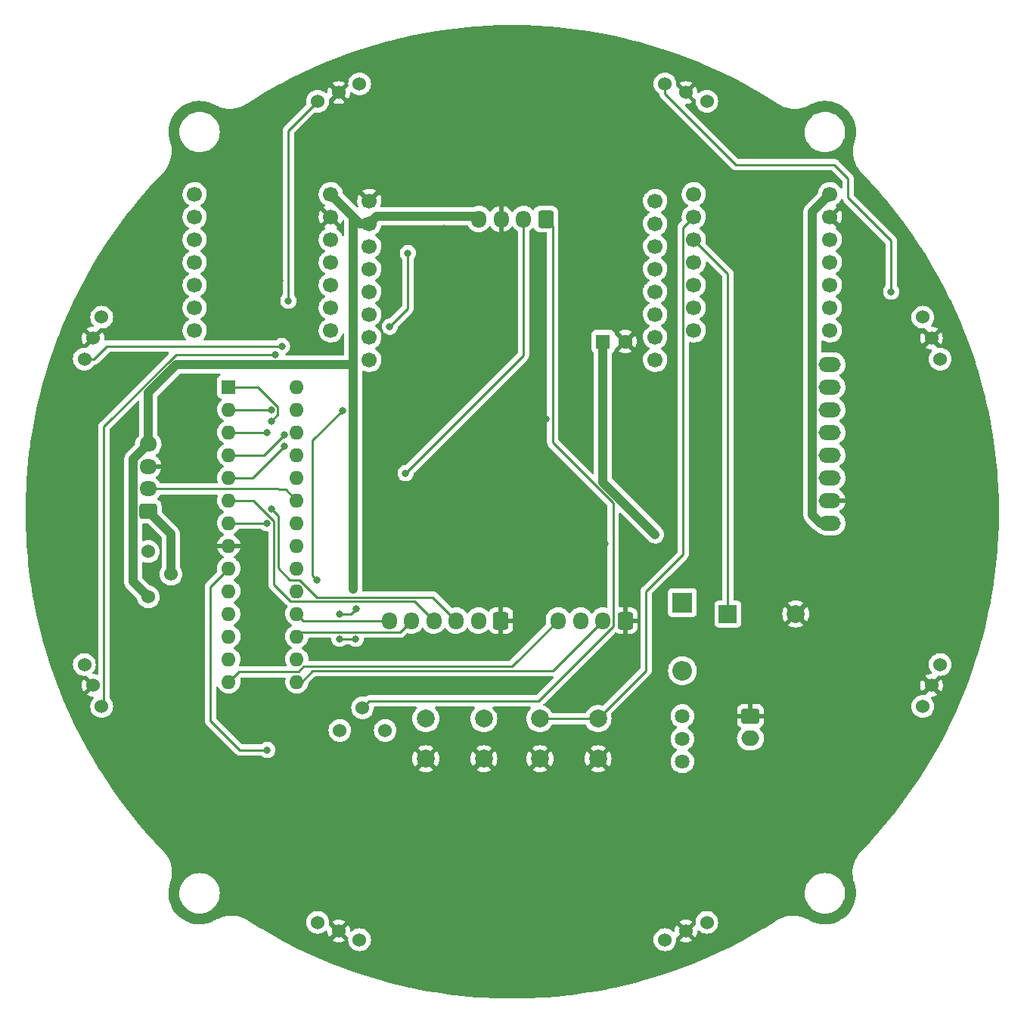
<source format=gbr>
%TF.GenerationSoftware,KiCad,Pcbnew,(6.0.5)*%
%TF.CreationDate,2022-11-08T23:00:49+09:00*%
%TF.ProjectId,main_board_TJ3B,6d61696e-5f62-46f6-9172-645f544a3342,rev?*%
%TF.SameCoordinates,Original*%
%TF.FileFunction,Copper,L2,Bot*%
%TF.FilePolarity,Positive*%
%FSLAX46Y46*%
G04 Gerber Fmt 4.6, Leading zero omitted, Abs format (unit mm)*
G04 Created by KiCad (PCBNEW (6.0.5)) date 2022-11-08 23:00:49*
%MOMM*%
%LPD*%
G01*
G04 APERTURE LIST*
G04 Aperture macros list*
%AMRoundRect*
0 Rectangle with rounded corners*
0 $1 Rounding radius*
0 $2 $3 $4 $5 $6 $7 $8 $9 X,Y pos of 4 corners*
0 Add a 4 corners polygon primitive as box body*
4,1,4,$2,$3,$4,$5,$6,$7,$8,$9,$2,$3,0*
0 Add four circle primitives for the rounded corners*
1,1,$1+$1,$2,$3*
1,1,$1+$1,$4,$5*
1,1,$1+$1,$6,$7*
1,1,$1+$1,$8,$9*
0 Add four rect primitives between the rounded corners*
20,1,$1+$1,$2,$3,$4,$5,0*
20,1,$1+$1,$4,$5,$6,$7,0*
20,1,$1+$1,$6,$7,$8,$9,0*
20,1,$1+$1,$8,$9,$2,$3,0*%
G04 Aperture macros list end*
%TA.AperFunction,ComponentPad*%
%ADD10C,1.700000*%
%TD*%
%TA.AperFunction,ComponentPad*%
%ADD11R,1.600000X1.600000*%
%TD*%
%TA.AperFunction,ComponentPad*%
%ADD12O,1.600000X1.600000*%
%TD*%
%TA.AperFunction,ComponentPad*%
%ADD13C,1.524000*%
%TD*%
%TA.AperFunction,ComponentPad*%
%ADD14O,2.500000X1.700000*%
%TD*%
%TA.AperFunction,ComponentPad*%
%ADD15C,1.635000*%
%TD*%
%TA.AperFunction,ComponentPad*%
%ADD16R,2.000000X2.000000*%
%TD*%
%TA.AperFunction,ComponentPad*%
%ADD17C,2.000000*%
%TD*%
%TA.AperFunction,ComponentPad*%
%ADD18C,1.600000*%
%TD*%
%TA.AperFunction,ComponentPad*%
%ADD19RoundRect,0.250000X0.725000X-0.600000X0.725000X0.600000X-0.725000X0.600000X-0.725000X-0.600000X0*%
%TD*%
%TA.AperFunction,ComponentPad*%
%ADD20O,1.950000X1.700000*%
%TD*%
%TA.AperFunction,ComponentPad*%
%ADD21RoundRect,0.250000X0.600000X0.725000X-0.600000X0.725000X-0.600000X-0.725000X0.600000X-0.725000X0*%
%TD*%
%TA.AperFunction,ComponentPad*%
%ADD22O,1.700000X1.950000*%
%TD*%
%TA.AperFunction,ComponentPad*%
%ADD23RoundRect,0.250000X-0.750000X0.600000X-0.750000X-0.600000X0.750000X-0.600000X0.750000X0.600000X0*%
%TD*%
%TA.AperFunction,ComponentPad*%
%ADD24O,2.000000X1.700000*%
%TD*%
%TA.AperFunction,ComponentPad*%
%ADD25R,2.200000X2.200000*%
%TD*%
%TA.AperFunction,ComponentPad*%
%ADD26O,2.200000X2.200000*%
%TD*%
%TA.AperFunction,ViaPad*%
%ADD27C,0.800000*%
%TD*%
%TA.AperFunction,Conductor*%
%ADD28C,0.250000*%
%TD*%
%TA.AperFunction,Conductor*%
%ADD29C,1.000000*%
%TD*%
G04 APERTURE END LIST*
D10*
%TO.P,U3,1,DAC*%
%TO.N,Gyro*%
X179070000Y-59690000D03*
%TO.P,U3,2*%
%TO.N,Gyro Reset*%
X179070000Y-62230000D03*
%TO.P,U3,3*%
%TO.N,Net-(BZ1-Pad1)*%
X179070000Y-64770000D03*
%TO.P,U3,4*%
%TO.N,unconnected-(U3-Pad4)*%
X179070000Y-67310000D03*
%TO.P,U3,5,SDA*%
%TO.N,Net-(U1-Pad5)*%
X179070000Y-69850000D03*
%TO.P,U3,6,SCL*%
%TO.N,Net-(U1-Pad6)*%
X179070000Y-72390000D03*
%TO.P,U3,7,TX*%
%TO.N,unconnected-(U3-Pad7)*%
X179070000Y-74930000D03*
%TO.P,U3,8,RX*%
%TO.N,unconnected-(U3-Pad8)*%
X194310000Y-74930000D03*
%TO.P,U3,9,SCK*%
%TO.N,unconnected-(U3-Pad9)*%
X194310000Y-72390000D03*
%TO.P,U3,10,MISO*%
%TO.N,unconnected-(U3-Pad10)*%
X194310000Y-69850000D03*
%TO.P,U3,11,MOSI*%
%TO.N,unconnected-(U3-Pad11)*%
X194310000Y-67310000D03*
%TO.P,U3,12,3V3*%
%TO.N,+3V3*%
X194310000Y-64770000D03*
%TO.P,U3,13,GND*%
%TO.N,GND*%
X194310000Y-62230000D03*
%TO.P,U3,14,5V*%
%TO.N,+5V*%
X194310000Y-59690000D03*
%TD*%
D11*
%TO.P,U4,1,~{MCLR}/RE3*%
%TO.N,MCLR*%
X127010000Y-81265000D03*
D12*
%TO.P,U4,2,RA0/AN0*%
%TO.N,IR Data 1*%
X127010000Y-83805000D03*
%TO.P,U4,3,RA1/AN1*%
%TO.N,IR Data 2*%
X127010000Y-86345000D03*
%TO.P,U4,4,RA2/Vref-AN2*%
%TO.N,AD3*%
X127010000Y-88885000D03*
%TO.P,U4,5,RA3/Vref+AN3*%
%TO.N,AD4*%
X127010000Y-91425000D03*
%TO.P,U4,6,RA4*%
%TO.N,RA4*%
X127010000Y-93965000D03*
%TO.P,U4,7,RA5/AN4*%
%TO.N,AD5*%
X127010000Y-96505000D03*
%TO.P,U4,8,Vss*%
%TO.N,GND*%
X127010000Y-99045000D03*
%TO.P,U4,9,RA7/OSC1/CLKIN*%
%TO.N,PWR LED*%
X127010000Y-101585000D03*
%TO.P,U4,10,RA6/OSC2/CLKOUT*%
%TO.N,MON LED*%
X127010000Y-104125000D03*
%TO.P,U4,11,RC0*%
%TO.N,unconnected-(U4-Pad11)*%
X127010000Y-106665000D03*
%TO.P,U4,12,CCP2/RC1*%
%TO.N,unconnected-(U4-Pad12)*%
X127010000Y-109205000D03*
%TO.P,U4,13,CCP1/RC2*%
%TO.N,unconnected-(U4-Pad13)*%
X127010000Y-111745000D03*
%TO.P,U4,14,SCL/SCK/RC3*%
%TO.N,SCL*%
X127010000Y-114285000D03*
%TO.P,U4,15,SDA/SDI/RC4*%
%TO.N,SDA*%
X134630000Y-114285000D03*
%TO.P,U4,16,SDO/RC5*%
%TO.N,unconnected-(U4-Pad16)*%
X134630000Y-111745000D03*
%TO.P,U4,17,TX/RC6*%
%TO.N,TX*%
X134630000Y-109205000D03*
%TO.P,U4,18,RX/RC7*%
%TO.N,RX*%
X134630000Y-106665000D03*
%TO.P,U4,19,Vss*%
%TO.N,GND*%
X134630000Y-104125000D03*
%TO.P,U4,20,Vdd*%
%TO.N,+5V*%
X134630000Y-101585000D03*
%TO.P,U4,21,AN12/INT0/RB0*%
%TO.N,AD10*%
X134630000Y-99045000D03*
%TO.P,U4,22,AN10/INT1/RB1*%
%TO.N,AD8*%
X134630000Y-96505000D03*
%TO.P,U4,23,AN8/INT2/RB2*%
%TO.N,AD6*%
X134630000Y-93965000D03*
%TO.P,U4,24,AN9/RB3*%
%TO.N,Gyro*%
X134630000Y-91425000D03*
%TO.P,U4,25,AN11/RB4*%
%TO.N,AD9*%
X134630000Y-88885000D03*
%TO.P,U4,26,PGM/RB5*%
%TO.N,unconnected-(U4-Pad26)*%
X134630000Y-86345000D03*
%TO.P,U4,27,PGC/RB6*%
%TO.N,unconnected-(U4-Pad27)*%
X134630000Y-83805000D03*
%TO.P,U4,28,PGD/RB7*%
%TO.N,unconnected-(U4-Pad28)*%
X134630000Y-81265000D03*
%TD*%
D13*
%TO.P,R33,1*%
%TO.N,+5V*%
X139446000Y-119729000D03*
%TO.P,R33,2*%
%TO.N,Net-(J5-Pad1)*%
X141986000Y-117189000D03*
%TO.P,R33,3*%
%TO.N,N/C*%
X144526000Y-119729000D03*
%TD*%
D14*
%TO.P,U1,1,INT*%
%TO.N,unconnected-(U1-Pad1)*%
X194310000Y-78740000D03*
%TO.P,U1,2,ADO*%
%TO.N,unconnected-(U1-Pad2)*%
X194310000Y-81280000D03*
%TO.P,U1,3,XCL*%
%TO.N,unconnected-(U1-Pad3)*%
X194310000Y-83820000D03*
%TO.P,U1,4,XDA*%
%TO.N,unconnected-(U1-Pad4)*%
X194310000Y-86360000D03*
%TO.P,U1,5,SDA*%
%TO.N,Net-(U1-Pad5)*%
X194310000Y-88900000D03*
%TO.P,U1,6,SCL*%
%TO.N,Net-(U1-Pad6)*%
X194310000Y-91440000D03*
%TO.P,U1,7,GND*%
%TO.N,GND*%
X194310000Y-93980000D03*
%TO.P,U1,8,VCC*%
%TO.N,+5V*%
X194310000Y-96520000D03*
%TD*%
D10*
%TO.P,U9,1,DAC*%
%TO.N,IR Data 1*%
X123190000Y-59690000D03*
%TO.P,U9,2*%
%TO.N,Net-(R28-Pad2)*%
X123190000Y-62230000D03*
%TO.P,U9,3*%
%TO.N,IR1*%
X123190000Y-64770000D03*
%TO.P,U9,4*%
%TO.N,IR2*%
X123190000Y-67310000D03*
%TO.P,U9,5,SDA*%
%TO.N,IR3*%
X123190000Y-69850000D03*
%TO.P,U9,6,SCL*%
%TO.N,IR4*%
X123190000Y-72390000D03*
%TO.P,U9,7,TX*%
%TO.N,IR5*%
X123190000Y-74930000D03*
%TO.P,U9,8,RX*%
%TO.N,unconnected-(U9-Pad8)*%
X138430000Y-74930000D03*
%TO.P,U9,9,SCK*%
%TO.N,IR8*%
X138430000Y-72390000D03*
%TO.P,U9,10,MISO*%
%TO.N,IR7*%
X138430000Y-69850000D03*
%TO.P,U9,11,MOSI*%
%TO.N,IR6*%
X138430000Y-67310000D03*
%TO.P,U9,12,3V3*%
%TO.N,+3V3*%
X138430000Y-64770000D03*
%TO.P,U9,13,GND*%
%TO.N,GND*%
X138430000Y-62230000D03*
%TO.P,U9,14,5V*%
%TO.N,+5V*%
X138430000Y-59690000D03*
%TD*%
D15*
%TO.P,SW1,1*%
%TO.N,+5V*%
X177800000Y-123190000D03*
%TO.P,SW1,2*%
%TO.N,Net-(D1-Pad1)*%
X177800000Y-120650000D03*
%TO.P,SW1,3*%
%TO.N,N/C*%
X177800000Y-118110000D03*
%TD*%
D16*
%TO.P,BZ1,1,-*%
%TO.N,Net-(BZ1-Pad1)*%
X182890000Y-106680000D03*
D17*
%TO.P,BZ1,2,+*%
%TO.N,GND*%
X190490000Y-106680000D03*
%TD*%
D11*
%TO.P,C6,1*%
%TO.N,+5V*%
X168910000Y-76200000D03*
D18*
%TO.P,C6,2*%
%TO.N,GND*%
X171410000Y-76200000D03*
%TD*%
D17*
%TO.P,SW3,1*%
%TO.N,GND*%
X161850000Y-122900000D03*
X168350000Y-122900000D03*
%TO.P,SW3,2*%
%TO.N,Gyro Reset*%
X168350000Y-118400000D03*
X161850000Y-118400000D03*
%TD*%
D13*
%TO.P,R4,1*%
%TO.N,+5V*%
X118015000Y-104775000D03*
%TO.P,R4,2*%
%TO.N,Net-(J4-Pad1)*%
X120555000Y-102235000D03*
%TO.P,R4,3*%
%TO.N,N/C*%
X118015000Y-99695000D03*
%TD*%
D19*
%TO.P,J4,1,Pin_1*%
%TO.N,Net-(J4-Pad1)*%
X118000000Y-95190000D03*
D20*
%TO.P,J4,2,Pin_2*%
%TO.N,AD6*%
X118000000Y-92690000D03*
%TO.P,J4,3,Pin_3*%
%TO.N,GND*%
X118000000Y-90190000D03*
%TO.P,J4,4,Pin_4*%
%TO.N,+5V*%
X118000000Y-87690000D03*
%TD*%
D13*
%TO.P,U10,0,OUT*%
%TO.N,Net-(R29-Pad2)*%
X175843670Y-47344875D03*
%TO.P,U10,1,GND*%
%TO.N,GND*%
X178190324Y-48316891D03*
%TO.P,U10,2,Vin*%
%TO.N,+3V3*%
X180536978Y-49288907D03*
%TD*%
%TO.P,U7,0,OUT*%
%TO.N,Net-(R26-Pad1)*%
X110844949Y-78156404D03*
%TO.P,U7,1,GND*%
%TO.N,GND*%
X111816965Y-75809750D03*
%TO.P,U7,2,Vin*%
%TO.N,+3V3*%
X112788981Y-73463096D03*
%TD*%
D21*
%TO.P,J5,1,Pin_1*%
%TO.N,Net-(J5-Pad1)*%
X162500000Y-62467000D03*
D22*
%TO.P,J5,2,Pin_2*%
%TO.N,AD8*%
X160000000Y-62467000D03*
%TO.P,J5,3,Pin_3*%
%TO.N,GND*%
X157500000Y-62467000D03*
%TO.P,J5,4,Pin_4*%
%TO.N,+5V*%
X155000000Y-62467000D03*
%TD*%
D23*
%TO.P,J2,1,Pin_1*%
%TO.N,GND*%
X185420000Y-118110000D03*
D24*
%TO.P,J2,2,Pin_2*%
%TO.N,Net-(D1-Pad2)*%
X185420000Y-120610000D03*
%TD*%
D13*
%TO.P,U6,0,OUT*%
%TO.N,Net-(R25-Pad1)*%
X112789038Y-117037040D03*
%TO.P,U6,1,GND*%
%TO.N,GND*%
X111817022Y-114690386D03*
%TO.P,U6,2,Vin*%
%TO.N,+3V3*%
X110845006Y-112343732D03*
%TD*%
D21*
%TO.P,J1,1,Pin_1*%
%TO.N,GND*%
X157480000Y-107425000D03*
D22*
%TO.P,J1,2,Pin_2*%
%TO.N,+5V*%
X154980000Y-107425000D03*
%TO.P,J1,3,Pin_3*%
%TO.N,MCLR*%
X152480000Y-107425000D03*
%TO.P,J1,4,Pin_4*%
%TO.N,RA4*%
X149980000Y-107425000D03*
%TO.P,J1,5,Pin_5*%
%TO.N,TX*%
X147480000Y-107425000D03*
%TO.P,J1,6,Pin_6*%
%TO.N,RX*%
X144980000Y-107425000D03*
%TD*%
D13*
%TO.P,U8,0,OUT*%
%TO.N,Net-(R27-Pad1)*%
X136963034Y-49288964D03*
%TO.P,U8,1,GND*%
%TO.N,GND*%
X139309688Y-48316948D03*
%TO.P,U8,2,Vin*%
%TO.N,+3V3*%
X141656342Y-47344932D03*
%TD*%
D17*
%TO.P,SW2,1,1*%
%TO.N,Net-(SW2-Pad1)*%
X155575000Y-118400000D03*
X149075000Y-118400000D03*
%TO.P,SW2,2,2*%
%TO.N,GND*%
X149075000Y-122900000D03*
X155575000Y-122900000D03*
%TD*%
D21*
%TO.P,J3,1,Pin_1*%
%TO.N,GND*%
X171390000Y-107425000D03*
D22*
%TO.P,J3,2,Pin_2*%
%TO.N,SDA*%
X168890000Y-107425000D03*
%TO.P,J3,3,Pin_3*%
%TO.N,+5V*%
X166390000Y-107425000D03*
%TO.P,J3,4,Pin_4*%
%TO.N,SCL*%
X163890000Y-107425000D03*
%TD*%
D13*
%TO.P,U13,0,OUT*%
%TO.N,Net-(R32-Pad2)*%
X180537114Y-141211036D03*
%TO.P,U13,1,GND*%
%TO.N,GND*%
X178190460Y-142183052D03*
%TO.P,U13,2,Vin*%
%TO.N,+3V3*%
X175843806Y-143155068D03*
%TD*%
D25*
%TO.P,D1,1,K*%
%TO.N,Net-(D1-Pad1)*%
X177800000Y-105410000D03*
D26*
%TO.P,D1,2,A*%
%TO.N,Net-(D1-Pad2)*%
X177800000Y-113030000D03*
%TD*%
D13*
%TO.P,U12,0,OUT*%
%TO.N,Net-(R31-Pad2)*%
X206655199Y-112343596D03*
%TO.P,U12,1,GND*%
%TO.N,GND*%
X205683183Y-114690250D03*
%TO.P,U12,2,Vin*%
%TO.N,+3V3*%
X204711167Y-117036904D03*
%TD*%
D10*
%TO.P,U2,1,gnd*%
%TO.N,GND*%
X142750000Y-60452000D03*
%TO.P,U2,2,vin*%
%TO.N,+5V*%
X142750000Y-62992000D03*
%TO.P,U2,3,seru01*%
%TO.N,Net-(R3-Pad1)*%
X142750000Y-65532000D03*
%TO.P,U2,4,seru02*%
%TO.N,Net-(R2-Pad1)*%
X142750000Y-68072000D03*
%TO.P,U2,5,seru03*%
%TO.N,Net-(R1-Pad1)*%
X142750000Y-70612000D03*
%TO.P,U2,6,syn*%
%TO.N,unconnected-(U2-Pad6)*%
X142750000Y-73152000D03*
%TO.P,U2,7,boot*%
%TO.N,unconnected-(U2-Pad7)*%
X142750000Y-75692000D03*
%TO.P,U2,8,rst*%
%TO.N,Net-(SW2-Pad1)*%
X142750000Y-78232000D03*
%TO.P,U2,9,mosi*%
%TO.N,unconnected-(U2-Pad9)*%
X174750000Y-78232000D03*
%TO.P,U2,10,sclk*%
%TO.N,unconnected-(U2-Pad10)*%
X174750000Y-75692000D03*
%TO.P,U2,11,miso*%
%TO.N,unconnected-(U2-Pad11)*%
X174750000Y-73152000D03*
%TO.P,U2,12,ss*%
%TO.N,unconnected-(U2-Pad12)*%
X174750000Y-70612000D03*
%TO.P,U2,13,txo/scl*%
%TO.N,unconnected-(U2-Pad13)*%
X174750000Y-68072000D03*
%TO.P,U2,14,rxd/sca*%
%TO.N,unconnected-(U2-Pad14)*%
X174750000Y-65532000D03*
%TO.P,U2,15,adc/dac*%
%TO.N,unconnected-(U2-Pad15)*%
X174750000Y-62992000D03*
%TO.P,U2,16,3.3v*%
%TO.N,unconnected-(U2-Pad16)*%
X174750000Y-60452000D03*
%TD*%
D13*
%TO.P,U5,0,OUT*%
%TO.N,Net-(R24-Pad1)*%
X141656478Y-143155125D03*
%TO.P,U5,1,GND*%
%TO.N,GND*%
X139309824Y-142183109D03*
%TO.P,U5,2,Vin*%
%TO.N,+3V3*%
X136963170Y-141211093D03*
%TD*%
%TO.P,U11,0,OUT*%
%TO.N,Net-(R30-Pad2)*%
X204711110Y-73462960D03*
%TO.P,U11,1,GND*%
%TO.N,GND*%
X205683126Y-75809614D03*
%TO.P,U11,2,Vin*%
%TO.N,+3V3*%
X206655142Y-78156268D03*
%TD*%
D27*
%TO.N,GND*%
X147066000Y-84836000D03*
X152400000Y-120650000D03*
X147066000Y-98806000D03*
X132687540Y-69342000D03*
X165100000Y-73660000D03*
X128016000Y-74168000D03*
X187198000Y-93472000D03*
X128016000Y-71628000D03*
X165100000Y-120650000D03*
X152400000Y-73660000D03*
X152400000Y-68580000D03*
X189230000Y-59690000D03*
X180848000Y-82296000D03*
X169164000Y-98806000D03*
X186690000Y-67310000D03*
X123444000Y-98806000D03*
X173736000Y-90170000D03*
X144018000Y-66802000D03*
X144018000Y-69342000D03*
X165100000Y-68580000D03*
X166370000Y-63500000D03*
X162560000Y-84836000D03*
X145034000Y-72381402D03*
X180848000Y-92710000D03*
X128016000Y-69088000D03*
X165100000Y-78740000D03*
X187198000Y-89662000D03*
X132334000Y-105664000D03*
X130556000Y-59690000D03*
X152400000Y-78740000D03*
X187452000Y-78486000D03*
X128016000Y-66548000D03*
X135382000Y-75438000D03*
X135382000Y-64770000D03*
X186944000Y-72898000D03*
X123444000Y-101854000D03*
X135382000Y-59690000D03*
X151130000Y-63500000D03*
X128016000Y-64008000D03*
X132334000Y-111252000D03*
%TO.N,+5V*%
X140970000Y-93980000D03*
X118000000Y-85962000D03*
X140970000Y-88900000D03*
X120650000Y-79248000D03*
X119507000Y-80391000D03*
X116325480Y-93980000D03*
X140970000Y-96520000D03*
X140970000Y-103886000D03*
X123444000Y-78740000D03*
X140970000Y-91440000D03*
X139420980Y-106680000D03*
X116325480Y-96513480D03*
X141224000Y-109474000D03*
X139420988Y-109474126D03*
X140970000Y-99060000D03*
X174752000Y-97790000D03*
X141317324Y-106078676D03*
X122174000Y-78740000D03*
%TO.N,AD5*%
X131280500Y-96520000D03*
%TO.N,AD4*%
X133237511Y-87884000D03*
%TO.N,AD3*%
X147066000Y-66294000D03*
X145044441Y-74517489D03*
X133237511Y-86614000D03*
%TO.N,IR Data 2*%
X131280500Y-86360000D03*
%TO.N,MCLR*%
X131788511Y-94972951D03*
X131788511Y-85090000D03*
%TO.N,PWR LED*%
X131318000Y-121920000D03*
%TO.N,AD8*%
X146812000Y-90932000D03*
%TO.N,Net-(R25-Pad1)*%
X132238020Y-77640500D03*
%TO.N,Net-(R26-Pad1)*%
X132962520Y-76708000D03*
%TO.N,Net-(R27-Pad1)*%
X133687020Y-71628000D03*
%TO.N,Net-(R29-Pad2)*%
X201168000Y-70612000D03*
%TO.N,Net-(SW2-Pad1)*%
X136906000Y-102870000D03*
X139773804Y-83893804D03*
%TO.N,IR Data 1*%
X131788500Y-83820000D03*
%TD*%
D28*
%TO.N,Net-(BZ1-Pad1)*%
X182890000Y-106680000D02*
X182890000Y-68590000D01*
X182890000Y-68590000D02*
X179070000Y-64770000D01*
D29*
%TO.N,+5V*%
X140970000Y-99060000D02*
X140970000Y-96520000D01*
X140970000Y-91440000D02*
X140970000Y-88900000D01*
X141732000Y-62992000D02*
X142750000Y-62992000D01*
X122174000Y-78740000D02*
X123444000Y-78740000D01*
X194310000Y-59690000D02*
X192360480Y-61639520D01*
X192360480Y-95586480D02*
X193294000Y-96520000D01*
X140970000Y-62230000D02*
X141732000Y-62992000D01*
X118000000Y-81898000D02*
X119507000Y-80391000D01*
X116325480Y-103085480D02*
X116325480Y-96513480D01*
X140970000Y-96520000D02*
X140970000Y-93980000D01*
X140970000Y-78994000D02*
X140970000Y-75692000D01*
D28*
X139420980Y-106680000D02*
X140716000Y-106680000D01*
D29*
X168910000Y-91948000D02*
X174752000Y-97790000D01*
X140716000Y-78740000D02*
X140970000Y-78994000D01*
X118000000Y-85962000D02*
X118000000Y-81898000D01*
X140970000Y-103886000D02*
X140970000Y-99060000D01*
X168910000Y-76200000D02*
X168910000Y-91948000D01*
X142750000Y-62992000D02*
X143600000Y-62142000D01*
X123444000Y-78740000D02*
X140716000Y-78740000D01*
X121158000Y-78740000D02*
X122174000Y-78740000D01*
X140970000Y-62230000D02*
X138430000Y-59690000D01*
X116325480Y-96513480D02*
X116325480Y-93980000D01*
X140970000Y-75692000D02*
X140970000Y-62230000D01*
D28*
X141223874Y-109474126D02*
X141224000Y-109474000D01*
D29*
X154675000Y-62142000D02*
X155000000Y-62467000D01*
X120650000Y-79248000D02*
X121158000Y-78740000D01*
X118015000Y-104775000D02*
X116325480Y-103085480D01*
X140970000Y-88900000D02*
X140970000Y-78994000D01*
D28*
X139420988Y-109474126D02*
X141223874Y-109474126D01*
D29*
X116325480Y-93980000D02*
X116325480Y-89364520D01*
X118000000Y-87690000D02*
X118000000Y-85962000D01*
D28*
X140716000Y-106680000D02*
X141317324Y-106078676D01*
D29*
X140970000Y-93980000D02*
X140970000Y-91440000D01*
X119507000Y-80391000D02*
X120650000Y-79248000D01*
X193294000Y-96520000D02*
X194310000Y-96520000D01*
X116325480Y-89364520D02*
X118000000Y-87690000D01*
X143600000Y-62142000D02*
X154675000Y-62142000D01*
X192360480Y-61639520D02*
X192360480Y-95586480D01*
D28*
%TO.N,AD5*%
X131280500Y-96520000D02*
X131265500Y-96505000D01*
X131265500Y-96505000D02*
X127010000Y-96505000D01*
%TO.N,AD4*%
X129696511Y-91425000D02*
X127010000Y-91425000D01*
X133237511Y-87884000D02*
X129696511Y-91425000D01*
%TO.N,AD3*%
X147066000Y-66294000D02*
X147066000Y-72495930D01*
X130966511Y-88885000D02*
X127010000Y-88885000D01*
X133237511Y-86614000D02*
X130966511Y-88885000D01*
X147066000Y-72495930D02*
X145044441Y-74517489D01*
%TO.N,Gyro Reset*%
X173736000Y-104140000D02*
X177895489Y-99980511D01*
X177895489Y-63404511D02*
X179070000Y-62230000D01*
X168350000Y-118400000D02*
X173736000Y-113014000D01*
X173736000Y-113014000D02*
X173736000Y-104140000D01*
X161850000Y-118400000D02*
X168350000Y-118400000D01*
X177895489Y-99980511D02*
X177895489Y-63404511D01*
%TO.N,IR Data 2*%
X131280500Y-86360000D02*
X131265500Y-86345000D01*
X131265500Y-86345000D02*
X127010000Y-86345000D01*
%TO.N,MCLR*%
X132529520Y-101541520D02*
X133858000Y-102870000D01*
X131788511Y-85090000D02*
X132513011Y-84365500D01*
X136895291Y-104799991D02*
X149854991Y-104799991D01*
X132513011Y-83491011D02*
X130287000Y-81265000D01*
X132529520Y-95713960D02*
X132529520Y-101541520D01*
X133858000Y-102870000D02*
X134965300Y-102870000D01*
X134965300Y-102870000D02*
X136895291Y-104799991D01*
X130287000Y-81265000D02*
X127010000Y-81265000D01*
X149854991Y-104799991D02*
X152480000Y-107425000D01*
X131788511Y-94972951D02*
X132529520Y-95713960D01*
X132513011Y-84365500D02*
X132513011Y-83491011D01*
%TO.N,RA4*%
X132080000Y-96294886D02*
X129750114Y-93965000D01*
X149980000Y-107425000D02*
X147804511Y-105249511D01*
X132080000Y-103378000D02*
X132080000Y-96294886D01*
X133951511Y-105249511D02*
X132080000Y-103378000D01*
X129750114Y-93965000D02*
X127010000Y-93965000D01*
X147804511Y-105249511D02*
X133951511Y-105249511D01*
%TO.N,TX*%
X135123000Y-108712000D02*
X136398000Y-108712000D01*
X136398000Y-108712000D02*
X136410520Y-108724520D01*
X134630000Y-109205000D02*
X135123000Y-108712000D01*
X146180480Y-108724520D02*
X147480000Y-107425000D01*
X136410520Y-108724520D02*
X146180480Y-108724520D01*
%TO.N,RX*%
X144980000Y-107425000D02*
X135390000Y-107425000D01*
X135390000Y-107425000D02*
X134630000Y-106665000D01*
%TO.N,SDA*%
X163285000Y-113030000D02*
X136398000Y-113030000D01*
X168890000Y-107425000D02*
X163285000Y-113030000D01*
X135143000Y-114285000D02*
X134630000Y-114285000D01*
X136398000Y-113030000D02*
X135143000Y-114285000D01*
%TO.N,SCL*%
X158734520Y-112580480D02*
X135384820Y-112580480D01*
X128134511Y-113160489D02*
X127010000Y-114285000D01*
X134804811Y-113160489D02*
X128134511Y-113160489D01*
X163890000Y-107425000D02*
X158734520Y-112580480D01*
X135384820Y-112580480D02*
X134804811Y-113160489D01*
D29*
%TO.N,Net-(J4-Pad1)*%
X120555000Y-97745000D02*
X118000000Y-95190000D01*
X120555000Y-102235000D02*
X120555000Y-97745000D01*
D28*
%TO.N,AD6*%
X133375000Y-92710000D02*
X132588000Y-92710000D01*
X134630000Y-93965000D02*
X133375000Y-92710000D01*
X132588000Y-92710000D02*
X132568000Y-92690000D01*
X132568000Y-92690000D02*
X118000000Y-92690000D01*
%TO.N,PWR LED*%
X124968000Y-103627000D02*
X127010000Y-101585000D01*
X131318000Y-121920000D02*
X128270000Y-121920000D01*
X124968000Y-118618000D02*
X124968000Y-103627000D01*
X128270000Y-121920000D02*
X124968000Y-118618000D01*
%TO.N,AD8*%
X160000000Y-77744000D02*
X160000000Y-62467000D01*
X146812000Y-90932000D02*
X160000000Y-77744000D01*
%TO.N,Net-(R25-Pad1)*%
X121091452Y-77640500D02*
X113030000Y-85701952D01*
X113030000Y-116796078D02*
X112789038Y-117037040D01*
X113030000Y-85701952D02*
X113030000Y-116796078D01*
X132238020Y-77640500D02*
X121091452Y-77640500D01*
%TO.N,Net-(R26-Pad1)*%
X132962520Y-76708000D02*
X113370983Y-76708000D01*
X111922579Y-78156404D02*
X110844949Y-78156404D01*
X113370983Y-76708000D02*
X111922579Y-78156404D01*
%TO.N,Net-(R27-Pad1)*%
X133687020Y-52564978D02*
X136963034Y-49288964D01*
X133687020Y-71628000D02*
X133687020Y-52564978D01*
%TO.N,Net-(R29-Pad2)*%
X175843670Y-48422505D02*
X175843670Y-47344875D01*
X183809165Y-56388000D02*
X175843670Y-48422505D01*
X196342000Y-60060990D02*
X196342000Y-57912000D01*
X201168000Y-64886990D02*
X196342000Y-60060990D01*
X196342000Y-57912000D02*
X194818000Y-56388000D01*
X201168000Y-70612000D02*
X201168000Y-64886990D01*
X194818000Y-56388000D02*
X183809165Y-56388000D01*
%TO.N,Net-(SW2-Pad1)*%
X136398000Y-102108000D02*
X136398000Y-87269608D01*
X136398000Y-102362000D02*
X136398000Y-102108000D01*
X136398000Y-87269608D02*
X139773804Y-83893804D01*
X136906000Y-102870000D02*
X136398000Y-102362000D01*
%TO.N,IR Data 1*%
X131773500Y-83805000D02*
X127010000Y-83805000D01*
X131788500Y-83820000D02*
X131773500Y-83805000D01*
%TO.N,Net-(J5-Pad1)*%
X170064520Y-94268568D02*
X163284511Y-87488559D01*
X163284511Y-63251511D02*
X162500000Y-62467000D01*
X170064520Y-108036502D02*
X170064520Y-94268568D01*
X163284511Y-87488559D02*
X163284511Y-63251511D01*
X142747999Y-116427001D02*
X161674021Y-116427001D01*
X161674021Y-116427001D02*
X170064520Y-108036502D01*
X141986000Y-117189000D02*
X142747999Y-116427001D01*
%TD*%
%TA.AperFunction,Conductor*%
%TO.N,GND*%
G36*
X159749402Y-40771590D02*
G01*
X160175612Y-40777172D01*
X160178886Y-40777258D01*
X161601867Y-40833197D01*
X161605101Y-40833366D01*
X162658410Y-40902442D01*
X163026085Y-40926554D01*
X163029375Y-40926813D01*
X164447402Y-41057182D01*
X164450685Y-41057527D01*
X165864826Y-41224993D01*
X165868098Y-41225424D01*
X167277380Y-41429872D01*
X167280639Y-41430389D01*
X168684044Y-41671671D01*
X168687289Y-41672273D01*
X170083891Y-41950228D01*
X170087105Y-41950911D01*
X170415458Y-42025251D01*
X171476007Y-42265363D01*
X171479216Y-42266134D01*
X172046795Y-42410362D01*
X172859387Y-42616850D01*
X172862544Y-42617697D01*
X173949106Y-42924313D01*
X174233050Y-43004439D01*
X174236214Y-43005377D01*
X175596081Y-43427870D01*
X175599220Y-43428890D01*
X176947600Y-43886870D01*
X176950710Y-43887972D01*
X178286632Y-44381109D01*
X178289713Y-44382293D01*
X179612217Y-44910233D01*
X179615232Y-44911482D01*
X180170771Y-45150305D01*
X180923514Y-45473905D01*
X180926529Y-45475248D01*
X182219625Y-46071740D01*
X182222603Y-46073162D01*
X183499571Y-46703286D01*
X183502512Y-46704785D01*
X184762599Y-47368170D01*
X184765499Y-47369746D01*
X185668790Y-47875941D01*
X185914459Y-48013611D01*
X186007724Y-48065876D01*
X186010578Y-48067524D01*
X186437878Y-48321909D01*
X187234206Y-48795987D01*
X187237020Y-48797713D01*
X188399386Y-49531607D01*
X188417350Y-49545349D01*
X188429211Y-49556243D01*
X188434204Y-49559575D01*
X188434409Y-49559759D01*
X188434658Y-49559878D01*
X188439652Y-49563211D01*
X188444063Y-49565255D01*
X188444062Y-49565255D01*
X188444224Y-49565330D01*
X188454615Y-49570747D01*
X188736239Y-49734641D01*
X188736246Y-49734645D01*
X188738929Y-49736206D01*
X188741753Y-49737496D01*
X188741756Y-49737498D01*
X188959565Y-49837026D01*
X189053290Y-49879854D01*
X189056199Y-49880851D01*
X189056209Y-49880855D01*
X189297136Y-49963429D01*
X189380247Y-49991914D01*
X189716633Y-50071300D01*
X189719704Y-50071712D01*
X189719710Y-50071713D01*
X190056119Y-50116832D01*
X190056125Y-50116832D01*
X190059193Y-50117244D01*
X190286969Y-50125195D01*
X190401511Y-50129194D01*
X190401515Y-50129194D01*
X190404610Y-50129302D01*
X190749539Y-50107356D01*
X190982900Y-50069224D01*
X191087583Y-50052119D01*
X191087586Y-50052118D01*
X191090642Y-50051619D01*
X191318485Y-49990910D01*
X191421623Y-49963429D01*
X191421628Y-49963428D01*
X191424617Y-49962631D01*
X191645294Y-49879862D01*
X191745338Y-49842339D01*
X191745343Y-49842337D01*
X191748230Y-49841254D01*
X191959074Y-49737509D01*
X192029377Y-49702917D01*
X192043002Y-49697179D01*
X192043184Y-49697115D01*
X192043186Y-49697114D01*
X192047783Y-49695489D01*
X192053078Y-49692635D01*
X192053335Y-49692541D01*
X192053555Y-49692378D01*
X192058833Y-49689534D01*
X192062705Y-49686598D01*
X192062710Y-49686595D01*
X192070620Y-49680598D01*
X192091425Y-49667796D01*
X192291710Y-49569926D01*
X192376332Y-49528575D01*
X192388367Y-49523451D01*
X192716728Y-49403370D01*
X192729223Y-49399522D01*
X193068294Y-49314151D01*
X193081126Y-49311621D01*
X193309864Y-49278753D01*
X193427203Y-49261892D01*
X193440239Y-49260706D01*
X193559705Y-49256071D01*
X193789603Y-49247151D01*
X193802679Y-49247323D01*
X194151587Y-49270090D01*
X194164574Y-49271618D01*
X194509225Y-49330459D01*
X194521989Y-49333328D01*
X194858673Y-49427610D01*
X194871077Y-49431789D01*
X195196155Y-49560489D01*
X195208060Y-49565934D01*
X195518029Y-49727666D01*
X195529304Y-49734316D01*
X195692452Y-49842339D01*
X195819686Y-49926583D01*
X195820820Y-49927334D01*
X195831340Y-49935114D01*
X195997251Y-50071708D01*
X196101267Y-50157344D01*
X196110927Y-50166178D01*
X196337188Y-50395778D01*
X196356333Y-50415206D01*
X196365019Y-50424988D01*
X196583265Y-50698133D01*
X196583272Y-50698142D01*
X196590894Y-50708770D01*
X196779626Y-51003090D01*
X196779627Y-51003092D01*
X196786111Y-51014463D01*
X196943284Y-51326767D01*
X196948554Y-51338750D01*
X197072482Y-51665690D01*
X197076479Y-51678154D01*
X197165814Y-52016168D01*
X197168496Y-52028975D01*
X197208506Y-52285967D01*
X197222282Y-52374450D01*
X197223621Y-52387472D01*
X197241272Y-52736652D01*
X197241253Y-52749742D01*
X197222582Y-53098870D01*
X197221205Y-53111888D01*
X197166411Y-53457197D01*
X197163691Y-53470001D01*
X197083725Y-53769032D01*
X197073768Y-53794657D01*
X197072933Y-53796260D01*
X197072929Y-53796269D01*
X197070684Y-53800582D01*
X197068763Y-53806275D01*
X197068642Y-53806514D01*
X197068593Y-53806777D01*
X197066670Y-53812476D01*
X197065841Y-53817276D01*
X197065828Y-53817328D01*
X197063317Y-53828693D01*
X196977411Y-54146432D01*
X196920430Y-54487331D01*
X196920223Y-54490410D01*
X196920222Y-54490417D01*
X196897552Y-54827340D01*
X196897226Y-54832180D01*
X196908024Y-55177640D01*
X196908426Y-55180722D01*
X196908426Y-55180723D01*
X196944681Y-55458727D01*
X196952719Y-55520367D01*
X197030879Y-55857042D01*
X197141747Y-56184407D01*
X197143022Y-56187223D01*
X197143023Y-56187227D01*
X197250749Y-56425266D01*
X197284250Y-56499291D01*
X197457008Y-56798647D01*
X197658348Y-57079576D01*
X197660373Y-57081883D01*
X197660390Y-57081905D01*
X197865020Y-57315085D01*
X197874113Y-57326765D01*
X197874159Y-57326831D01*
X197876981Y-57330932D01*
X197881111Y-57335300D01*
X197881266Y-57335520D01*
X197881477Y-57335688D01*
X197885605Y-57340054D01*
X197889448Y-57343031D01*
X197889455Y-57343037D01*
X197904532Y-57354715D01*
X197919030Y-57367868D01*
X198857873Y-58363173D01*
X198881058Y-58387752D01*
X198883317Y-58390211D01*
X199014150Y-58536507D01*
X199845645Y-59466272D01*
X199847842Y-59468796D01*
X200106877Y-59774401D01*
X200781242Y-60570006D01*
X200783311Y-60572512D01*
X201637253Y-61635982D01*
X201687213Y-61698201D01*
X201689273Y-61700838D01*
X202562901Y-62850042D01*
X202564890Y-62852732D01*
X203407703Y-64024734D01*
X203409620Y-64027476D01*
X204221012Y-65221432D01*
X204222856Y-65224224D01*
X205002278Y-66439330D01*
X205004046Y-66442169D01*
X205750916Y-67677514D01*
X205752609Y-67680400D01*
X206466417Y-68935144D01*
X206468033Y-68938074D01*
X206652373Y-69283114D01*
X207148310Y-70211390D01*
X207149809Y-70214289D01*
X207688734Y-71290866D01*
X207796014Y-71505173D01*
X207797472Y-71508184D01*
X208409181Y-72815781D01*
X208410556Y-72818826D01*
X208986463Y-74140210D01*
X208987320Y-74142177D01*
X208988609Y-74145245D01*
X209220970Y-74719553D01*
X209530035Y-75483447D01*
X209531249Y-75486565D01*
X210036962Y-76838694D01*
X210038092Y-76841843D01*
X210507715Y-78206889D01*
X210508761Y-78210066D01*
X210748362Y-78971669D01*
X210935140Y-79565368D01*
X210941976Y-79587098D01*
X210942933Y-79590286D01*
X211146394Y-80302555D01*
X211339444Y-80978378D01*
X211340320Y-80981607D01*
X211699828Y-82379703D01*
X211700618Y-82382954D01*
X211832040Y-82956803D01*
X212004636Y-83710439D01*
X212022876Y-83790085D01*
X212023577Y-83793342D01*
X212308147Y-85207477D01*
X212308372Y-85208596D01*
X212308982Y-85211854D01*
X212414678Y-85820197D01*
X212556096Y-86634143D01*
X212556625Y-86637447D01*
X212680435Y-87482523D01*
X212752951Y-87977484D01*
X212765887Y-88065783D01*
X212766326Y-88069087D01*
X212926846Y-89412542D01*
X212937591Y-89502475D01*
X212937941Y-89505771D01*
X213054482Y-90763934D01*
X213071092Y-90943249D01*
X213071355Y-90946568D01*
X213108149Y-91504859D01*
X213166288Y-92387015D01*
X213166464Y-92390356D01*
X213223119Y-93832834D01*
X213223206Y-93836178D01*
X213229182Y-94306572D01*
X213241430Y-95270716D01*
X213241543Y-95279648D01*
X213241541Y-95282979D01*
X213226779Y-96348623D01*
X213221545Y-96726443D01*
X213221454Y-96729788D01*
X213163142Y-98172161D01*
X213162963Y-98175502D01*
X213104654Y-99045000D01*
X213076265Y-99468351D01*
X213066370Y-99615898D01*
X213066102Y-99619221D01*
X212993995Y-100388062D01*
X212931308Y-101056455D01*
X212930952Y-101059781D01*
X212923945Y-101117857D01*
X212758295Y-102490861D01*
X212758037Y-102492997D01*
X212757596Y-102496280D01*
X212551858Y-103889404D01*
X212546689Y-103924408D01*
X212546158Y-103927696D01*
X212396983Y-104780475D01*
X212297413Y-105349678D01*
X212296793Y-105352966D01*
X212284706Y-105412676D01*
X212015142Y-106744327D01*
X212010380Y-106767849D01*
X212009676Y-106771105D01*
X211685791Y-108177914D01*
X211684999Y-108181156D01*
X211350971Y-109474000D01*
X211323882Y-109578845D01*
X211323011Y-109582040D01*
X210924909Y-110969658D01*
X210923952Y-110972836D01*
X210798340Y-111370516D01*
X210489137Y-112349429D01*
X210488087Y-112352605D01*
X210016895Y-113717109D01*
X210015761Y-113720257D01*
X209508501Y-115071784D01*
X209507284Y-115074900D01*
X208964319Y-116412481D01*
X208963019Y-116415564D01*
X208384745Y-117738230D01*
X208383364Y-117741278D01*
X207770145Y-119048185D01*
X207768684Y-119051195D01*
X207476824Y-119632555D01*
X207135658Y-120312129D01*
X207121021Y-120341284D01*
X207119494Y-120344230D01*
X206437752Y-121616769D01*
X206436163Y-121619644D01*
X205720875Y-122873632D01*
X205719178Y-122876515D01*
X204970900Y-124110983D01*
X204969128Y-124113821D01*
X204188332Y-125327994D01*
X204186486Y-125330784D01*
X203373689Y-126523857D01*
X203371768Y-126526597D01*
X202527626Y-127697604D01*
X202525634Y-127700292D01*
X201650671Y-128848510D01*
X201648608Y-128851144D01*
X200743475Y-129975717D01*
X200741343Y-129978295D01*
X199806674Y-131078434D01*
X199804477Y-131080951D01*
X199203301Y-131751625D01*
X198840914Y-132155904D01*
X198838648Y-132158365D01*
X197880767Y-133171514D01*
X197863799Y-133186501D01*
X197854770Y-133193133D01*
X197850848Y-133196014D01*
X197846617Y-133200267D01*
X197846400Y-133200430D01*
X197846238Y-133200648D01*
X197841994Y-133204913D01*
X197839128Y-133208857D01*
X197838063Y-133210107D01*
X197832550Y-133217003D01*
X197612079Y-133468168D01*
X197612070Y-133468179D01*
X197609982Y-133470558D01*
X197405083Y-133757580D01*
X197403509Y-133760332D01*
X197403507Y-133760335D01*
X197306735Y-133929528D01*
X197229994Y-134063698D01*
X197086478Y-134385828D01*
X196975981Y-134720725D01*
X196975296Y-134723811D01*
X196975296Y-134723813D01*
X196947711Y-134848184D01*
X196899618Y-135065012D01*
X196858158Y-135415220D01*
X196852019Y-135767821D01*
X196852281Y-135770969D01*
X196852281Y-135770971D01*
X196852282Y-135770976D01*
X196881262Y-136119260D01*
X196881840Y-136122374D01*
X196941560Y-136444253D01*
X196945594Y-136465997D01*
X196975111Y-136567167D01*
X197035601Y-136774501D01*
X197038250Y-136786041D01*
X197038767Y-136788112D01*
X197039578Y-136792912D01*
X197041483Y-136798624D01*
X197041532Y-136798892D01*
X197041654Y-136799135D01*
X197043550Y-136804820D01*
X197050447Y-136818188D01*
X197059445Y-136840726D01*
X197145763Y-137137159D01*
X197148710Y-137149601D01*
X197187101Y-137358395D01*
X197210467Y-137485478D01*
X197212137Y-137498150D01*
X197214177Y-137523487D01*
X197239535Y-137838559D01*
X197239913Y-137851339D01*
X197232670Y-138192778D01*
X197231750Y-138205526D01*
X197226564Y-138247570D01*
X197189941Y-138544466D01*
X197187734Y-138557060D01*
X197111788Y-138890016D01*
X197108316Y-138902322D01*
X196999016Y-139225873D01*
X196994314Y-139237764D01*
X196852786Y-139548568D01*
X196846903Y-139559921D01*
X196674609Y-139854772D01*
X196667607Y-139865469D01*
X196466304Y-140141361D01*
X196458253Y-140151294D01*
X196238594Y-140395823D01*
X196230041Y-140405344D01*
X196221028Y-140414407D01*
X196150625Y-140478357D01*
X195968238Y-140644026D01*
X195958350Y-140652132D01*
X195683582Y-140854955D01*
X195672932Y-140862011D01*
X195379009Y-141035951D01*
X195367712Y-141041883D01*
X195057695Y-141185128D01*
X195045835Y-141189894D01*
X194968294Y-141216568D01*
X194722883Y-141300987D01*
X194710596Y-141304527D01*
X194568406Y-141337788D01*
X194378064Y-141382313D01*
X194365492Y-141384588D01*
X194148513Y-141412573D01*
X194026783Y-141428273D01*
X194014035Y-141429263D01*
X193856130Y-141433487D01*
X193672645Y-141438395D01*
X193659870Y-141438088D01*
X193453951Y-141422661D01*
X193319309Y-141412573D01*
X193306624Y-141410972D01*
X193229635Y-141397256D01*
X192970397Y-141351072D01*
X192957953Y-141348197D01*
X192629539Y-141254533D01*
X192617443Y-141250409D01*
X192300204Y-141123940D01*
X192288586Y-141118610D01*
X192021268Y-140979146D01*
X191998542Y-140963943D01*
X191997230Y-140962842D01*
X191993498Y-140959709D01*
X191988359Y-140956602D01*
X191988148Y-140956429D01*
X191987897Y-140956322D01*
X191982756Y-140953214D01*
X191978253Y-140951367D01*
X191976793Y-140950631D01*
X191968762Y-140946896D01*
X191963891Y-140944351D01*
X191669736Y-140790681D01*
X191666824Y-140789515D01*
X191666814Y-140789510D01*
X191345305Y-140660730D01*
X191342364Y-140659552D01*
X191339323Y-140658676D01*
X191339318Y-140658674D01*
X191060746Y-140578404D01*
X191003495Y-140561907D01*
X190757343Y-140517085D01*
X190659652Y-140499296D01*
X190659650Y-140499296D01*
X190656543Y-140498730D01*
X190653389Y-140498478D01*
X190653388Y-140498478D01*
X190597024Y-140493977D01*
X190305005Y-140470658D01*
X190091779Y-140475082D01*
X189955590Y-140477908D01*
X189955584Y-140477908D01*
X189952424Y-140477974D01*
X189855906Y-140489728D01*
X189605487Y-140520223D01*
X189605480Y-140520224D01*
X189602353Y-140520605D01*
X189599281Y-140521297D01*
X189599276Y-140521298D01*
X189261411Y-140597423D01*
X189261401Y-140597426D01*
X189258320Y-140598120D01*
X189255308Y-140599125D01*
X188926807Y-140708732D01*
X188926801Y-140708734D01*
X188923793Y-140709738D01*
X188920899Y-140711039D01*
X188605025Y-140853038D01*
X188605018Y-140853041D01*
X188602143Y-140854334D01*
X188599408Y-140855910D01*
X188599409Y-140855910D01*
X188323712Y-141014830D01*
X188313143Y-141020128D01*
X188311244Y-141021125D01*
X188306773Y-141023050D01*
X188301682Y-141026248D01*
X188301435Y-141026358D01*
X188301229Y-141026533D01*
X188296144Y-141029727D01*
X188291985Y-141033341D01*
X188278082Y-141045421D01*
X188262348Y-141057076D01*
X187069588Y-141804549D01*
X187066719Y-141806295D01*
X186794047Y-141967213D01*
X185818586Y-142542882D01*
X185815743Y-142544510D01*
X185231047Y-142868874D01*
X184548453Y-143247548D01*
X184545494Y-143249138D01*
X183878379Y-143596303D01*
X183259964Y-143918124D01*
X183256986Y-143919624D01*
X181954029Y-144554132D01*
X181950993Y-144555561D01*
X180631586Y-145155116D01*
X180628625Y-145156414D01*
X179293670Y-145720603D01*
X179290593Y-145721855D01*
X178837495Y-145899266D01*
X177941156Y-146250228D01*
X177938013Y-146251410D01*
X176574937Y-146743643D01*
X176571786Y-146744734D01*
X175463852Y-147111753D01*
X175196120Y-147200443D01*
X175192918Y-147201457D01*
X173805572Y-147620344D01*
X173802344Y-147621272D01*
X172404310Y-148003036D01*
X172401058Y-148003877D01*
X170993408Y-148348227D01*
X170990135Y-148348982D01*
X170295544Y-148499397D01*
X169573743Y-148655704D01*
X169570485Y-148656365D01*
X168146380Y-148925232D01*
X168143153Y-148925797D01*
X166712375Y-149156612D01*
X166709092Y-149157096D01*
X165916499Y-149263369D01*
X165272761Y-149349682D01*
X165269427Y-149350084D01*
X164182917Y-149466379D01*
X163828457Y-149504318D01*
X163825124Y-149504630D01*
X162380560Y-149620402D01*
X162377214Y-149620626D01*
X161653633Y-149659239D01*
X160930055Y-149697853D01*
X160926699Y-149697987D01*
X159478039Y-149736614D01*
X159474681Y-149736659D01*
X158025467Y-149736659D01*
X158022109Y-149736614D01*
X156573449Y-149697987D01*
X156570093Y-149697853D01*
X155846515Y-149659239D01*
X155122934Y-149620626D01*
X155119588Y-149620402D01*
X153675024Y-149504630D01*
X153671691Y-149504318D01*
X153317231Y-149466379D01*
X152230721Y-149350084D01*
X152227387Y-149349682D01*
X151583649Y-149263369D01*
X150791056Y-149157096D01*
X150787773Y-149156612D01*
X149356995Y-148925797D01*
X149353768Y-148925232D01*
X147929663Y-148656365D01*
X147926405Y-148655704D01*
X147204604Y-148499397D01*
X146510013Y-148348982D01*
X146506740Y-148348227D01*
X145099090Y-148003877D01*
X145095838Y-148003036D01*
X143697804Y-147621272D01*
X143694576Y-147620344D01*
X142307230Y-147201457D01*
X142304028Y-147200443D01*
X142036296Y-147111753D01*
X140928362Y-146744734D01*
X140925211Y-146743643D01*
X139562135Y-146251410D01*
X139558992Y-146250228D01*
X138662653Y-145899266D01*
X138209555Y-145721855D01*
X138206478Y-145720603D01*
X136871523Y-145156414D01*
X136868562Y-145155116D01*
X135549155Y-144555561D01*
X135546119Y-144554132D01*
X134243162Y-143919624D01*
X134240184Y-143918124D01*
X133621769Y-143596303D01*
X132954654Y-143249138D01*
X132951695Y-143247548D01*
X132941489Y-143241886D01*
X138615601Y-143241886D01*
X138624898Y-143253902D01*
X138667893Y-143284007D01*
X138677379Y-143289485D01*
X138868817Y-143378754D01*
X138879109Y-143382500D01*
X139083133Y-143437168D01*
X139093928Y-143439071D01*
X139304349Y-143457481D01*
X139315299Y-143457481D01*
X139525720Y-143439071D01*
X139536515Y-143437168D01*
X139740539Y-143382500D01*
X139750831Y-143378754D01*
X139942269Y-143289485D01*
X139951755Y-143284007D01*
X139995588Y-143253316D01*
X140003963Y-143242838D01*
X139996895Y-143229390D01*
X139322636Y-142555131D01*
X139308692Y-142547517D01*
X139306859Y-142547648D01*
X139300244Y-142551899D01*
X138622031Y-143230112D01*
X138615601Y-143241886D01*
X132941489Y-143241886D01*
X132269101Y-142868874D01*
X131684405Y-142544510D01*
X131681562Y-142542882D01*
X130706101Y-141967213D01*
X130433429Y-141806295D01*
X130430560Y-141804549D01*
X129963605Y-141511920D01*
X129483568Y-141211093D01*
X135687817Y-141211093D01*
X135707192Y-141432556D01*
X135764730Y-141647289D01*
X135767052Y-141652270D01*
X135767053Y-141652271D01*
X135856356Y-141843782D01*
X135856359Y-141843787D01*
X135858682Y-141848769D01*
X135861838Y-141853276D01*
X135861839Y-141853278D01*
X135957524Y-141989930D01*
X135986193Y-142030874D01*
X136143389Y-142188070D01*
X136147897Y-142191227D01*
X136147900Y-142191229D01*
X136187887Y-142219228D01*
X136325493Y-142315581D01*
X136330475Y-142317904D01*
X136330480Y-142317907D01*
X136521870Y-142407153D01*
X136526974Y-142409533D01*
X136532282Y-142410955D01*
X136532284Y-142410956D01*
X136598119Y-142428596D01*
X136741707Y-142467071D01*
X136963170Y-142486446D01*
X137184633Y-142467071D01*
X137328221Y-142428596D01*
X137394056Y-142410956D01*
X137394058Y-142410955D01*
X137399366Y-142409533D01*
X137404470Y-142407153D01*
X137595860Y-142317907D01*
X137595865Y-142317904D01*
X137600847Y-142315581D01*
X137738453Y-142219228D01*
X137778440Y-142191229D01*
X137778443Y-142191227D01*
X137782951Y-142188070D01*
X137824031Y-142146990D01*
X137886343Y-142112964D01*
X137957158Y-142118029D01*
X138013994Y-142160576D01*
X138038647Y-142225103D01*
X138053862Y-142399005D01*
X138055765Y-142409800D01*
X138110433Y-142613824D01*
X138114179Y-142624116D01*
X138203447Y-142815550D01*
X138208927Y-142825041D01*
X138239618Y-142868874D01*
X138250095Y-142877249D01*
X138263542Y-142870181D01*
X138937802Y-142195921D01*
X138944180Y-142184241D01*
X139674232Y-142184241D01*
X139674363Y-142186074D01*
X139678614Y-142192689D01*
X140360489Y-142874564D01*
X140394515Y-142936876D01*
X140396915Y-142974640D01*
X140381125Y-143155125D01*
X140400500Y-143376588D01*
X140458038Y-143591321D01*
X140460360Y-143596302D01*
X140460361Y-143596303D01*
X140549664Y-143787814D01*
X140549667Y-143787819D01*
X140551990Y-143792801D01*
X140679501Y-143974906D01*
X140836697Y-144132102D01*
X140841205Y-144135259D01*
X140841208Y-144135261D01*
X140916973Y-144188312D01*
X141018801Y-144259613D01*
X141023783Y-144261936D01*
X141023788Y-144261939D01*
X141215178Y-144351185D01*
X141220282Y-144353565D01*
X141225590Y-144354987D01*
X141225592Y-144354988D01*
X141291427Y-144372628D01*
X141435015Y-144411103D01*
X141656478Y-144430478D01*
X141877941Y-144411103D01*
X142021529Y-144372628D01*
X142087364Y-144354988D01*
X142087366Y-144354987D01*
X142092674Y-144353565D01*
X142097778Y-144351185D01*
X142289168Y-144261939D01*
X142289173Y-144261936D01*
X142294155Y-144259613D01*
X142395983Y-144188312D01*
X142471748Y-144135261D01*
X142471751Y-144135259D01*
X142476259Y-144132102D01*
X142633455Y-143974906D01*
X142760966Y-143792801D01*
X142763289Y-143787819D01*
X142763292Y-143787814D01*
X142852595Y-143596303D01*
X142852596Y-143596302D01*
X142854918Y-143591321D01*
X142912456Y-143376588D01*
X142931831Y-143155125D01*
X142931826Y-143155068D01*
X174568453Y-143155068D01*
X174587828Y-143376531D01*
X174645366Y-143591264D01*
X174647688Y-143596245D01*
X174647689Y-143596246D01*
X174736992Y-143787757D01*
X174736995Y-143787762D01*
X174739318Y-143792744D01*
X174866829Y-143974849D01*
X175024025Y-144132045D01*
X175028533Y-144135202D01*
X175028536Y-144135204D01*
X175104301Y-144188255D01*
X175206129Y-144259556D01*
X175211111Y-144261879D01*
X175211116Y-144261882D01*
X175402628Y-144351185D01*
X175407610Y-144353508D01*
X175412918Y-144354930D01*
X175412920Y-144354931D01*
X175413133Y-144354988D01*
X175622343Y-144411046D01*
X175843806Y-144430421D01*
X176065269Y-144411046D01*
X176274479Y-144354988D01*
X176274692Y-144354931D01*
X176274694Y-144354930D01*
X176280002Y-144353508D01*
X176284984Y-144351185D01*
X176476496Y-144261882D01*
X176476501Y-144261879D01*
X176481483Y-144259556D01*
X176583311Y-144188255D01*
X176659076Y-144135204D01*
X176659079Y-144135202D01*
X176663587Y-144132045D01*
X176820783Y-143974849D01*
X176948294Y-143792744D01*
X176950617Y-143787762D01*
X176950620Y-143787757D01*
X177039923Y-143596246D01*
X177039924Y-143596245D01*
X177042246Y-143591264D01*
X177099784Y-143376531D01*
X177111569Y-143241829D01*
X177496237Y-143241829D01*
X177505534Y-143253845D01*
X177548529Y-143283950D01*
X177558015Y-143289428D01*
X177749453Y-143378697D01*
X177759745Y-143382443D01*
X177963769Y-143437111D01*
X177974564Y-143439014D01*
X178184985Y-143457424D01*
X178195935Y-143457424D01*
X178406356Y-143439014D01*
X178417151Y-143437111D01*
X178621175Y-143382443D01*
X178631467Y-143378697D01*
X178822905Y-143289428D01*
X178832391Y-143283950D01*
X178876224Y-143253259D01*
X178884599Y-143242781D01*
X178877531Y-143229333D01*
X178203272Y-142555074D01*
X178189328Y-142547460D01*
X178187495Y-142547591D01*
X178180880Y-142551842D01*
X177502667Y-143230055D01*
X177496237Y-143241829D01*
X177111569Y-143241829D01*
X177119159Y-143155068D01*
X177103369Y-142974583D01*
X177117358Y-142904979D01*
X177139795Y-142874507D01*
X177818438Y-142195864D01*
X177824816Y-142184184D01*
X178554868Y-142184184D01*
X178554999Y-142186017D01*
X178559250Y-142192632D01*
X179237463Y-142870845D01*
X179249237Y-142877275D01*
X179261253Y-142867978D01*
X179291357Y-142824984D01*
X179296837Y-142815493D01*
X179386105Y-142624059D01*
X179389851Y-142613767D01*
X179444519Y-142409743D01*
X179446422Y-142398948D01*
X179461637Y-142225046D01*
X179487501Y-142158928D01*
X179545004Y-142117289D01*
X179615891Y-142113348D01*
X179676253Y-142146933D01*
X179717333Y-142188013D01*
X179721841Y-142191170D01*
X179721844Y-142191172D01*
X179761831Y-142219171D01*
X179899437Y-142315524D01*
X179904419Y-142317847D01*
X179904424Y-142317850D01*
X180095936Y-142407153D01*
X180100918Y-142409476D01*
X180106226Y-142410898D01*
X180106228Y-142410899D01*
X180106441Y-142410956D01*
X180315651Y-142467014D01*
X180537114Y-142486389D01*
X180758577Y-142467014D01*
X180967787Y-142410956D01*
X180968000Y-142410899D01*
X180968002Y-142410898D01*
X180973310Y-142409476D01*
X180978292Y-142407153D01*
X181169804Y-142317850D01*
X181169809Y-142317847D01*
X181174791Y-142315524D01*
X181312397Y-142219171D01*
X181352384Y-142191172D01*
X181352387Y-142191170D01*
X181356895Y-142188013D01*
X181514091Y-142030817D01*
X181542721Y-141989930D01*
X181638445Y-141853221D01*
X181638446Y-141853219D01*
X181641602Y-141848712D01*
X181643925Y-141843730D01*
X181643928Y-141843725D01*
X181733231Y-141652214D01*
X181733232Y-141652213D01*
X181735554Y-141647232D01*
X181793092Y-141432499D01*
X181812467Y-141211036D01*
X181793092Y-140989573D01*
X181739485Y-140789510D01*
X181736977Y-140780150D01*
X181736976Y-140780148D01*
X181735554Y-140774840D01*
X181705207Y-140709761D01*
X181643928Y-140578347D01*
X181643925Y-140578342D01*
X181641602Y-140573360D01*
X181604395Y-140520223D01*
X181517250Y-140395766D01*
X181517248Y-140395763D01*
X181514091Y-140391255D01*
X181356895Y-140234059D01*
X181352387Y-140230902D01*
X181352384Y-140230900D01*
X181238696Y-140151295D01*
X181174791Y-140106548D01*
X181169809Y-140104225D01*
X181169804Y-140104222D01*
X180978292Y-140014919D01*
X180978291Y-140014918D01*
X180973310Y-140012596D01*
X180968002Y-140011174D01*
X180968000Y-140011173D01*
X180902165Y-139993533D01*
X180758577Y-139955058D01*
X180537114Y-139935683D01*
X180315651Y-139955058D01*
X180172063Y-139993533D01*
X180106228Y-140011173D01*
X180106226Y-140011174D01*
X180100918Y-140012596D01*
X180095937Y-140014918D01*
X180095936Y-140014919D01*
X179904425Y-140104222D01*
X179904420Y-140104225D01*
X179899438Y-140106548D01*
X179894931Y-140109704D01*
X179894929Y-140109705D01*
X179721844Y-140230900D01*
X179721841Y-140230902D01*
X179717333Y-140234059D01*
X179560137Y-140391255D01*
X179556980Y-140395763D01*
X179556978Y-140395766D01*
X179469833Y-140520223D01*
X179432626Y-140573360D01*
X179430303Y-140578342D01*
X179430300Y-140578347D01*
X179369021Y-140709761D01*
X179338674Y-140774840D01*
X179337252Y-140780148D01*
X179337251Y-140780150D01*
X179334743Y-140789510D01*
X179281136Y-140989573D01*
X179261761Y-141211036D01*
X179269631Y-141300987D01*
X179277551Y-141391521D01*
X179263562Y-141461125D01*
X179241125Y-141491597D01*
X178562482Y-142170240D01*
X178554868Y-142184184D01*
X177824816Y-142184184D01*
X177826052Y-142181920D01*
X177825921Y-142180087D01*
X177821670Y-142173472D01*
X177143457Y-141495259D01*
X177131683Y-141488829D01*
X177119667Y-141498126D01*
X177089563Y-141541120D01*
X177084083Y-141550611D01*
X176994815Y-141742045D01*
X176991069Y-141752337D01*
X176936401Y-141956361D01*
X176934498Y-141967156D01*
X176919283Y-142141058D01*
X176893419Y-142207176D01*
X176835916Y-142248815D01*
X176765029Y-142252756D01*
X176704667Y-142219171D01*
X176663587Y-142178091D01*
X176659079Y-142174934D01*
X176659076Y-142174932D01*
X176570576Y-142112964D01*
X176481483Y-142050580D01*
X176476501Y-142048257D01*
X176476496Y-142048254D01*
X176284984Y-141958951D01*
X176284983Y-141958950D01*
X176280002Y-141956628D01*
X176274694Y-141955206D01*
X176274692Y-141955205D01*
X176208857Y-141937565D01*
X176065269Y-141899090D01*
X175843806Y-141879715D01*
X175622343Y-141899090D01*
X175478755Y-141937565D01*
X175412920Y-141955205D01*
X175412918Y-141955206D01*
X175407610Y-141956628D01*
X175402629Y-141958950D01*
X175402628Y-141958951D01*
X175211117Y-142048254D01*
X175211112Y-142048257D01*
X175206130Y-142050580D01*
X175201623Y-142053736D01*
X175201621Y-142053737D01*
X175028536Y-142174932D01*
X175028533Y-142174934D01*
X175024025Y-142178091D01*
X174866829Y-142335287D01*
X174863672Y-142339795D01*
X174863670Y-142339798D01*
X174742475Y-142512883D01*
X174739318Y-142517392D01*
X174736995Y-142522374D01*
X174736992Y-142522379D01*
X174672405Y-142660886D01*
X174645366Y-142718872D01*
X174587828Y-142933605D01*
X174568453Y-143155068D01*
X142931826Y-143155068D01*
X142912456Y-142933662D01*
X142854918Y-142718929D01*
X142810706Y-142624116D01*
X142763292Y-142522436D01*
X142763289Y-142522431D01*
X142760966Y-142517449D01*
X142738882Y-142485910D01*
X142636614Y-142339855D01*
X142636612Y-142339852D01*
X142633455Y-142335344D01*
X142476259Y-142178148D01*
X142471751Y-142174991D01*
X142471748Y-142174989D01*
X142383167Y-142112964D01*
X142294155Y-142050637D01*
X142289173Y-142048314D01*
X142289168Y-142048311D01*
X142097656Y-141959008D01*
X142097655Y-141959007D01*
X142092674Y-141956685D01*
X142087366Y-141955263D01*
X142087364Y-141955262D01*
X142021529Y-141937622D01*
X141877941Y-141899147D01*
X141656478Y-141879772D01*
X141435015Y-141899147D01*
X141291427Y-141937622D01*
X141225592Y-141955262D01*
X141225590Y-141955263D01*
X141220282Y-141956685D01*
X141215301Y-141959007D01*
X141215300Y-141959008D01*
X141023789Y-142048311D01*
X141023784Y-142048314D01*
X141018802Y-142050637D01*
X141014295Y-142053793D01*
X141014293Y-142053794D01*
X140841208Y-142174989D01*
X140841205Y-142174991D01*
X140836697Y-142178148D01*
X140795617Y-142219228D01*
X140733305Y-142253254D01*
X140662490Y-142248189D01*
X140605654Y-142205642D01*
X140581001Y-142141115D01*
X140565786Y-141967213D01*
X140563883Y-141956418D01*
X140509215Y-141752394D01*
X140505469Y-141742102D01*
X140416201Y-141550668D01*
X140410721Y-141541177D01*
X140380030Y-141497344D01*
X140369553Y-141488969D01*
X140356106Y-141496037D01*
X139681846Y-142170297D01*
X139674232Y-142184241D01*
X138944180Y-142184241D01*
X138945416Y-142181977D01*
X138945285Y-142180144D01*
X138941034Y-142173529D01*
X138259159Y-141491654D01*
X138225133Y-141429342D01*
X138222733Y-141391578D01*
X138234723Y-141254534D01*
X138238523Y-141211093D01*
X138230849Y-141123380D01*
X138615684Y-141123380D01*
X138622752Y-141136827D01*
X139297012Y-141811087D01*
X139310956Y-141818701D01*
X139312789Y-141818570D01*
X139319404Y-141814319D01*
X139997617Y-141136106D01*
X140004047Y-141124332D01*
X140003266Y-141123323D01*
X177496320Y-141123323D01*
X177503388Y-141136770D01*
X178177648Y-141811030D01*
X178191592Y-141818644D01*
X178193425Y-141818513D01*
X178200040Y-141814262D01*
X178878253Y-141136049D01*
X178884683Y-141124275D01*
X178875386Y-141112259D01*
X178832391Y-141082154D01*
X178822905Y-141076676D01*
X178631467Y-140987407D01*
X178621175Y-140983661D01*
X178417151Y-140928993D01*
X178406356Y-140927090D01*
X178195935Y-140908680D01*
X178184985Y-140908680D01*
X177974564Y-140927090D01*
X177963769Y-140928993D01*
X177759745Y-140983661D01*
X177749453Y-140987407D01*
X177558019Y-141076675D01*
X177548528Y-141082155D01*
X177504695Y-141112846D01*
X177496320Y-141123323D01*
X140003266Y-141123323D01*
X139994750Y-141112316D01*
X139951755Y-141082211D01*
X139942269Y-141076733D01*
X139750831Y-140987464D01*
X139740539Y-140983718D01*
X139536515Y-140929050D01*
X139525720Y-140927147D01*
X139315299Y-140908737D01*
X139304349Y-140908737D01*
X139093928Y-140927147D01*
X139083133Y-140929050D01*
X138879109Y-140983718D01*
X138868817Y-140987464D01*
X138677383Y-141076732D01*
X138667892Y-141082212D01*
X138624059Y-141112903D01*
X138615684Y-141123380D01*
X138230849Y-141123380D01*
X138219148Y-140989630D01*
X138161610Y-140774897D01*
X138159260Y-140769858D01*
X138069984Y-140578404D01*
X138069981Y-140578399D01*
X138067658Y-140573417D01*
X138059595Y-140561902D01*
X137943306Y-140395823D01*
X137943304Y-140395820D01*
X137940147Y-140391312D01*
X137782951Y-140234116D01*
X137778443Y-140230959D01*
X137778440Y-140230957D01*
X137702675Y-140177906D01*
X137600847Y-140106605D01*
X137595865Y-140104282D01*
X137595860Y-140104279D01*
X137404348Y-140014976D01*
X137404347Y-140014975D01*
X137399366Y-140012653D01*
X137394058Y-140011231D01*
X137394056Y-140011230D01*
X137328221Y-139993590D01*
X137184633Y-139955115D01*
X136963170Y-139935740D01*
X136741707Y-139955115D01*
X136598119Y-139993590D01*
X136532284Y-140011230D01*
X136532282Y-140011231D01*
X136526974Y-140012653D01*
X136521993Y-140014975D01*
X136521992Y-140014976D01*
X136330481Y-140104279D01*
X136330476Y-140104282D01*
X136325494Y-140106605D01*
X136320987Y-140109761D01*
X136320985Y-140109762D01*
X136147900Y-140230957D01*
X136147897Y-140230959D01*
X136143389Y-140234116D01*
X135986193Y-140391312D01*
X135983036Y-140395820D01*
X135983034Y-140395823D01*
X135866745Y-140561902D01*
X135858682Y-140573417D01*
X135856359Y-140578399D01*
X135856356Y-140578404D01*
X135767080Y-140769858D01*
X135764730Y-140774897D01*
X135707192Y-140989630D01*
X135687817Y-141211093D01*
X129483568Y-141211093D01*
X129244353Y-141061183D01*
X129226319Y-141047479D01*
X129218069Y-141039948D01*
X129218067Y-141039946D01*
X129214473Y-141036666D01*
X129209457Y-141033341D01*
X129209259Y-141033165D01*
X129209019Y-141033051D01*
X129204010Y-141029731D01*
X129199582Y-141027695D01*
X129198369Y-141027020D01*
X129190147Y-141022772D01*
X129024161Y-140927090D01*
X128900736Y-140855941D01*
X128900729Y-140855937D01*
X128897996Y-140854362D01*
X128576348Y-140709761D01*
X128241823Y-140598139D01*
X127897793Y-140520620D01*
X127894654Y-140520238D01*
X127894650Y-140520237D01*
X127785054Y-140506890D01*
X127547723Y-140477985D01*
X127544565Y-140477919D01*
X127544559Y-140477919D01*
X127396792Y-140474851D01*
X127195143Y-140470664D01*
X126843605Y-140498731D01*
X126840493Y-140499298D01*
X126840490Y-140499298D01*
X126499761Y-140561336D01*
X126499759Y-140561337D01*
X126496653Y-140561902D01*
X126493617Y-140562777D01*
X126493616Y-140562777D01*
X126160831Y-140658665D01*
X126157784Y-140659543D01*
X126044222Y-140705028D01*
X125833331Y-140789497D01*
X125833324Y-140789500D01*
X125830411Y-140790667D01*
X125693820Y-140862021D01*
X125545572Y-140939464D01*
X125534723Y-140944351D01*
X125532840Y-140945243D01*
X125528295Y-140946979D01*
X125523074Y-140949964D01*
X125522825Y-140950063D01*
X125522613Y-140950228D01*
X125517398Y-140953210D01*
X125509260Y-140959709D01*
X125505652Y-140962590D01*
X125485307Y-140975842D01*
X125384342Y-141028516D01*
X125211590Y-141118641D01*
X125199976Y-141123969D01*
X124882731Y-141250437D01*
X124870642Y-141254559D01*
X124707845Y-141300987D01*
X124542218Y-141348222D01*
X124529760Y-141351100D01*
X124193549Y-141410994D01*
X124180864Y-141412595D01*
X123840303Y-141438107D01*
X123827529Y-141438414D01*
X123666645Y-141434109D01*
X123486139Y-141429279D01*
X123473391Y-141428289D01*
X123237875Y-141397912D01*
X123134685Y-141384603D01*
X123122105Y-141382326D01*
X122789573Y-141304537D01*
X122777291Y-141300997D01*
X122454350Y-141189906D01*
X122442486Y-141185139D01*
X122132476Y-141041896D01*
X122121155Y-141035951D01*
X121827251Y-140862021D01*
X121816592Y-140854959D01*
X121541830Y-140652138D01*
X121531942Y-140644032D01*
X121279161Y-140414421D01*
X121270144Y-140405355D01*
X121041925Y-140151294D01*
X121033874Y-140141361D01*
X120832572Y-139865472D01*
X120825579Y-139854789D01*
X120653275Y-139559919D01*
X120647399Y-139548578D01*
X120505869Y-139237770D01*
X120501167Y-139225879D01*
X120391867Y-138902328D01*
X120388395Y-138890022D01*
X120312449Y-138557066D01*
X120310242Y-138544472D01*
X120273618Y-138247570D01*
X120268432Y-138205532D01*
X120267513Y-138192786D01*
X120264893Y-138069267D01*
X120262322Y-137948105D01*
X121486728Y-137948105D01*
X121486998Y-137952224D01*
X121503601Y-138205539D01*
X121506091Y-138243531D01*
X121563850Y-138533902D01*
X121659015Y-138814250D01*
X121789959Y-139079778D01*
X121792253Y-139083211D01*
X121917965Y-139271352D01*
X121954441Y-139325943D01*
X121957155Y-139329037D01*
X121957159Y-139329043D01*
X122146938Y-139545443D01*
X122149647Y-139548532D01*
X122152736Y-139551241D01*
X122369136Y-139741020D01*
X122369142Y-139741024D01*
X122372236Y-139743738D01*
X122375662Y-139746027D01*
X122375667Y-139746031D01*
X122538410Y-139854772D01*
X122618401Y-139908220D01*
X122622100Y-139910044D01*
X122622105Y-139910047D01*
X122716382Y-139956539D01*
X122883929Y-140039164D01*
X122887834Y-140040489D01*
X122887835Y-140040490D01*
X123160364Y-140133001D01*
X123160368Y-140133002D01*
X123164277Y-140134329D01*
X123168321Y-140135133D01*
X123168327Y-140135135D01*
X123450609Y-140191285D01*
X123450615Y-140191286D01*
X123454648Y-140192088D01*
X123458753Y-140192357D01*
X123458760Y-140192358D01*
X123745955Y-140211181D01*
X123750074Y-140211451D01*
X123754193Y-140211181D01*
X124041388Y-140192358D01*
X124041395Y-140192357D01*
X124045500Y-140192088D01*
X124049533Y-140191286D01*
X124049539Y-140191285D01*
X124331821Y-140135135D01*
X124331827Y-140135133D01*
X124335871Y-140134329D01*
X124339780Y-140133002D01*
X124339784Y-140133001D01*
X124612313Y-140040490D01*
X124612314Y-140040489D01*
X124616219Y-140039164D01*
X124783766Y-139956539D01*
X124878043Y-139910047D01*
X124878048Y-139910044D01*
X124881747Y-139908220D01*
X124961738Y-139854772D01*
X125124481Y-139746031D01*
X125124486Y-139746027D01*
X125127912Y-139743738D01*
X125131006Y-139741024D01*
X125131012Y-139741020D01*
X125347412Y-139551241D01*
X125350501Y-139548532D01*
X125353210Y-139545443D01*
X125542989Y-139329043D01*
X125542993Y-139329037D01*
X125545707Y-139325943D01*
X125582184Y-139271352D01*
X125707895Y-139083211D01*
X125710189Y-139079778D01*
X125841133Y-138814250D01*
X125936298Y-138533902D01*
X125994057Y-138243531D01*
X125996548Y-138205539D01*
X126013150Y-137952224D01*
X126013420Y-137948105D01*
X191486728Y-137948105D01*
X191486998Y-137952224D01*
X191503601Y-138205539D01*
X191506091Y-138243531D01*
X191563850Y-138533902D01*
X191659015Y-138814250D01*
X191789959Y-139079778D01*
X191792253Y-139083211D01*
X191917965Y-139271352D01*
X191954441Y-139325943D01*
X191957155Y-139329037D01*
X191957159Y-139329043D01*
X192146938Y-139545443D01*
X192149647Y-139548532D01*
X192152736Y-139551241D01*
X192369136Y-139741020D01*
X192369142Y-139741024D01*
X192372236Y-139743738D01*
X192375662Y-139746027D01*
X192375667Y-139746031D01*
X192538410Y-139854772D01*
X192618401Y-139908220D01*
X192622100Y-139910044D01*
X192622105Y-139910047D01*
X192716382Y-139956539D01*
X192883929Y-140039164D01*
X192887834Y-140040489D01*
X192887835Y-140040490D01*
X193160364Y-140133001D01*
X193160368Y-140133002D01*
X193164277Y-140134329D01*
X193168321Y-140135133D01*
X193168327Y-140135135D01*
X193450609Y-140191285D01*
X193450615Y-140191286D01*
X193454648Y-140192088D01*
X193458753Y-140192357D01*
X193458760Y-140192358D01*
X193745955Y-140211181D01*
X193750074Y-140211451D01*
X193754193Y-140211181D01*
X194041388Y-140192358D01*
X194041395Y-140192357D01*
X194045500Y-140192088D01*
X194049533Y-140191286D01*
X194049539Y-140191285D01*
X194331821Y-140135135D01*
X194331827Y-140135133D01*
X194335871Y-140134329D01*
X194339780Y-140133002D01*
X194339784Y-140133001D01*
X194612313Y-140040490D01*
X194612314Y-140040489D01*
X194616219Y-140039164D01*
X194783766Y-139956539D01*
X194878043Y-139910047D01*
X194878048Y-139910044D01*
X194881747Y-139908220D01*
X194961738Y-139854772D01*
X195124481Y-139746031D01*
X195124486Y-139746027D01*
X195127912Y-139743738D01*
X195131006Y-139741024D01*
X195131012Y-139741020D01*
X195347412Y-139551241D01*
X195350501Y-139548532D01*
X195353210Y-139545443D01*
X195542989Y-139329043D01*
X195542993Y-139329037D01*
X195545707Y-139325943D01*
X195582184Y-139271352D01*
X195707895Y-139083211D01*
X195710189Y-139079778D01*
X195841133Y-138814250D01*
X195936298Y-138533902D01*
X195994057Y-138243531D01*
X195996548Y-138205539D01*
X196013150Y-137952224D01*
X196013420Y-137948105D01*
X196006659Y-137844950D01*
X195994327Y-137656791D01*
X195994326Y-137656784D01*
X195994057Y-137652679D01*
X195963322Y-137498162D01*
X195937104Y-137366358D01*
X195937102Y-137366352D01*
X195936298Y-137362308D01*
X195861959Y-137143310D01*
X195842459Y-137085866D01*
X195842458Y-137085865D01*
X195841133Y-137081960D01*
X195725629Y-136847741D01*
X195712016Y-136820136D01*
X195712013Y-136820131D01*
X195710189Y-136816432D01*
X195545707Y-136570267D01*
X195542993Y-136567173D01*
X195542989Y-136567167D01*
X195353210Y-136350767D01*
X195350501Y-136347678D01*
X195187965Y-136205137D01*
X195131012Y-136155190D01*
X195131006Y-136155186D01*
X195127912Y-136152472D01*
X195124486Y-136150183D01*
X195124481Y-136150179D01*
X194885180Y-135990284D01*
X194881747Y-135987990D01*
X194878048Y-135986166D01*
X194878043Y-135986163D01*
X194741761Y-135918957D01*
X194616219Y-135857046D01*
X194612313Y-135855720D01*
X194339784Y-135763209D01*
X194339780Y-135763208D01*
X194335871Y-135761881D01*
X194331827Y-135761077D01*
X194331821Y-135761075D01*
X194049539Y-135704925D01*
X194049533Y-135704924D01*
X194045500Y-135704122D01*
X194041395Y-135703853D01*
X194041388Y-135703852D01*
X193754193Y-135685029D01*
X193750074Y-135684759D01*
X193745955Y-135685029D01*
X193458760Y-135703852D01*
X193458753Y-135703853D01*
X193454648Y-135704122D01*
X193450615Y-135704924D01*
X193450609Y-135704925D01*
X193168327Y-135761075D01*
X193168321Y-135761077D01*
X193164277Y-135761881D01*
X193160368Y-135763208D01*
X193160364Y-135763209D01*
X192887835Y-135855720D01*
X192883929Y-135857046D01*
X192758387Y-135918957D01*
X192622105Y-135986163D01*
X192622100Y-135986166D01*
X192618401Y-135987990D01*
X192614968Y-135990284D01*
X192375667Y-136150179D01*
X192375662Y-136150183D01*
X192372236Y-136152472D01*
X192369142Y-136155186D01*
X192369136Y-136155190D01*
X192312183Y-136205137D01*
X192149647Y-136347678D01*
X192146938Y-136350767D01*
X191957159Y-136567167D01*
X191957155Y-136567173D01*
X191954441Y-136570267D01*
X191789959Y-136816432D01*
X191788135Y-136820131D01*
X191788132Y-136820136D01*
X191774519Y-136847741D01*
X191659015Y-137081960D01*
X191657690Y-137085865D01*
X191657689Y-137085866D01*
X191638190Y-137143310D01*
X191563850Y-137362308D01*
X191563046Y-137366352D01*
X191563044Y-137366358D01*
X191536827Y-137498162D01*
X191506091Y-137652679D01*
X191505822Y-137656784D01*
X191505821Y-137656791D01*
X191493489Y-137844950D01*
X191486728Y-137948105D01*
X126013420Y-137948105D01*
X126006659Y-137844950D01*
X125994327Y-137656791D01*
X125994326Y-137656784D01*
X125994057Y-137652679D01*
X125963322Y-137498162D01*
X125937104Y-137366358D01*
X125937102Y-137366352D01*
X125936298Y-137362308D01*
X125861959Y-137143310D01*
X125842459Y-137085866D01*
X125842458Y-137085865D01*
X125841133Y-137081960D01*
X125725629Y-136847741D01*
X125712016Y-136820136D01*
X125712013Y-136820131D01*
X125710189Y-136816432D01*
X125545707Y-136570267D01*
X125542993Y-136567173D01*
X125542989Y-136567167D01*
X125353210Y-136350767D01*
X125350501Y-136347678D01*
X125187965Y-136205137D01*
X125131012Y-136155190D01*
X125131006Y-136155186D01*
X125127912Y-136152472D01*
X125124486Y-136150183D01*
X125124481Y-136150179D01*
X124885180Y-135990284D01*
X124881747Y-135987990D01*
X124878048Y-135986166D01*
X124878043Y-135986163D01*
X124741761Y-135918957D01*
X124616219Y-135857046D01*
X124612313Y-135855720D01*
X124339784Y-135763209D01*
X124339780Y-135763208D01*
X124335871Y-135761881D01*
X124331827Y-135761077D01*
X124331821Y-135761075D01*
X124049539Y-135704925D01*
X124049533Y-135704924D01*
X124045500Y-135704122D01*
X124041395Y-135703853D01*
X124041388Y-135703852D01*
X123754193Y-135685029D01*
X123750074Y-135684759D01*
X123745955Y-135685029D01*
X123458760Y-135703852D01*
X123458753Y-135703853D01*
X123454648Y-135704122D01*
X123450615Y-135704924D01*
X123450609Y-135704925D01*
X123168327Y-135761075D01*
X123168321Y-135761077D01*
X123164277Y-135761881D01*
X123160368Y-135763208D01*
X123160364Y-135763209D01*
X122887835Y-135855720D01*
X122883929Y-135857046D01*
X122758387Y-135918957D01*
X122622105Y-135986163D01*
X122622100Y-135986166D01*
X122618401Y-135987990D01*
X122614968Y-135990284D01*
X122375667Y-136150179D01*
X122375662Y-136150183D01*
X122372236Y-136152472D01*
X122369142Y-136155186D01*
X122369136Y-136155190D01*
X122312183Y-136205137D01*
X122149647Y-136347678D01*
X122146938Y-136350767D01*
X121957159Y-136567167D01*
X121957155Y-136567173D01*
X121954441Y-136570267D01*
X121789959Y-136816432D01*
X121788135Y-136820131D01*
X121788132Y-136820136D01*
X121774519Y-136847741D01*
X121659015Y-137081960D01*
X121657690Y-137085865D01*
X121657689Y-137085866D01*
X121638190Y-137143310D01*
X121563850Y-137362308D01*
X121563046Y-137366352D01*
X121563044Y-137366358D01*
X121536827Y-137498162D01*
X121506091Y-137652679D01*
X121505822Y-137656784D01*
X121505821Y-137656791D01*
X121493489Y-137844950D01*
X121486728Y-137948105D01*
X120262322Y-137948105D01*
X120260269Y-137851339D01*
X120260647Y-137838567D01*
X120274841Y-137662207D01*
X120288044Y-137498155D01*
X120289714Y-137485485D01*
X120289716Y-137485478D01*
X120351470Y-137149605D01*
X120354417Y-137137164D01*
X120438692Y-136847741D01*
X120449143Y-136822467D01*
X120450000Y-136820901D01*
X120452335Y-136816635D01*
X120454374Y-136810985D01*
X120454500Y-136810748D01*
X120454554Y-136810485D01*
X120456596Y-136804828D01*
X120457525Y-136800046D01*
X120458254Y-136797402D01*
X120459897Y-136790621D01*
X120554607Y-136466016D01*
X120603010Y-136205144D01*
X120618366Y-136122384D01*
X120618367Y-136122380D01*
X120618943Y-136119273D01*
X120640765Y-135857046D01*
X120647927Y-135770976D01*
X120647927Y-135770971D01*
X120648189Y-135767826D01*
X120642049Y-135415218D01*
X120600587Y-135065003D01*
X120552494Y-134848184D01*
X120524905Y-134723800D01*
X120524903Y-134723793D01*
X120524219Y-134720709D01*
X120414720Y-134388849D01*
X120414705Y-134388805D01*
X120414704Y-134388803D01*
X120413716Y-134385808D01*
X120270191Y-134063673D01*
X120185880Y-133916275D01*
X120096657Y-133760292D01*
X120096654Y-133760288D01*
X120095090Y-133757553D01*
X120093259Y-133754988D01*
X120093253Y-133754979D01*
X119892019Y-133473108D01*
X119892017Y-133473105D01*
X119890179Y-133470531D01*
X119678166Y-133229017D01*
X119670878Y-133219670D01*
X119669542Y-133218022D01*
X119666775Y-133214012D01*
X119662649Y-133209657D01*
X119662492Y-133209436D01*
X119662279Y-133209268D01*
X119658141Y-133204900D01*
X119654293Y-133201927D01*
X119654288Y-133201922D01*
X119639207Y-133190268D01*
X119624694Y-133177131D01*
X118661500Y-132158364D01*
X118659234Y-132155903D01*
X117695674Y-131080955D01*
X117693474Y-131078434D01*
X116758805Y-129978294D01*
X116756673Y-129975716D01*
X115851540Y-128851143D01*
X115849477Y-128848509D01*
X114974514Y-127700292D01*
X114972522Y-127697604D01*
X114128380Y-126526597D01*
X114126459Y-126523857D01*
X113313662Y-125330783D01*
X113311816Y-125327993D01*
X112543142Y-124132670D01*
X148207160Y-124132670D01*
X148212887Y-124140320D01*
X148384042Y-124245205D01*
X148392837Y-124249687D01*
X148602988Y-124336734D01*
X148612373Y-124339783D01*
X148833554Y-124392885D01*
X148843301Y-124394428D01*
X149070070Y-124412275D01*
X149079930Y-124412275D01*
X149306699Y-124394428D01*
X149316446Y-124392885D01*
X149537627Y-124339783D01*
X149547012Y-124336734D01*
X149757163Y-124249687D01*
X149765958Y-124245205D01*
X149933445Y-124142568D01*
X149942400Y-124132670D01*
X154707160Y-124132670D01*
X154712887Y-124140320D01*
X154884042Y-124245205D01*
X154892837Y-124249687D01*
X155102988Y-124336734D01*
X155112373Y-124339783D01*
X155333554Y-124392885D01*
X155343301Y-124394428D01*
X155570070Y-124412275D01*
X155579930Y-124412275D01*
X155806699Y-124394428D01*
X155816446Y-124392885D01*
X156037627Y-124339783D01*
X156047012Y-124336734D01*
X156257163Y-124249687D01*
X156265958Y-124245205D01*
X156433445Y-124142568D01*
X156442400Y-124132670D01*
X160982160Y-124132670D01*
X160987887Y-124140320D01*
X161159042Y-124245205D01*
X161167837Y-124249687D01*
X161377988Y-124336734D01*
X161387373Y-124339783D01*
X161608554Y-124392885D01*
X161618301Y-124394428D01*
X161845070Y-124412275D01*
X161854930Y-124412275D01*
X162081699Y-124394428D01*
X162091446Y-124392885D01*
X162312627Y-124339783D01*
X162322012Y-124336734D01*
X162532163Y-124249687D01*
X162540958Y-124245205D01*
X162708445Y-124142568D01*
X162717400Y-124132670D01*
X167482160Y-124132670D01*
X167487887Y-124140320D01*
X167659042Y-124245205D01*
X167667837Y-124249687D01*
X167877988Y-124336734D01*
X167887373Y-124339783D01*
X168108554Y-124392885D01*
X168118301Y-124394428D01*
X168345070Y-124412275D01*
X168354930Y-124412275D01*
X168581699Y-124394428D01*
X168591446Y-124392885D01*
X168812627Y-124339783D01*
X168822012Y-124336734D01*
X169032163Y-124249687D01*
X169040958Y-124245205D01*
X169208445Y-124142568D01*
X169217907Y-124132110D01*
X169214124Y-124123334D01*
X168362812Y-123272022D01*
X168348868Y-123264408D01*
X168347035Y-123264539D01*
X168340420Y-123268790D01*
X167488920Y-124120290D01*
X167482160Y-124132670D01*
X162717400Y-124132670D01*
X162717907Y-124132110D01*
X162714124Y-124123334D01*
X161862812Y-123272022D01*
X161848868Y-123264408D01*
X161847035Y-123264539D01*
X161840420Y-123268790D01*
X160988920Y-124120290D01*
X160982160Y-124132670D01*
X156442400Y-124132670D01*
X156442907Y-124132110D01*
X156439124Y-124123334D01*
X155587812Y-123272022D01*
X155573868Y-123264408D01*
X155572035Y-123264539D01*
X155565420Y-123268790D01*
X154713920Y-124120290D01*
X154707160Y-124132670D01*
X149942400Y-124132670D01*
X149942907Y-124132110D01*
X149939124Y-124123334D01*
X149087812Y-123272022D01*
X149073868Y-123264408D01*
X149072035Y-123264539D01*
X149065420Y-123268790D01*
X148213920Y-124120290D01*
X148207160Y-124132670D01*
X112543142Y-124132670D01*
X112531020Y-124113820D01*
X112529248Y-124110982D01*
X111798194Y-122904930D01*
X147562725Y-122904930D01*
X147580572Y-123131699D01*
X147582115Y-123141446D01*
X147635217Y-123362627D01*
X147638266Y-123372012D01*
X147725313Y-123582163D01*
X147729795Y-123590958D01*
X147832432Y-123758445D01*
X147842890Y-123767907D01*
X147851666Y-123764124D01*
X148702978Y-122912812D01*
X148709356Y-122901132D01*
X149439408Y-122901132D01*
X149439539Y-122902965D01*
X149443790Y-122909580D01*
X150295290Y-123761080D01*
X150307670Y-123767840D01*
X150315320Y-123762113D01*
X150420205Y-123590958D01*
X150424687Y-123582163D01*
X150511734Y-123372012D01*
X150514783Y-123362627D01*
X150567885Y-123141446D01*
X150569428Y-123131699D01*
X150587275Y-122904930D01*
X154062725Y-122904930D01*
X154080572Y-123131699D01*
X154082115Y-123141446D01*
X154135217Y-123362627D01*
X154138266Y-123372012D01*
X154225313Y-123582163D01*
X154229795Y-123590958D01*
X154332432Y-123758445D01*
X154342890Y-123767907D01*
X154351666Y-123764124D01*
X155202978Y-122912812D01*
X155209356Y-122901132D01*
X155939408Y-122901132D01*
X155939539Y-122902965D01*
X155943790Y-122909580D01*
X156795290Y-123761080D01*
X156807670Y-123767840D01*
X156815320Y-123762113D01*
X156920205Y-123590958D01*
X156924687Y-123582163D01*
X157011734Y-123372012D01*
X157014783Y-123362627D01*
X157067885Y-123141446D01*
X157069428Y-123131699D01*
X157087275Y-122904930D01*
X160337725Y-122904930D01*
X160355572Y-123131699D01*
X160357115Y-123141446D01*
X160410217Y-123362627D01*
X160413266Y-123372012D01*
X160500313Y-123582163D01*
X160504795Y-123590958D01*
X160607432Y-123758445D01*
X160617890Y-123767907D01*
X160626666Y-123764124D01*
X161477978Y-122912812D01*
X161484356Y-122901132D01*
X162214408Y-122901132D01*
X162214539Y-122902965D01*
X162218790Y-122909580D01*
X163070290Y-123761080D01*
X163082670Y-123767840D01*
X163090320Y-123762113D01*
X163195205Y-123590958D01*
X163199687Y-123582163D01*
X163286734Y-123372012D01*
X163289783Y-123362627D01*
X163342885Y-123141446D01*
X163344428Y-123131699D01*
X163362275Y-122904930D01*
X166837725Y-122904930D01*
X166855572Y-123131699D01*
X166857115Y-123141446D01*
X166910217Y-123362627D01*
X166913266Y-123372012D01*
X167000313Y-123582163D01*
X167004795Y-123590958D01*
X167107432Y-123758445D01*
X167117890Y-123767907D01*
X167126666Y-123764124D01*
X167977978Y-122912812D01*
X167984356Y-122901132D01*
X168714408Y-122901132D01*
X168714539Y-122902965D01*
X168718790Y-122909580D01*
X169570290Y-123761080D01*
X169582670Y-123767840D01*
X169590320Y-123762113D01*
X169695205Y-123590958D01*
X169699687Y-123582163D01*
X169786734Y-123372012D01*
X169789783Y-123362627D01*
X169831228Y-123190000D01*
X176468935Y-123190000D01*
X176489157Y-123421137D01*
X176490581Y-123426450D01*
X176490581Y-123426452D01*
X176532304Y-123582163D01*
X176549208Y-123645251D01*
X176551530Y-123650232D01*
X176551531Y-123650233D01*
X176606404Y-123767907D01*
X176647264Y-123855532D01*
X176780345Y-124045592D01*
X176944408Y-124209655D01*
X176948916Y-124212812D01*
X176948919Y-124212814D01*
X177028278Y-124268381D01*
X177134467Y-124342736D01*
X177139449Y-124345059D01*
X177139454Y-124345062D01*
X177339767Y-124438469D01*
X177344749Y-124440792D01*
X177350057Y-124442214D01*
X177350059Y-124442215D01*
X177563548Y-124499419D01*
X177563550Y-124499419D01*
X177568863Y-124500843D01*
X177800000Y-124521065D01*
X178031137Y-124500843D01*
X178036450Y-124499419D01*
X178036452Y-124499419D01*
X178249941Y-124442215D01*
X178249943Y-124442214D01*
X178255251Y-124440792D01*
X178260233Y-124438469D01*
X178460546Y-124345062D01*
X178460551Y-124345059D01*
X178465533Y-124342736D01*
X178571722Y-124268381D01*
X178651081Y-124212814D01*
X178651084Y-124212812D01*
X178655592Y-124209655D01*
X178819655Y-124045592D01*
X178952736Y-123855532D01*
X178993597Y-123767907D01*
X179048469Y-123650233D01*
X179048470Y-123650232D01*
X179050792Y-123645251D01*
X179067697Y-123582163D01*
X179109419Y-123426452D01*
X179109419Y-123426450D01*
X179110843Y-123421137D01*
X179131065Y-123190000D01*
X179110843Y-122958863D01*
X179095374Y-122901132D01*
X179052215Y-122740059D01*
X179052214Y-122740057D01*
X179050792Y-122734749D01*
X178989239Y-122602749D01*
X178955059Y-122529449D01*
X178955057Y-122529446D01*
X178952736Y-122524468D01*
X178819655Y-122334408D01*
X178655592Y-122170345D01*
X178651084Y-122167188D01*
X178651081Y-122167186D01*
X178471661Y-122041555D01*
X178465533Y-122037264D01*
X178460550Y-122034941D01*
X178460539Y-122034934D01*
X178458949Y-122034193D01*
X178458367Y-122033680D01*
X178455782Y-122032188D01*
X178456082Y-122031668D01*
X178405665Y-121987275D01*
X178386206Y-121918997D01*
X178406750Y-121851037D01*
X178456066Y-121808305D01*
X178455782Y-121807812D01*
X178458339Y-121806336D01*
X178458949Y-121805807D01*
X178460539Y-121805066D01*
X178460550Y-121805059D01*
X178465533Y-121802736D01*
X178641232Y-121679710D01*
X178651081Y-121672814D01*
X178651084Y-121672812D01*
X178655592Y-121669655D01*
X178819655Y-121505592D01*
X178952736Y-121315532D01*
X178985139Y-121246045D01*
X179048469Y-121110233D01*
X179048470Y-121110232D01*
X179050792Y-121105251D01*
X179075913Y-121011500D01*
X179109419Y-120886452D01*
X179109419Y-120886450D01*
X179110843Y-120881137D01*
X179131065Y-120650000D01*
X179121946Y-120545774D01*
X183908102Y-120545774D01*
X183916751Y-120776158D01*
X183917846Y-120781377D01*
X183928780Y-120833488D01*
X183964093Y-121001791D01*
X183966051Y-121006750D01*
X183966052Y-121006752D01*
X184015817Y-121132763D01*
X184048776Y-121216221D01*
X184051543Y-121220780D01*
X184051544Y-121220783D01*
X184111773Y-121320037D01*
X184168377Y-121413317D01*
X184171874Y-121417347D01*
X184291088Y-121554729D01*
X184319477Y-121587445D01*
X184323608Y-121590832D01*
X184493627Y-121730240D01*
X184493633Y-121730244D01*
X184497755Y-121733624D01*
X184502391Y-121736263D01*
X184502394Y-121736265D01*
X184611422Y-121798327D01*
X184698114Y-121847675D01*
X184914825Y-121926337D01*
X184920074Y-121927286D01*
X184920077Y-121927287D01*
X185137608Y-121966623D01*
X185137615Y-121966624D01*
X185141692Y-121967361D01*
X185159414Y-121968197D01*
X185164356Y-121968430D01*
X185164363Y-121968430D01*
X185165844Y-121968500D01*
X185627890Y-121968500D01*
X185694809Y-121962822D01*
X185794409Y-121954371D01*
X185794413Y-121954370D01*
X185799720Y-121953920D01*
X185804875Y-121952582D01*
X185804881Y-121952581D01*
X186017703Y-121897343D01*
X186017707Y-121897342D01*
X186022872Y-121896001D01*
X186027738Y-121893809D01*
X186027741Y-121893808D01*
X186228202Y-121803507D01*
X186233075Y-121801312D01*
X186424319Y-121672559D01*
X186429214Y-121667890D01*
X186552465Y-121550313D01*
X186591135Y-121513424D01*
X186728754Y-121328458D01*
X186733036Y-121320037D01*
X186828250Y-121132763D01*
X186833240Y-121122949D01*
X186837189Y-121110233D01*
X186900024Y-120907871D01*
X186901607Y-120902773D01*
X186913457Y-120813365D01*
X186931198Y-120679511D01*
X186931198Y-120679506D01*
X186931898Y-120674226D01*
X186923249Y-120443842D01*
X186875907Y-120218209D01*
X186791224Y-120003779D01*
X186782529Y-119989449D01*
X186674390Y-119811243D01*
X186671623Y-119806683D01*
X186660971Y-119794408D01*
X186524023Y-119636588D01*
X186524021Y-119636586D01*
X186520523Y-119632555D01*
X186484471Y-119602994D01*
X186444476Y-119544334D01*
X186442545Y-119473364D01*
X186479290Y-119412616D01*
X186498059Y-119398416D01*
X186637807Y-119311937D01*
X186649208Y-119302901D01*
X186763739Y-119188171D01*
X186772751Y-119176760D01*
X186857816Y-119038757D01*
X186863963Y-119025576D01*
X186915138Y-118871290D01*
X186918005Y-118857914D01*
X186927672Y-118763562D01*
X186928000Y-118757146D01*
X186928000Y-118382115D01*
X186923525Y-118366876D01*
X186922135Y-118365671D01*
X186914452Y-118364000D01*
X183930116Y-118364000D01*
X183914877Y-118368475D01*
X183913672Y-118369865D01*
X183912001Y-118377548D01*
X183912001Y-118757095D01*
X183912338Y-118763614D01*
X183922257Y-118859206D01*
X183925149Y-118872600D01*
X183976588Y-119026784D01*
X183982761Y-119039962D01*
X184068063Y-119177807D01*
X184077099Y-119189208D01*
X184191829Y-119303739D01*
X184203243Y-119312753D01*
X184342713Y-119398723D01*
X184390207Y-119451495D01*
X184401631Y-119521566D01*
X184373357Y-119586690D01*
X184363574Y-119597149D01*
X184248865Y-119706576D01*
X184245682Y-119710854D01*
X184232181Y-119729000D01*
X184111246Y-119891542D01*
X184108830Y-119896293D01*
X184108828Y-119896297D01*
X184064000Y-119984468D01*
X184006760Y-120097051D01*
X184005178Y-120102145D01*
X184005177Y-120102148D01*
X183943115Y-120302020D01*
X183938393Y-120317227D01*
X183937692Y-120322516D01*
X183922304Y-120438623D01*
X183908102Y-120545774D01*
X179121946Y-120545774D01*
X179110843Y-120418863D01*
X179082244Y-120312129D01*
X179052215Y-120200059D01*
X179052214Y-120200057D01*
X179050792Y-120194749D01*
X179034535Y-120159886D01*
X178955059Y-119989449D01*
X178955057Y-119989446D01*
X178952736Y-119984468D01*
X178819655Y-119794408D01*
X178655592Y-119630345D01*
X178651084Y-119627188D01*
X178651081Y-119627186D01*
X178532756Y-119544334D01*
X178465533Y-119497264D01*
X178460550Y-119494941D01*
X178460539Y-119494934D01*
X178458949Y-119494193D01*
X178458367Y-119493680D01*
X178455782Y-119492188D01*
X178456082Y-119491668D01*
X178405665Y-119447275D01*
X178386206Y-119378997D01*
X178406750Y-119311037D01*
X178456066Y-119268305D01*
X178455782Y-119267812D01*
X178458339Y-119266336D01*
X178458949Y-119265807D01*
X178460539Y-119265066D01*
X178460550Y-119265059D01*
X178465533Y-119262736D01*
X178588319Y-119176760D01*
X178651081Y-119132814D01*
X178651084Y-119132812D01*
X178655592Y-119129655D01*
X178819655Y-118965592D01*
X178952736Y-118775532D01*
X178958294Y-118763614D01*
X179048469Y-118570233D01*
X179048470Y-118570232D01*
X179050792Y-118565251D01*
X179057764Y-118539233D01*
X179109419Y-118346452D01*
X179109419Y-118346450D01*
X179110843Y-118341137D01*
X179131065Y-118110000D01*
X179110843Y-117878863D01*
X179104937Y-117856821D01*
X179099863Y-117837885D01*
X183912000Y-117837885D01*
X183916475Y-117853124D01*
X183917865Y-117854329D01*
X183925548Y-117856000D01*
X185147885Y-117856000D01*
X185163124Y-117851525D01*
X185164329Y-117850135D01*
X185166000Y-117842452D01*
X185166000Y-117837885D01*
X185674000Y-117837885D01*
X185678475Y-117853124D01*
X185679865Y-117854329D01*
X185687548Y-117856000D01*
X186909884Y-117856000D01*
X186925123Y-117851525D01*
X186926328Y-117850135D01*
X186927999Y-117842452D01*
X186927999Y-117462905D01*
X186927662Y-117456386D01*
X186917743Y-117360794D01*
X186914851Y-117347400D01*
X186863412Y-117193216D01*
X186857239Y-117180038D01*
X186771937Y-117042193D01*
X186767745Y-117036904D01*
X203435814Y-117036904D01*
X203455189Y-117258367D01*
X203512727Y-117473100D01*
X203515049Y-117478081D01*
X203515050Y-117478082D01*
X203604353Y-117669593D01*
X203604356Y-117669598D01*
X203606679Y-117674580D01*
X203609835Y-117679087D01*
X203609836Y-117679089D01*
X203729604Y-117850135D01*
X203734190Y-117856685D01*
X203891386Y-118013881D01*
X203895894Y-118017038D01*
X203895897Y-118017040D01*
X203971662Y-118070091D01*
X204073490Y-118141392D01*
X204078472Y-118143715D01*
X204078477Y-118143718D01*
X204269989Y-118233021D01*
X204274971Y-118235344D01*
X204280279Y-118236766D01*
X204280281Y-118236767D01*
X204280789Y-118236903D01*
X204489704Y-118292882D01*
X204711167Y-118312257D01*
X204932630Y-118292882D01*
X205141545Y-118236903D01*
X205142053Y-118236767D01*
X205142055Y-118236766D01*
X205147363Y-118235344D01*
X205152345Y-118233021D01*
X205343857Y-118143718D01*
X205343862Y-118143715D01*
X205348844Y-118141392D01*
X205450672Y-118070091D01*
X205526437Y-118017040D01*
X205526440Y-118017038D01*
X205530948Y-118013881D01*
X205688144Y-117856685D01*
X205692731Y-117850135D01*
X205812498Y-117679089D01*
X205812499Y-117679087D01*
X205815655Y-117674580D01*
X205817978Y-117669598D01*
X205817981Y-117669593D01*
X205907284Y-117478082D01*
X205907285Y-117478081D01*
X205909607Y-117473100D01*
X205967145Y-117258367D01*
X205986520Y-117036904D01*
X205967145Y-116815441D01*
X205909607Y-116600708D01*
X205818044Y-116404351D01*
X205817981Y-116404215D01*
X205817978Y-116404210D01*
X205815655Y-116399228D01*
X205688144Y-116217123D01*
X205647064Y-116176043D01*
X205613038Y-116113731D01*
X205618103Y-116042916D01*
X205660650Y-115986080D01*
X205725177Y-115961427D01*
X205899079Y-115946212D01*
X205909874Y-115944309D01*
X206113898Y-115889641D01*
X206124190Y-115885895D01*
X206315628Y-115796626D01*
X206325114Y-115791148D01*
X206368947Y-115760457D01*
X206377322Y-115749979D01*
X206370254Y-115736531D01*
X205695995Y-115062272D01*
X205682051Y-115054658D01*
X205680218Y-115054789D01*
X205673603Y-115059040D01*
X204991728Y-115740915D01*
X204929416Y-115774941D01*
X204891652Y-115777341D01*
X204716642Y-115762030D01*
X204711167Y-115761551D01*
X204489704Y-115780926D01*
X204346116Y-115819401D01*
X204280281Y-115837041D01*
X204280279Y-115837042D01*
X204274971Y-115838464D01*
X204269990Y-115840786D01*
X204269989Y-115840787D01*
X204078478Y-115930090D01*
X204078473Y-115930093D01*
X204073491Y-115932416D01*
X204068984Y-115935572D01*
X204068982Y-115935573D01*
X203895897Y-116056768D01*
X203895894Y-116056770D01*
X203891386Y-116059927D01*
X203734190Y-116217123D01*
X203606679Y-116399228D01*
X203604356Y-116404210D01*
X203604353Y-116404215D01*
X203604290Y-116404351D01*
X203512727Y-116600708D01*
X203455189Y-116815441D01*
X203435814Y-117036904D01*
X186767745Y-117036904D01*
X186762901Y-117030792D01*
X186648171Y-116916261D01*
X186636760Y-116907249D01*
X186498757Y-116822184D01*
X186485576Y-116816037D01*
X186331290Y-116764862D01*
X186317914Y-116761995D01*
X186223562Y-116752328D01*
X186217145Y-116752000D01*
X185692115Y-116752000D01*
X185676876Y-116756475D01*
X185675671Y-116757865D01*
X185674000Y-116765548D01*
X185674000Y-117837885D01*
X185166000Y-117837885D01*
X185166000Y-116770116D01*
X185161525Y-116754877D01*
X185160135Y-116753672D01*
X185152452Y-116752001D01*
X184622905Y-116752001D01*
X184616386Y-116752338D01*
X184520794Y-116762257D01*
X184507400Y-116765149D01*
X184353216Y-116816588D01*
X184340038Y-116822761D01*
X184202193Y-116908063D01*
X184190792Y-116917099D01*
X184076261Y-117031829D01*
X184067249Y-117043240D01*
X183982184Y-117181243D01*
X183976037Y-117194424D01*
X183924862Y-117348710D01*
X183921995Y-117362086D01*
X183912328Y-117456438D01*
X183912000Y-117462855D01*
X183912000Y-117837885D01*
X179099863Y-117837885D01*
X179052215Y-117660059D01*
X179052214Y-117660057D01*
X179050792Y-117654749D01*
X178966151Y-117473236D01*
X178955059Y-117449449D01*
X178955057Y-117449446D01*
X178952736Y-117444468D01*
X178819655Y-117254408D01*
X178655592Y-117090345D01*
X178651084Y-117087188D01*
X178651081Y-117087186D01*
X178480204Y-116967537D01*
X178465533Y-116957264D01*
X178460551Y-116954941D01*
X178460546Y-116954938D01*
X178260233Y-116861531D01*
X178260232Y-116861530D01*
X178255251Y-116859208D01*
X178249943Y-116857786D01*
X178249941Y-116857785D01*
X178036452Y-116800581D01*
X178036450Y-116800581D01*
X178031137Y-116799157D01*
X177800000Y-116778935D01*
X177568863Y-116799157D01*
X177563550Y-116800581D01*
X177563548Y-116800581D01*
X177350059Y-116857785D01*
X177350057Y-116857786D01*
X177344749Y-116859208D01*
X177339768Y-116861530D01*
X177339767Y-116861531D01*
X177139449Y-116954941D01*
X177139446Y-116954943D01*
X177134468Y-116957264D01*
X176944408Y-117090345D01*
X176780345Y-117254408D01*
X176647264Y-117444468D01*
X176644943Y-117449446D01*
X176644941Y-117449449D01*
X176633849Y-117473236D01*
X176549208Y-117654749D01*
X176547786Y-117660057D01*
X176547785Y-117660059D01*
X176495063Y-117856821D01*
X176489157Y-117878863D01*
X176468935Y-118110000D01*
X176489157Y-118341137D01*
X176490581Y-118346450D01*
X176490581Y-118346452D01*
X176542237Y-118539233D01*
X176549208Y-118565251D01*
X176551530Y-118570232D01*
X176551531Y-118570233D01*
X176641707Y-118763614D01*
X176647264Y-118775532D01*
X176780345Y-118965592D01*
X176944408Y-119129655D01*
X176948916Y-119132812D01*
X176948919Y-119132814D01*
X177011681Y-119176760D01*
X177134467Y-119262736D01*
X177139451Y-119265060D01*
X177139456Y-119265063D01*
X177141046Y-119265804D01*
X177141629Y-119266317D01*
X177144218Y-119267812D01*
X177143918Y-119268332D01*
X177194332Y-119312719D01*
X177213795Y-119380996D01*
X177193255Y-119448956D01*
X177143937Y-119491693D01*
X177144221Y-119492186D01*
X177141665Y-119493662D01*
X177141052Y-119494193D01*
X177139456Y-119494937D01*
X177139447Y-119494942D01*
X177134468Y-119497264D01*
X176944408Y-119630345D01*
X176780345Y-119794408D01*
X176647264Y-119984468D01*
X176644943Y-119989446D01*
X176644941Y-119989449D01*
X176565465Y-120159886D01*
X176549208Y-120194749D01*
X176547786Y-120200057D01*
X176547785Y-120200059D01*
X176517756Y-120312129D01*
X176489157Y-120418863D01*
X176468935Y-120650000D01*
X176489157Y-120881137D01*
X176490581Y-120886450D01*
X176490581Y-120886452D01*
X176524088Y-121011500D01*
X176549208Y-121105251D01*
X176551530Y-121110232D01*
X176551531Y-121110233D01*
X176614862Y-121246045D01*
X176647264Y-121315532D01*
X176780345Y-121505592D01*
X176944408Y-121669655D01*
X176948916Y-121672812D01*
X176948919Y-121672814D01*
X176958768Y-121679710D01*
X177134467Y-121802736D01*
X177139451Y-121805060D01*
X177139456Y-121805063D01*
X177141046Y-121805804D01*
X177141629Y-121806317D01*
X177144218Y-121807812D01*
X177143918Y-121808332D01*
X177194332Y-121852719D01*
X177213795Y-121920996D01*
X177193255Y-121988956D01*
X177143937Y-122031693D01*
X177144221Y-122032186D01*
X177141665Y-122033662D01*
X177141052Y-122034193D01*
X177139456Y-122034937D01*
X177139447Y-122034942D01*
X177134468Y-122037264D01*
X176944408Y-122170345D01*
X176780345Y-122334408D01*
X176647264Y-122524468D01*
X176644943Y-122529446D01*
X176644941Y-122529449D01*
X176610761Y-122602749D01*
X176549208Y-122734749D01*
X176547786Y-122740057D01*
X176547785Y-122740059D01*
X176504626Y-122901132D01*
X176489157Y-122958863D01*
X176468935Y-123190000D01*
X169831228Y-123190000D01*
X169842885Y-123141446D01*
X169844428Y-123131699D01*
X169862275Y-122904930D01*
X169862275Y-122895070D01*
X169844428Y-122668301D01*
X169842885Y-122658554D01*
X169789783Y-122437373D01*
X169786734Y-122427988D01*
X169699687Y-122217837D01*
X169695205Y-122209042D01*
X169592568Y-122041555D01*
X169582110Y-122032093D01*
X169573334Y-122035876D01*
X168722022Y-122887188D01*
X168714408Y-122901132D01*
X167984356Y-122901132D01*
X167985592Y-122898868D01*
X167985461Y-122897035D01*
X167981210Y-122890420D01*
X167129710Y-122038920D01*
X167117330Y-122032160D01*
X167109680Y-122037887D01*
X167004795Y-122209042D01*
X167000313Y-122217837D01*
X166913266Y-122427988D01*
X166910217Y-122437373D01*
X166857115Y-122658554D01*
X166855572Y-122668301D01*
X166837725Y-122895070D01*
X166837725Y-122904930D01*
X163362275Y-122904930D01*
X163362275Y-122895070D01*
X163344428Y-122668301D01*
X163342885Y-122658554D01*
X163289783Y-122437373D01*
X163286734Y-122427988D01*
X163199687Y-122217837D01*
X163195205Y-122209042D01*
X163092568Y-122041555D01*
X163082110Y-122032093D01*
X163073334Y-122035876D01*
X162222022Y-122887188D01*
X162214408Y-122901132D01*
X161484356Y-122901132D01*
X161485592Y-122898868D01*
X161485461Y-122897035D01*
X161481210Y-122890420D01*
X160629710Y-122038920D01*
X160617330Y-122032160D01*
X160609680Y-122037887D01*
X160504795Y-122209042D01*
X160500313Y-122217837D01*
X160413266Y-122427988D01*
X160410217Y-122437373D01*
X160357115Y-122658554D01*
X160355572Y-122668301D01*
X160337725Y-122895070D01*
X160337725Y-122904930D01*
X157087275Y-122904930D01*
X157087275Y-122895070D01*
X157069428Y-122668301D01*
X157067885Y-122658554D01*
X157014783Y-122437373D01*
X157011734Y-122427988D01*
X156924687Y-122217837D01*
X156920205Y-122209042D01*
X156817568Y-122041555D01*
X156807110Y-122032093D01*
X156798334Y-122035876D01*
X155947022Y-122887188D01*
X155939408Y-122901132D01*
X155209356Y-122901132D01*
X155210592Y-122898868D01*
X155210461Y-122897035D01*
X155206210Y-122890420D01*
X154354710Y-122038920D01*
X154342330Y-122032160D01*
X154334680Y-122037887D01*
X154229795Y-122209042D01*
X154225313Y-122217837D01*
X154138266Y-122427988D01*
X154135217Y-122437373D01*
X154082115Y-122658554D01*
X154080572Y-122668301D01*
X154062725Y-122895070D01*
X154062725Y-122904930D01*
X150587275Y-122904930D01*
X150587275Y-122895070D01*
X150569428Y-122668301D01*
X150567885Y-122658554D01*
X150514783Y-122437373D01*
X150511734Y-122427988D01*
X150424687Y-122217837D01*
X150420205Y-122209042D01*
X150317568Y-122041555D01*
X150307110Y-122032093D01*
X150298334Y-122035876D01*
X149447022Y-122887188D01*
X149439408Y-122901132D01*
X148709356Y-122901132D01*
X148710592Y-122898868D01*
X148710461Y-122897035D01*
X148706210Y-122890420D01*
X147854710Y-122038920D01*
X147842330Y-122032160D01*
X147834680Y-122037887D01*
X147729795Y-122209042D01*
X147725313Y-122217837D01*
X147638266Y-122427988D01*
X147635217Y-122437373D01*
X147582115Y-122658554D01*
X147580572Y-122668301D01*
X147562725Y-122895070D01*
X147562725Y-122904930D01*
X111798194Y-122904930D01*
X111780970Y-122876515D01*
X111779273Y-122873632D01*
X111063984Y-121619643D01*
X111062395Y-121616768D01*
X110380653Y-120344230D01*
X110379126Y-120341284D01*
X110364490Y-120312129D01*
X109731462Y-119051192D01*
X109730003Y-119048186D01*
X109116784Y-117741278D01*
X109115403Y-117738230D01*
X108537128Y-116415564D01*
X108535828Y-116412481D01*
X107992863Y-115074900D01*
X107991646Y-115071784D01*
X107850553Y-114695861D01*
X110542650Y-114695861D01*
X110561060Y-114906282D01*
X110562963Y-114917077D01*
X110617631Y-115121101D01*
X110621377Y-115131393D01*
X110710645Y-115322827D01*
X110716125Y-115332318D01*
X110746816Y-115376151D01*
X110757293Y-115384526D01*
X110770740Y-115377458D01*
X111445000Y-114703198D01*
X111452614Y-114689254D01*
X111452483Y-114687421D01*
X111448232Y-114680806D01*
X110770019Y-114002593D01*
X110758245Y-113996163D01*
X110746229Y-114005460D01*
X110716125Y-114048454D01*
X110710645Y-114057945D01*
X110621377Y-114249379D01*
X110617631Y-114259671D01*
X110562963Y-114463695D01*
X110561060Y-114474490D01*
X110542650Y-114684911D01*
X110542650Y-114695861D01*
X107850553Y-114695861D01*
X107484386Y-113720257D01*
X107483252Y-113717109D01*
X107012061Y-112352605D01*
X107011011Y-112349429D01*
X106716463Y-111416914D01*
X106576195Y-110972836D01*
X106575238Y-110969658D01*
X106177136Y-109582040D01*
X106176265Y-109578845D01*
X106149177Y-109474000D01*
X105815148Y-108181156D01*
X105814356Y-108177914D01*
X105490471Y-106771105D01*
X105489767Y-106767849D01*
X105485006Y-106744327D01*
X105215441Y-105412676D01*
X105203354Y-105352966D01*
X105202734Y-105349678D01*
X105084497Y-104673762D01*
X104953990Y-103927696D01*
X104953459Y-103924408D01*
X104949559Y-103897999D01*
X104742551Y-102496280D01*
X104742110Y-102492997D01*
X104741853Y-102490861D01*
X104576202Y-101117857D01*
X104569195Y-101059781D01*
X104568839Y-101056455D01*
X104505584Y-100382002D01*
X104434045Y-99619222D01*
X104433777Y-99615899D01*
X104423883Y-99468351D01*
X104396017Y-99052815D01*
X104337184Y-98175502D01*
X104337005Y-98172161D01*
X104278693Y-96729788D01*
X104278602Y-96726443D01*
X104273368Y-96348623D01*
X104258606Y-95282979D01*
X104258604Y-95279648D01*
X104258718Y-95270716D01*
X104270965Y-94306572D01*
X104276941Y-93836178D01*
X104277028Y-93832834D01*
X104333683Y-92390356D01*
X104333859Y-92387015D01*
X104391998Y-91504859D01*
X104428792Y-90946568D01*
X104429055Y-90943249D01*
X104445665Y-90763934D01*
X104562206Y-89505771D01*
X104562556Y-89502475D01*
X104573302Y-89412542D01*
X104733821Y-88069087D01*
X104734260Y-88065783D01*
X104747197Y-87977484D01*
X104819712Y-87482523D01*
X104943522Y-86637447D01*
X104944051Y-86634143D01*
X105085469Y-85820197D01*
X105191165Y-85211854D01*
X105191775Y-85208596D01*
X105192001Y-85207477D01*
X105476570Y-83793342D01*
X105477271Y-83790085D01*
X105495512Y-83710439D01*
X105668107Y-82956803D01*
X105799529Y-82382954D01*
X105800319Y-82379703D01*
X106159827Y-80981607D01*
X106160703Y-80978378D01*
X106305165Y-80472653D01*
X106557221Y-79590266D01*
X106558175Y-79587088D01*
X106558979Y-79584534D01*
X106991386Y-78210066D01*
X106992428Y-78206899D01*
X106992432Y-78206889D01*
X107009801Y-78156404D01*
X109569596Y-78156404D01*
X109588971Y-78377867D01*
X109600720Y-78421715D01*
X109643999Y-78583231D01*
X109646509Y-78592600D01*
X109648831Y-78597581D01*
X109648832Y-78597582D01*
X109738135Y-78789093D01*
X109738138Y-78789098D01*
X109740461Y-78794080D01*
X109743617Y-78798587D01*
X109743618Y-78798589D01*
X109864810Y-78971669D01*
X109867972Y-78976185D01*
X110025168Y-79133381D01*
X110029676Y-79136538D01*
X110029679Y-79136540D01*
X110105444Y-79189591D01*
X110207272Y-79260892D01*
X110212254Y-79263215D01*
X110212259Y-79263218D01*
X110403771Y-79352521D01*
X110408753Y-79354844D01*
X110414061Y-79356266D01*
X110414063Y-79356267D01*
X110479898Y-79373907D01*
X110623486Y-79412382D01*
X110844949Y-79431757D01*
X111066412Y-79412382D01*
X111210000Y-79373907D01*
X111275835Y-79356267D01*
X111275837Y-79356266D01*
X111281145Y-79354844D01*
X111286127Y-79352521D01*
X111477639Y-79263218D01*
X111477644Y-79263215D01*
X111482626Y-79260892D01*
X111584454Y-79189591D01*
X111660219Y-79136540D01*
X111660222Y-79136538D01*
X111664730Y-79133381D01*
X111821926Y-78976185D01*
X111825085Y-78971674D01*
X111825089Y-78971669D01*
X111916617Y-78840952D01*
X111972074Y-78796623D01*
X112006817Y-78789216D01*
X112006714Y-78788567D01*
X112014548Y-78787326D01*
X112022468Y-78787077D01*
X112041922Y-78781425D01*
X112061279Y-78777417D01*
X112073509Y-78775872D01*
X112073510Y-78775872D01*
X112081376Y-78774878D01*
X112088747Y-78771959D01*
X112088749Y-78771959D01*
X112122491Y-78758600D01*
X112133721Y-78754755D01*
X112168562Y-78744633D01*
X112168563Y-78744633D01*
X112176172Y-78742422D01*
X112182991Y-78738389D01*
X112182996Y-78738387D01*
X112193607Y-78732111D01*
X112211355Y-78723416D01*
X112230196Y-78715956D01*
X112265966Y-78689968D01*
X112275886Y-78683452D01*
X112307114Y-78664984D01*
X112307117Y-78664982D01*
X112313941Y-78660946D01*
X112328262Y-78646625D01*
X112343296Y-78633784D01*
X112353273Y-78626535D01*
X112359686Y-78621876D01*
X112387877Y-78587799D01*
X112395867Y-78579020D01*
X113596482Y-77378405D01*
X113658794Y-77344379D01*
X113685577Y-77341500D01*
X120190358Y-77341500D01*
X120258479Y-77361502D01*
X120304972Y-77415158D01*
X120315076Y-77485432D01*
X120285582Y-77550012D01*
X120279453Y-77556595D01*
X116348440Y-81487607D01*
X112637747Y-85198300D01*
X112629461Y-85205840D01*
X112622982Y-85209952D01*
X112617557Y-85215729D01*
X112576357Y-85259603D01*
X112573602Y-85262445D01*
X112553865Y-85282182D01*
X112551385Y-85285379D01*
X112543682Y-85294399D01*
X112513414Y-85326631D01*
X112509595Y-85333577D01*
X112509593Y-85333580D01*
X112503652Y-85344386D01*
X112492801Y-85360905D01*
X112480386Y-85376911D01*
X112477241Y-85384180D01*
X112477238Y-85384184D01*
X112462826Y-85417489D01*
X112457609Y-85428139D01*
X112436305Y-85466892D01*
X112434334Y-85474567D01*
X112434334Y-85474568D01*
X112431267Y-85486514D01*
X112424863Y-85505218D01*
X112416819Y-85523807D01*
X112415580Y-85531630D01*
X112415577Y-85531640D01*
X112409901Y-85567476D01*
X112407495Y-85579096D01*
X112396500Y-85621922D01*
X112396500Y-85642176D01*
X112394949Y-85661886D01*
X112391780Y-85681895D01*
X112392526Y-85689787D01*
X112395941Y-85725913D01*
X112396500Y-85737771D01*
X112396500Y-113366649D01*
X112376498Y-113434770D01*
X112322842Y-113481263D01*
X112252568Y-113491367D01*
X112237889Y-113488356D01*
X112043713Y-113436327D01*
X112032918Y-113434424D01*
X111859016Y-113419209D01*
X111792898Y-113393345D01*
X111751259Y-113335842D01*
X111747318Y-113264955D01*
X111780903Y-113204593D01*
X111821983Y-113163513D01*
X111834841Y-113145151D01*
X111946337Y-112985917D01*
X111946338Y-112985915D01*
X111949494Y-112981408D01*
X111951817Y-112976426D01*
X111951820Y-112976421D01*
X112041123Y-112784910D01*
X112041124Y-112784909D01*
X112043446Y-112779928D01*
X112052189Y-112747301D01*
X112094525Y-112589300D01*
X112100984Y-112565195D01*
X112120359Y-112343732D01*
X112100984Y-112122269D01*
X112043446Y-111907536D01*
X112041123Y-111902554D01*
X111951820Y-111711043D01*
X111951817Y-111711038D01*
X111949494Y-111706056D01*
X111871711Y-111594970D01*
X111825142Y-111528462D01*
X111825140Y-111528459D01*
X111821983Y-111523951D01*
X111664787Y-111366755D01*
X111660279Y-111363598D01*
X111660276Y-111363596D01*
X111563392Y-111295757D01*
X111482683Y-111239244D01*
X111477701Y-111236921D01*
X111477696Y-111236918D01*
X111286184Y-111147615D01*
X111286183Y-111147614D01*
X111281202Y-111145292D01*
X111275894Y-111143870D01*
X111275892Y-111143869D01*
X111210057Y-111126229D01*
X111066469Y-111087754D01*
X110845006Y-111068379D01*
X110623543Y-111087754D01*
X110479955Y-111126229D01*
X110414120Y-111143869D01*
X110414118Y-111143870D01*
X110408810Y-111145292D01*
X110403829Y-111147614D01*
X110403828Y-111147615D01*
X110212317Y-111236918D01*
X110212312Y-111236921D01*
X110207330Y-111239244D01*
X110202823Y-111242400D01*
X110202821Y-111242401D01*
X110029736Y-111363596D01*
X110029733Y-111363598D01*
X110025225Y-111366755D01*
X109868029Y-111523951D01*
X109864872Y-111528459D01*
X109864870Y-111528462D01*
X109818301Y-111594970D01*
X109740518Y-111706056D01*
X109738195Y-111711038D01*
X109738192Y-111711043D01*
X109648889Y-111902554D01*
X109646566Y-111907536D01*
X109589028Y-112122269D01*
X109569653Y-112343732D01*
X109589028Y-112565195D01*
X109595487Y-112589300D01*
X109637824Y-112747301D01*
X109646566Y-112779928D01*
X109648888Y-112784909D01*
X109648889Y-112784910D01*
X109738192Y-112976421D01*
X109738195Y-112976426D01*
X109740518Y-112981408D01*
X109743674Y-112985915D01*
X109743675Y-112985917D01*
X109855172Y-113145151D01*
X109868029Y-113163513D01*
X110025225Y-113320709D01*
X110029733Y-113323866D01*
X110029736Y-113323868D01*
X110060353Y-113345306D01*
X110207329Y-113448220D01*
X110212311Y-113450543D01*
X110212316Y-113450546D01*
X110403828Y-113539849D01*
X110408810Y-113542172D01*
X110414118Y-113543594D01*
X110414120Y-113543595D01*
X110475617Y-113560073D01*
X110623543Y-113599710D01*
X110845006Y-113619085D01*
X111025491Y-113603295D01*
X111095095Y-113617284D01*
X111125567Y-113639721D01*
X112087137Y-114601291D01*
X112121163Y-114663603D01*
X112116098Y-114734418D01*
X112087137Y-114779481D01*
X111129229Y-115737389D01*
X111122799Y-115749163D01*
X111132096Y-115761179D01*
X111175091Y-115791284D01*
X111184577Y-115796762D01*
X111376015Y-115886031D01*
X111386307Y-115889777D01*
X111590331Y-115944445D01*
X111601126Y-115946348D01*
X111775028Y-115961563D01*
X111841146Y-115987427D01*
X111882785Y-116044930D01*
X111886726Y-116115817D01*
X111853141Y-116176179D01*
X111812061Y-116217259D01*
X111808904Y-116221767D01*
X111808902Y-116221770D01*
X111702499Y-116373730D01*
X111684550Y-116399364D01*
X111682227Y-116404346D01*
X111682224Y-116404351D01*
X111592921Y-116595862D01*
X111590598Y-116600844D01*
X111533060Y-116815577D01*
X111513685Y-117037040D01*
X111533060Y-117258503D01*
X111556880Y-117347400D01*
X111582890Y-117444468D01*
X111590598Y-117473236D01*
X111592920Y-117478217D01*
X111592921Y-117478218D01*
X111682224Y-117669729D01*
X111682227Y-117669734D01*
X111684550Y-117674716D01*
X111687706Y-117679223D01*
X111687707Y-117679225D01*
X111808353Y-117851525D01*
X111812061Y-117856821D01*
X111969257Y-118014017D01*
X111973765Y-118017174D01*
X111973768Y-118017176D01*
X112049533Y-118070227D01*
X112151361Y-118141528D01*
X112156343Y-118143851D01*
X112156348Y-118143854D01*
X112347860Y-118233157D01*
X112352842Y-118235480D01*
X112358150Y-118236902D01*
X112358152Y-118236903D01*
X112423987Y-118254543D01*
X112567575Y-118293018D01*
X112789038Y-118312393D01*
X113010501Y-118293018D01*
X113154089Y-118254543D01*
X113219924Y-118236903D01*
X113219926Y-118236902D01*
X113225234Y-118235480D01*
X113230216Y-118233157D01*
X113421728Y-118143854D01*
X113421733Y-118143851D01*
X113426715Y-118141528D01*
X113528543Y-118070227D01*
X113604308Y-118017176D01*
X113604311Y-118017174D01*
X113608819Y-118014017D01*
X113766015Y-117856821D01*
X113769724Y-117851525D01*
X113890369Y-117679225D01*
X113890370Y-117679223D01*
X113893526Y-117674716D01*
X113895849Y-117669734D01*
X113895852Y-117669729D01*
X113985155Y-117478218D01*
X113985156Y-117478217D01*
X113987478Y-117473236D01*
X113995187Y-117444468D01*
X114021196Y-117347400D01*
X114045016Y-117258503D01*
X114064391Y-117037040D01*
X114045016Y-116815577D01*
X113987478Y-116600844D01*
X113985155Y-116595862D01*
X113895852Y-116404351D01*
X113895849Y-116404346D01*
X113893526Y-116399364D01*
X113875577Y-116373730D01*
X113769174Y-116221770D01*
X113769172Y-116221767D01*
X113766015Y-116217259D01*
X113700405Y-116151649D01*
X113666379Y-116089337D01*
X113663500Y-116062554D01*
X113663500Y-86016546D01*
X113683502Y-85948425D01*
X113700405Y-85927451D01*
X116776405Y-82851451D01*
X116838717Y-82817425D01*
X116909532Y-82822490D01*
X116966368Y-82865037D01*
X116991179Y-82931557D01*
X116991500Y-82940546D01*
X116991500Y-86601339D01*
X116971498Y-86669460D01*
X116952472Y-86692509D01*
X116853865Y-86786576D01*
X116716246Y-86971542D01*
X116713830Y-86976293D01*
X116713828Y-86976297D01*
X116669353Y-87063774D01*
X116611760Y-87177051D01*
X116610178Y-87182145D01*
X116610177Y-87182148D01*
X116557685Y-87351198D01*
X116543393Y-87397227D01*
X116542692Y-87402516D01*
X116514398Y-87615999D01*
X116513102Y-87625774D01*
X116513302Y-87631103D01*
X116513302Y-87631105D01*
X116515558Y-87691203D01*
X116498126Y-87760026D01*
X116478742Y-87785024D01*
X115656101Y-88607665D01*
X115645958Y-88616767D01*
X115616455Y-88640488D01*
X115584189Y-88678941D01*
X115581008Y-88682589D01*
X115579365Y-88684401D01*
X115577171Y-88686595D01*
X115549838Y-88719869D01*
X115549176Y-88720667D01*
X115489326Y-88791994D01*
X115486758Y-88796664D01*
X115483377Y-88800781D01*
X115465169Y-88834739D01*
X115439503Y-88882606D01*
X115438874Y-88883765D01*
X115397018Y-88959901D01*
X115397015Y-88959909D01*
X115394047Y-88965307D01*
X115392435Y-88970389D01*
X115389918Y-88975083D01*
X115362718Y-89064051D01*
X115362398Y-89065079D01*
X115334245Y-89153826D01*
X115333651Y-89159122D01*
X115332093Y-89164218D01*
X115326737Y-89216948D01*
X115322698Y-89256707D01*
X115322569Y-89257913D01*
X115316980Y-89307747D01*
X115316980Y-89311274D01*
X115316925Y-89312259D01*
X115316478Y-89317939D01*
X115312106Y-89360982D01*
X115315453Y-89396392D01*
X115316421Y-89406629D01*
X115316980Y-89418487D01*
X115316980Y-103023637D01*
X115316243Y-103037244D01*
X115313915Y-103058678D01*
X115312156Y-103074868D01*
X115312693Y-103081003D01*
X115316530Y-103124868D01*
X115316859Y-103129694D01*
X115316980Y-103132166D01*
X115316980Y-103135249D01*
X115317281Y-103138317D01*
X115321170Y-103177986D01*
X115321292Y-103179299D01*
X115323736Y-103207230D01*
X115329393Y-103271893D01*
X115330880Y-103277012D01*
X115331400Y-103282313D01*
X115358271Y-103371314D01*
X115358606Y-103372447D01*
X115378692Y-103441580D01*
X115384571Y-103461816D01*
X115387024Y-103466548D01*
X115388564Y-103471649D01*
X115391458Y-103477092D01*
X115432211Y-103553740D01*
X115432823Y-103554906D01*
X115455739Y-103599114D01*
X115475588Y-103637406D01*
X115478911Y-103641569D01*
X115481414Y-103646276D01*
X115540235Y-103718398D01*
X115540926Y-103719254D01*
X115572218Y-103758453D01*
X115574722Y-103760957D01*
X115575364Y-103761675D01*
X115579065Y-103766008D01*
X115606415Y-103799542D01*
X115611162Y-103803469D01*
X115611164Y-103803471D01*
X115641742Y-103828767D01*
X115650522Y-103836757D01*
X116721684Y-104907918D01*
X116755709Y-104970230D01*
X116758110Y-104986037D01*
X116758542Y-104990983D01*
X116758543Y-104990990D01*
X116759022Y-104996463D01*
X116760444Y-105001771D01*
X116760445Y-105001775D01*
X116804912Y-105167725D01*
X116816560Y-105211196D01*
X116818882Y-105216177D01*
X116818883Y-105216178D01*
X116908186Y-105407689D01*
X116908189Y-105407694D01*
X116910512Y-105412676D01*
X116913668Y-105417183D01*
X116913669Y-105417185D01*
X117025951Y-105577540D01*
X117038023Y-105594781D01*
X117195219Y-105751977D01*
X117199727Y-105755134D01*
X117199730Y-105755136D01*
X117215384Y-105766097D01*
X117377323Y-105879488D01*
X117382305Y-105881811D01*
X117382310Y-105881814D01*
X117571375Y-105969976D01*
X117578804Y-105973440D01*
X117584112Y-105974862D01*
X117584114Y-105974863D01*
X117636994Y-105989032D01*
X117793537Y-106030978D01*
X118015000Y-106050353D01*
X118236463Y-106030978D01*
X118393006Y-105989032D01*
X118445886Y-105974863D01*
X118445888Y-105974862D01*
X118451196Y-105973440D01*
X118458625Y-105969976D01*
X118647690Y-105881814D01*
X118647695Y-105881811D01*
X118652677Y-105879488D01*
X118814616Y-105766097D01*
X118830270Y-105755136D01*
X118830273Y-105755134D01*
X118834781Y-105751977D01*
X118991977Y-105594781D01*
X119004050Y-105577540D01*
X119116331Y-105417185D01*
X119116332Y-105417183D01*
X119119488Y-105412676D01*
X119121811Y-105407694D01*
X119121814Y-105407689D01*
X119211117Y-105216178D01*
X119211118Y-105216177D01*
X119213440Y-105211196D01*
X119227128Y-105160114D01*
X119269554Y-105001776D01*
X119270978Y-104996463D01*
X119290353Y-104775000D01*
X119270978Y-104553537D01*
X119215799Y-104347607D01*
X119214863Y-104344114D01*
X119214862Y-104344112D01*
X119213440Y-104338804D01*
X119205339Y-104321432D01*
X119121814Y-104142311D01*
X119121811Y-104142306D01*
X119119488Y-104137324D01*
X119116331Y-104132815D01*
X118995136Y-103959730D01*
X118995134Y-103959727D01*
X118991977Y-103955219D01*
X118834781Y-103798023D01*
X118830273Y-103794866D01*
X118830270Y-103794864D01*
X118723681Y-103720230D01*
X118652677Y-103670512D01*
X118647695Y-103668189D01*
X118647690Y-103668186D01*
X118456178Y-103578883D01*
X118456177Y-103578882D01*
X118451196Y-103576560D01*
X118445888Y-103575138D01*
X118445886Y-103575137D01*
X118241775Y-103520445D01*
X118241771Y-103520444D01*
X118236463Y-103519022D01*
X118230990Y-103518543D01*
X118230983Y-103518542D01*
X118226487Y-103518149D01*
X118226037Y-103518110D01*
X118159918Y-103492250D01*
X118147918Y-103481684D01*
X117370885Y-102704651D01*
X117336859Y-102642339D01*
X117333980Y-102615556D01*
X117333980Y-100977057D01*
X117353982Y-100908936D01*
X117407638Y-100862443D01*
X117477912Y-100852339D01*
X117513228Y-100862861D01*
X117578804Y-100893440D01*
X117584112Y-100894862D01*
X117584114Y-100894863D01*
X117636635Y-100908936D01*
X117793537Y-100950978D01*
X118015000Y-100970353D01*
X118236463Y-100950978D01*
X118393365Y-100908936D01*
X118445886Y-100894863D01*
X118445888Y-100894862D01*
X118451196Y-100893440D01*
X118516771Y-100862862D01*
X118647690Y-100801814D01*
X118647695Y-100801811D01*
X118652677Y-100799488D01*
X118824143Y-100679426D01*
X118830270Y-100675136D01*
X118830273Y-100675134D01*
X118834781Y-100671977D01*
X118991977Y-100514781D01*
X119040733Y-100445151D01*
X119116331Y-100337185D01*
X119116332Y-100337183D01*
X119119488Y-100332676D01*
X119121811Y-100327694D01*
X119121814Y-100327689D01*
X119211117Y-100136178D01*
X119211118Y-100136177D01*
X119213440Y-100131196D01*
X119270978Y-99916463D01*
X119290353Y-99695000D01*
X119270978Y-99473537D01*
X119213440Y-99258804D01*
X119211117Y-99253822D01*
X119121814Y-99062311D01*
X119121811Y-99062306D01*
X119119488Y-99057324D01*
X118991977Y-98875219D01*
X118834781Y-98718023D01*
X118830273Y-98714866D01*
X118830270Y-98714864D01*
X118717666Y-98636018D01*
X118652677Y-98590512D01*
X118647695Y-98588189D01*
X118647690Y-98588186D01*
X118456178Y-98498883D01*
X118456177Y-98498882D01*
X118451196Y-98496560D01*
X118445888Y-98495138D01*
X118445886Y-98495137D01*
X118380051Y-98477497D01*
X118236463Y-98439022D01*
X118015000Y-98419647D01*
X117793537Y-98439022D01*
X117649949Y-98477497D01*
X117584114Y-98495137D01*
X117584112Y-98495138D01*
X117578804Y-98496560D01*
X117513229Y-98527138D01*
X117443039Y-98537799D01*
X117378226Y-98508819D01*
X117339369Y-98449400D01*
X117333980Y-98412943D01*
X117333980Y-96674500D01*
X117353982Y-96606379D01*
X117407638Y-96559886D01*
X117459980Y-96548500D01*
X117880075Y-96548500D01*
X117948196Y-96568502D01*
X117969170Y-96585405D01*
X119509595Y-98125829D01*
X119543620Y-98188141D01*
X119546500Y-98214924D01*
X119546500Y-101420511D01*
X119523713Y-101492782D01*
X119455308Y-101590475D01*
X119450512Y-101597324D01*
X119448189Y-101602306D01*
X119448186Y-101602311D01*
X119358883Y-101793822D01*
X119356560Y-101798804D01*
X119299022Y-102013537D01*
X119279647Y-102235000D01*
X119299022Y-102456463D01*
X119356560Y-102671196D01*
X119358882Y-102676177D01*
X119358883Y-102676178D01*
X119448186Y-102867689D01*
X119448189Y-102867694D01*
X119450512Y-102872676D01*
X119453668Y-102877183D01*
X119453669Y-102877185D01*
X119556216Y-103023637D01*
X119578023Y-103054781D01*
X119735219Y-103211977D01*
X119739727Y-103215134D01*
X119739730Y-103215136D01*
X119745890Y-103219449D01*
X119917323Y-103339488D01*
X119922305Y-103341811D01*
X119922310Y-103341814D01*
X120093962Y-103421856D01*
X120118804Y-103433440D01*
X120124112Y-103434862D01*
X120124114Y-103434863D01*
X120176333Y-103448855D01*
X120333537Y-103490978D01*
X120555000Y-103510353D01*
X120776463Y-103490978D01*
X120933667Y-103448855D01*
X120985886Y-103434863D01*
X120985888Y-103434862D01*
X120991196Y-103433440D01*
X121016038Y-103421856D01*
X121187690Y-103341814D01*
X121187695Y-103341811D01*
X121192677Y-103339488D01*
X121364110Y-103219449D01*
X121370270Y-103215136D01*
X121370273Y-103215134D01*
X121374781Y-103211977D01*
X121531977Y-103054781D01*
X121553785Y-103023637D01*
X121656331Y-102877185D01*
X121656332Y-102877183D01*
X121659488Y-102872676D01*
X121661811Y-102867694D01*
X121661814Y-102867689D01*
X121751117Y-102676178D01*
X121751118Y-102676177D01*
X121753440Y-102671196D01*
X121810978Y-102456463D01*
X121830353Y-102235000D01*
X121810978Y-102013537D01*
X121753440Y-101798804D01*
X121751117Y-101793822D01*
X121661814Y-101602311D01*
X121661811Y-101602306D01*
X121659488Y-101597324D01*
X121654693Y-101590475D01*
X121586287Y-101492782D01*
X121563500Y-101420511D01*
X121563500Y-97806850D01*
X121564237Y-97793242D01*
X121567659Y-97761739D01*
X121568325Y-97755612D01*
X121563947Y-97705570D01*
X121563621Y-97700788D01*
X121563500Y-97698310D01*
X121563500Y-97695231D01*
X121563201Y-97692177D01*
X121563200Y-97692166D01*
X121559313Y-97652529D01*
X121559191Y-97651215D01*
X121551623Y-97564718D01*
X121551087Y-97558587D01*
X121549600Y-97553468D01*
X121549080Y-97548167D01*
X121522209Y-97459166D01*
X121521874Y-97458033D01*
X121497630Y-97374586D01*
X121497628Y-97374582D01*
X121495909Y-97368664D01*
X121493456Y-97363932D01*
X121491916Y-97358831D01*
X121458694Y-97296348D01*
X121448269Y-97276740D01*
X121447657Y-97275574D01*
X121407729Y-97198547D01*
X121404892Y-97193074D01*
X121401569Y-97188911D01*
X121399066Y-97184204D01*
X121340261Y-97112102D01*
X121339433Y-97111075D01*
X121310469Y-97074792D01*
X121310464Y-97074787D01*
X121308262Y-97072028D01*
X121305761Y-97069527D01*
X121305119Y-97068809D01*
X121301406Y-97064461D01*
X121279583Y-97037704D01*
X121274065Y-97030938D01*
X121269323Y-97027015D01*
X121269321Y-97027013D01*
X121238727Y-97001703D01*
X121229947Y-96993713D01*
X119520405Y-95284171D01*
X119486379Y-95221859D01*
X119483500Y-95195076D01*
X119483500Y-94539600D01*
X119482605Y-94530972D01*
X119473238Y-94440692D01*
X119473237Y-94440688D01*
X119472526Y-94433834D01*
X119464219Y-94408933D01*
X119418868Y-94273002D01*
X119416550Y-94266054D01*
X119323478Y-94115652D01*
X119198303Y-93990695D01*
X119052660Y-93900919D01*
X119005168Y-93848148D01*
X118993744Y-93778076D01*
X119022018Y-93712952D01*
X119031805Y-93702490D01*
X119078385Y-93658054D01*
X119146135Y-93593424D01*
X119283754Y-93408458D01*
X119286170Y-93403706D01*
X119286175Y-93403698D01*
X119291922Y-93392394D01*
X119340625Y-93340737D01*
X119404238Y-93323500D01*
X125667587Y-93323500D01*
X125735708Y-93343502D01*
X125782201Y-93397158D01*
X125792305Y-93467432D01*
X125781782Y-93502748D01*
X125775716Y-93515757D01*
X125757596Y-93583383D01*
X125733460Y-93673459D01*
X125716457Y-93736913D01*
X125696502Y-93965000D01*
X125716457Y-94193087D01*
X125717881Y-94198400D01*
X125717881Y-94198402D01*
X125772023Y-94400459D01*
X125775716Y-94414243D01*
X125778039Y-94419224D01*
X125778039Y-94419225D01*
X125870151Y-94616762D01*
X125870154Y-94616767D01*
X125872477Y-94621749D01*
X125922674Y-94693438D01*
X125985403Y-94783023D01*
X126003802Y-94809300D01*
X126165700Y-94971198D01*
X126170208Y-94974355D01*
X126170211Y-94974357D01*
X126190948Y-94988877D01*
X126353251Y-95102523D01*
X126358233Y-95104846D01*
X126358238Y-95104849D01*
X126392457Y-95120805D01*
X126445742Y-95167722D01*
X126465203Y-95235999D01*
X126444661Y-95303959D01*
X126392457Y-95349195D01*
X126358238Y-95365151D01*
X126358233Y-95365154D01*
X126353251Y-95367477D01*
X126297745Y-95406343D01*
X126170211Y-95495643D01*
X126170208Y-95495645D01*
X126165700Y-95498802D01*
X126003802Y-95660700D01*
X126000645Y-95665208D01*
X126000643Y-95665211D01*
X125974881Y-95702003D01*
X125872477Y-95848251D01*
X125870154Y-95853233D01*
X125870151Y-95853238D01*
X125808046Y-95986425D01*
X125775716Y-96055757D01*
X125774294Y-96061065D01*
X125774293Y-96061067D01*
X125752309Y-96143113D01*
X125716457Y-96276913D01*
X125696502Y-96505000D01*
X125716457Y-96733087D01*
X125717881Y-96738400D01*
X125717881Y-96738402D01*
X125763583Y-96908961D01*
X125775716Y-96954243D01*
X125778039Y-96959224D01*
X125778039Y-96959225D01*
X125870151Y-97156762D01*
X125870154Y-97156767D01*
X125872477Y-97161749D01*
X125929188Y-97242740D01*
X125978947Y-97313803D01*
X126003802Y-97349300D01*
X126165700Y-97511198D01*
X126170208Y-97514355D01*
X126170211Y-97514357D01*
X126227077Y-97554175D01*
X126353251Y-97642523D01*
X126358233Y-97644846D01*
X126358238Y-97644849D01*
X126393049Y-97661081D01*
X126446334Y-97707998D01*
X126465795Y-97776275D01*
X126445253Y-97844235D01*
X126393049Y-97889471D01*
X126358489Y-97905586D01*
X126348993Y-97911069D01*
X126170533Y-98036028D01*
X126162125Y-98043084D01*
X126008084Y-98197125D01*
X126001028Y-98205533D01*
X125876069Y-98383993D01*
X125870586Y-98393489D01*
X125778510Y-98590947D01*
X125774764Y-98601239D01*
X125728606Y-98773503D01*
X125728942Y-98787599D01*
X125736884Y-98791000D01*
X128277967Y-98791000D01*
X128291498Y-98787027D01*
X128292727Y-98778478D01*
X128245236Y-98601239D01*
X128241490Y-98590947D01*
X128149414Y-98393489D01*
X128143931Y-98383993D01*
X128018972Y-98205533D01*
X128011916Y-98197125D01*
X127857875Y-98043084D01*
X127849467Y-98036028D01*
X127671007Y-97911069D01*
X127661511Y-97905586D01*
X127626951Y-97889471D01*
X127573666Y-97842554D01*
X127554205Y-97774277D01*
X127574747Y-97706317D01*
X127626951Y-97661081D01*
X127661762Y-97644849D01*
X127661767Y-97644846D01*
X127666749Y-97642523D01*
X127792923Y-97554175D01*
X127849789Y-97514357D01*
X127849792Y-97514355D01*
X127854300Y-97511198D01*
X128016198Y-97349300D01*
X128019357Y-97344789D01*
X128126181Y-97192229D01*
X128181638Y-97147901D01*
X128229394Y-97138500D01*
X130558794Y-97138500D01*
X130626915Y-97158502D01*
X130652430Y-97180189D01*
X130660798Y-97189482D01*
X130669247Y-97198866D01*
X130674586Y-97202745D01*
X130759546Y-97264472D01*
X130823748Y-97311118D01*
X130829776Y-97313802D01*
X130829778Y-97313803D01*
X130943790Y-97364564D01*
X130998212Y-97388794D01*
X131079136Y-97405995D01*
X131178556Y-97427128D01*
X131178561Y-97427128D01*
X131185013Y-97428500D01*
X131320500Y-97428500D01*
X131388621Y-97448502D01*
X131435114Y-97502158D01*
X131446500Y-97554500D01*
X131446500Y-103299233D01*
X131445973Y-103310416D01*
X131444298Y-103317909D01*
X131444547Y-103325835D01*
X131444547Y-103325836D01*
X131446438Y-103385986D01*
X131446500Y-103389945D01*
X131446500Y-103417856D01*
X131446997Y-103421790D01*
X131446997Y-103421791D01*
X131447005Y-103421856D01*
X131447938Y-103433693D01*
X131449327Y-103477889D01*
X131453579Y-103492524D01*
X131454978Y-103497339D01*
X131458987Y-103516700D01*
X131461526Y-103536797D01*
X131464445Y-103544168D01*
X131464445Y-103544170D01*
X131477804Y-103577912D01*
X131481649Y-103589142D01*
X131493982Y-103631593D01*
X131498015Y-103638412D01*
X131498017Y-103638417D01*
X131504293Y-103649028D01*
X131512988Y-103666776D01*
X131520448Y-103685617D01*
X131525110Y-103692033D01*
X131525110Y-103692034D01*
X131546436Y-103721387D01*
X131552952Y-103731307D01*
X131571205Y-103762170D01*
X131575458Y-103769362D01*
X131589779Y-103783683D01*
X131602619Y-103798716D01*
X131614528Y-103815107D01*
X131620634Y-103820158D01*
X131648605Y-103843298D01*
X131657384Y-103851288D01*
X133447854Y-105641758D01*
X133455398Y-105650048D01*
X133459511Y-105656529D01*
X133465288Y-105661954D01*
X133509178Y-105703169D01*
X133512020Y-105705924D01*
X133531741Y-105725645D01*
X133534936Y-105728123D01*
X133543956Y-105735827D01*
X133548416Y-105740015D01*
X133584383Y-105801226D01*
X133581547Y-105872166D01*
X133565378Y-105904138D01*
X133492477Y-106008251D01*
X133490154Y-106013233D01*
X133490151Y-106013238D01*
X133403820Y-106198377D01*
X133395716Y-106215757D01*
X133394294Y-106221065D01*
X133394293Y-106221067D01*
X133358779Y-106353608D01*
X133336457Y-106436913D01*
X133316502Y-106665000D01*
X133336457Y-106893087D01*
X133337881Y-106898400D01*
X133337881Y-106898402D01*
X133377004Y-107044408D01*
X133395716Y-107114243D01*
X133398039Y-107119224D01*
X133398039Y-107119225D01*
X133490151Y-107316762D01*
X133490154Y-107316767D01*
X133492477Y-107321749D01*
X133623802Y-107509300D01*
X133785700Y-107671198D01*
X133790208Y-107674355D01*
X133790211Y-107674357D01*
X133803233Y-107683475D01*
X133973251Y-107802523D01*
X133978233Y-107804846D01*
X133978238Y-107804849D01*
X134012457Y-107820805D01*
X134065742Y-107867722D01*
X134085203Y-107935999D01*
X134064661Y-108003959D01*
X134012457Y-108049195D01*
X133978238Y-108065151D01*
X133978233Y-108065154D01*
X133973251Y-108067477D01*
X133902905Y-108116734D01*
X133790211Y-108195643D01*
X133790208Y-108195645D01*
X133785700Y-108198802D01*
X133623802Y-108360700D01*
X133620645Y-108365208D01*
X133620643Y-108365211D01*
X133579145Y-108424476D01*
X133492477Y-108548251D01*
X133490154Y-108553233D01*
X133490151Y-108553238D01*
X133416506Y-108711172D01*
X133395716Y-108755757D01*
X133394294Y-108761065D01*
X133394293Y-108761067D01*
X133354922Y-108908000D01*
X133336457Y-108976913D01*
X133316502Y-109205000D01*
X133336457Y-109433087D01*
X133337881Y-109438400D01*
X133337881Y-109438402D01*
X133347494Y-109474276D01*
X133395716Y-109654243D01*
X133398039Y-109659224D01*
X133398039Y-109659225D01*
X133490151Y-109856762D01*
X133490154Y-109856767D01*
X133492477Y-109861749D01*
X133495634Y-109866257D01*
X133600470Y-110015978D01*
X133623802Y-110049300D01*
X133785700Y-110211198D01*
X133790208Y-110214355D01*
X133790211Y-110214357D01*
X133862885Y-110265244D01*
X133973251Y-110342523D01*
X133978233Y-110344846D01*
X133978238Y-110344849D01*
X134012457Y-110360805D01*
X134065742Y-110407722D01*
X134085203Y-110475999D01*
X134064661Y-110543959D01*
X134012457Y-110589195D01*
X133978238Y-110605151D01*
X133978233Y-110605154D01*
X133973251Y-110607477D01*
X133868389Y-110680902D01*
X133790211Y-110735643D01*
X133790208Y-110735645D01*
X133785700Y-110738802D01*
X133623802Y-110900700D01*
X133620645Y-110905208D01*
X133620643Y-110905211D01*
X133573273Y-110972862D01*
X133492477Y-111088251D01*
X133490154Y-111093233D01*
X133490151Y-111093238D01*
X133420596Y-111242401D01*
X133395716Y-111295757D01*
X133336457Y-111516913D01*
X133316502Y-111745000D01*
X133336457Y-111973087D01*
X133337881Y-111978400D01*
X133337881Y-111978402D01*
X133377899Y-112127748D01*
X133395716Y-112194243D01*
X133465424Y-112343732D01*
X133467292Y-112347739D01*
X133477953Y-112417931D01*
X133448973Y-112482744D01*
X133389553Y-112521600D01*
X133353097Y-112526989D01*
X128286903Y-112526989D01*
X128218782Y-112506987D01*
X128172289Y-112453331D01*
X128162185Y-112383057D01*
X128172708Y-112347739D01*
X128174577Y-112343732D01*
X128244284Y-112194243D01*
X128262102Y-112127748D01*
X128302119Y-111978402D01*
X128302119Y-111978400D01*
X128303543Y-111973087D01*
X128323498Y-111745000D01*
X128303543Y-111516913D01*
X128244284Y-111295757D01*
X128219404Y-111242401D01*
X128149849Y-111093238D01*
X128149846Y-111093233D01*
X128147523Y-111088251D01*
X128066727Y-110972862D01*
X128019357Y-110905211D01*
X128019355Y-110905208D01*
X128016198Y-110900700D01*
X127854300Y-110738802D01*
X127849792Y-110735645D01*
X127849789Y-110735643D01*
X127771611Y-110680902D01*
X127666749Y-110607477D01*
X127661767Y-110605154D01*
X127661762Y-110605151D01*
X127627543Y-110589195D01*
X127574258Y-110542278D01*
X127554797Y-110474001D01*
X127575339Y-110406041D01*
X127627543Y-110360805D01*
X127661762Y-110344849D01*
X127661767Y-110344846D01*
X127666749Y-110342523D01*
X127777115Y-110265244D01*
X127849789Y-110214357D01*
X127849792Y-110214355D01*
X127854300Y-110211198D01*
X128016198Y-110049300D01*
X128039531Y-110015978D01*
X128144366Y-109866257D01*
X128147523Y-109861749D01*
X128149846Y-109856767D01*
X128149849Y-109856762D01*
X128241961Y-109659225D01*
X128241961Y-109659224D01*
X128244284Y-109654243D01*
X128292507Y-109474276D01*
X128302119Y-109438402D01*
X128302119Y-109438400D01*
X128303543Y-109433087D01*
X128323498Y-109205000D01*
X128303543Y-108976913D01*
X128285078Y-108908000D01*
X128245707Y-108761067D01*
X128245706Y-108761065D01*
X128244284Y-108755757D01*
X128223494Y-108711172D01*
X128149849Y-108553238D01*
X128149846Y-108553233D01*
X128147523Y-108548251D01*
X128060855Y-108424476D01*
X128019357Y-108365211D01*
X128019355Y-108365208D01*
X128016198Y-108360700D01*
X127854300Y-108198802D01*
X127849792Y-108195645D01*
X127849789Y-108195643D01*
X127737095Y-108116734D01*
X127666749Y-108067477D01*
X127661767Y-108065154D01*
X127661762Y-108065151D01*
X127627543Y-108049195D01*
X127574258Y-108002278D01*
X127554797Y-107934001D01*
X127575339Y-107866041D01*
X127627543Y-107820805D01*
X127661762Y-107804849D01*
X127661767Y-107804846D01*
X127666749Y-107802523D01*
X127836767Y-107683475D01*
X127849789Y-107674357D01*
X127849792Y-107674355D01*
X127854300Y-107671198D01*
X128016198Y-107509300D01*
X128147523Y-107321749D01*
X128149846Y-107316767D01*
X128149849Y-107316762D01*
X128241961Y-107119225D01*
X128241961Y-107119224D01*
X128244284Y-107114243D01*
X128262997Y-107044408D01*
X128302119Y-106898402D01*
X128302119Y-106898400D01*
X128303543Y-106893087D01*
X128323498Y-106665000D01*
X128303543Y-106436913D01*
X128281221Y-106353608D01*
X128245707Y-106221067D01*
X128245706Y-106221065D01*
X128244284Y-106215757D01*
X128236180Y-106198377D01*
X128149849Y-106013238D01*
X128149846Y-106013233D01*
X128147523Y-106008251D01*
X128016198Y-105820700D01*
X127854300Y-105658802D01*
X127849792Y-105655645D01*
X127849789Y-105655643D01*
X127756426Y-105590270D01*
X127666749Y-105527477D01*
X127661767Y-105525154D01*
X127661762Y-105525151D01*
X127627543Y-105509195D01*
X127574258Y-105462278D01*
X127554797Y-105394001D01*
X127575339Y-105326041D01*
X127627543Y-105280805D01*
X127661762Y-105264849D01*
X127661767Y-105264846D01*
X127666749Y-105262523D01*
X127825309Y-105151498D01*
X127849789Y-105134357D01*
X127849792Y-105134355D01*
X127854300Y-105131198D01*
X128016198Y-104969300D01*
X128147523Y-104781749D01*
X128149846Y-104776767D01*
X128149849Y-104776762D01*
X128241961Y-104579225D01*
X128241961Y-104579224D01*
X128244284Y-104574243D01*
X128290329Y-104402404D01*
X128302119Y-104358402D01*
X128302119Y-104358400D01*
X128303543Y-104353087D01*
X128323498Y-104125000D01*
X128303543Y-103896913D01*
X128290999Y-103850097D01*
X128245707Y-103681067D01*
X128245706Y-103681065D01*
X128244284Y-103675757D01*
X128234035Y-103653777D01*
X128149849Y-103473238D01*
X128149846Y-103473233D01*
X128147523Y-103468251D01*
X128042252Y-103317909D01*
X128019357Y-103285211D01*
X128019355Y-103285208D01*
X128016198Y-103280700D01*
X127854300Y-103118802D01*
X127849792Y-103115645D01*
X127849789Y-103115643D01*
X127762869Y-103054781D01*
X127666749Y-102987477D01*
X127661767Y-102985154D01*
X127661762Y-102985151D01*
X127627543Y-102969195D01*
X127574258Y-102922278D01*
X127554797Y-102854001D01*
X127575339Y-102786041D01*
X127627543Y-102740805D01*
X127661762Y-102724849D01*
X127661767Y-102724846D01*
X127666749Y-102722523D01*
X127798158Y-102630509D01*
X127849789Y-102594357D01*
X127849792Y-102594355D01*
X127854300Y-102591198D01*
X128016198Y-102429300D01*
X128056350Y-102371958D01*
X128144366Y-102246257D01*
X128147523Y-102241749D01*
X128149846Y-102236767D01*
X128149849Y-102236762D01*
X128241961Y-102039225D01*
X128241961Y-102039224D01*
X128244284Y-102034243D01*
X128265420Y-101955365D01*
X128302119Y-101818402D01*
X128302119Y-101818400D01*
X128303543Y-101813087D01*
X128323498Y-101585000D01*
X128303543Y-101356913D01*
X128244284Y-101135757D01*
X128208856Y-101059781D01*
X128149849Y-100933238D01*
X128149846Y-100933233D01*
X128147523Y-100928251D01*
X128055151Y-100796331D01*
X128019357Y-100745211D01*
X128019355Y-100745208D01*
X128016198Y-100740700D01*
X127854300Y-100578802D01*
X127849792Y-100575645D01*
X127849789Y-100575643D01*
X127702501Y-100472511D01*
X127666749Y-100447477D01*
X127661767Y-100445154D01*
X127661762Y-100445151D01*
X127626951Y-100428919D01*
X127573666Y-100382002D01*
X127554205Y-100313725D01*
X127574747Y-100245765D01*
X127626951Y-100200529D01*
X127661511Y-100184414D01*
X127671007Y-100178931D01*
X127849467Y-100053972D01*
X127857875Y-100046916D01*
X128011916Y-99892875D01*
X128018972Y-99884467D01*
X128143931Y-99706007D01*
X128149414Y-99696511D01*
X128241490Y-99499053D01*
X128245236Y-99488761D01*
X128291394Y-99316497D01*
X128291058Y-99302401D01*
X128283116Y-99299000D01*
X125742033Y-99299000D01*
X125728502Y-99302973D01*
X125727273Y-99311522D01*
X125774764Y-99488761D01*
X125778510Y-99499053D01*
X125870586Y-99696511D01*
X125876069Y-99706007D01*
X126001028Y-99884467D01*
X126008084Y-99892875D01*
X126162125Y-100046916D01*
X126170533Y-100053972D01*
X126348993Y-100178931D01*
X126358489Y-100184414D01*
X126393049Y-100200529D01*
X126446334Y-100247446D01*
X126465795Y-100315723D01*
X126445253Y-100383683D01*
X126393049Y-100428919D01*
X126358238Y-100445151D01*
X126358233Y-100445154D01*
X126353251Y-100447477D01*
X126317499Y-100472511D01*
X126170211Y-100575643D01*
X126170208Y-100575645D01*
X126165700Y-100578802D01*
X126003802Y-100740700D01*
X126000645Y-100745208D01*
X126000643Y-100745211D01*
X125964849Y-100796331D01*
X125872477Y-100928251D01*
X125870154Y-100933233D01*
X125870151Y-100933238D01*
X125811144Y-101059781D01*
X125775716Y-101135757D01*
X125716457Y-101356913D01*
X125696502Y-101585000D01*
X125716457Y-101813087D01*
X125717880Y-101818398D01*
X125717882Y-101818409D01*
X125733459Y-101876541D01*
X125731770Y-101947517D01*
X125700848Y-101998248D01*
X124575747Y-103123348D01*
X124567461Y-103130888D01*
X124560982Y-103135000D01*
X124555557Y-103140777D01*
X124514357Y-103184651D01*
X124511602Y-103187493D01*
X124491865Y-103207230D01*
X124489385Y-103210427D01*
X124481682Y-103219447D01*
X124451414Y-103251679D01*
X124447595Y-103258625D01*
X124447593Y-103258628D01*
X124441652Y-103269434D01*
X124430801Y-103285953D01*
X124418386Y-103301959D01*
X124415241Y-103309228D01*
X124415238Y-103309232D01*
X124400826Y-103342537D01*
X124395609Y-103353187D01*
X124374305Y-103391940D01*
X124372334Y-103399615D01*
X124372334Y-103399616D01*
X124369267Y-103411562D01*
X124362863Y-103430266D01*
X124361378Y-103433699D01*
X124354819Y-103448855D01*
X124353580Y-103456678D01*
X124353577Y-103456688D01*
X124347901Y-103492524D01*
X124345495Y-103504144D01*
X124341310Y-103520445D01*
X124334500Y-103546970D01*
X124334500Y-103567224D01*
X124332949Y-103586934D01*
X124329780Y-103606943D01*
X124333810Y-103649570D01*
X124333941Y-103650961D01*
X124334500Y-103662819D01*
X124334500Y-118539233D01*
X124333973Y-118550416D01*
X124332298Y-118557909D01*
X124332547Y-118565835D01*
X124332547Y-118565836D01*
X124334438Y-118625986D01*
X124334500Y-118629945D01*
X124334500Y-118657856D01*
X124334997Y-118661790D01*
X124334997Y-118661791D01*
X124335005Y-118661856D01*
X124335938Y-118673693D01*
X124337327Y-118717889D01*
X124342978Y-118737339D01*
X124346987Y-118756700D01*
X124347861Y-118763614D01*
X124349526Y-118776797D01*
X124352445Y-118784168D01*
X124352445Y-118784170D01*
X124365804Y-118817912D01*
X124369649Y-118829142D01*
X124381982Y-118871593D01*
X124386015Y-118878412D01*
X124386017Y-118878417D01*
X124392293Y-118889028D01*
X124400988Y-118906776D01*
X124408448Y-118925617D01*
X124413110Y-118932033D01*
X124413110Y-118932034D01*
X124434436Y-118961387D01*
X124440952Y-118971307D01*
X124463458Y-119009362D01*
X124477779Y-119023683D01*
X124490619Y-119038716D01*
X124502528Y-119055107D01*
X124508634Y-119060158D01*
X124536605Y-119083298D01*
X124545384Y-119091288D01*
X127766343Y-122312247D01*
X127773887Y-122320537D01*
X127778000Y-122327018D01*
X127783777Y-122332443D01*
X127827667Y-122373658D01*
X127830509Y-122376413D01*
X127850230Y-122396134D01*
X127853425Y-122398612D01*
X127862447Y-122406318D01*
X127894679Y-122436586D01*
X127901628Y-122440406D01*
X127912432Y-122446346D01*
X127928956Y-122457199D01*
X127944959Y-122469613D01*
X127985543Y-122487176D01*
X127996173Y-122492383D01*
X128034940Y-122513695D01*
X128042617Y-122515666D01*
X128042622Y-122515668D01*
X128054558Y-122518732D01*
X128073266Y-122525137D01*
X128091855Y-122533181D01*
X128099683Y-122534421D01*
X128099690Y-122534423D01*
X128135524Y-122540099D01*
X128147144Y-122542505D01*
X128182289Y-122551528D01*
X128189970Y-122553500D01*
X128210224Y-122553500D01*
X128229934Y-122555051D01*
X128249943Y-122558220D01*
X128257835Y-122557474D01*
X128293961Y-122554059D01*
X128305819Y-122553500D01*
X130609800Y-122553500D01*
X130677921Y-122573502D01*
X130697147Y-122589843D01*
X130697420Y-122589540D01*
X130702332Y-122593963D01*
X130706747Y-122598866D01*
X130861248Y-122711118D01*
X130867276Y-122713802D01*
X130867278Y-122713803D01*
X131029681Y-122786109D01*
X131035712Y-122788794D01*
X131129113Y-122808647D01*
X131216056Y-122827128D01*
X131216061Y-122827128D01*
X131222513Y-122828500D01*
X131413487Y-122828500D01*
X131419939Y-122827128D01*
X131419944Y-122827128D01*
X131506887Y-122808647D01*
X131600288Y-122788794D01*
X131606319Y-122786109D01*
X131768722Y-122713803D01*
X131768724Y-122713802D01*
X131774752Y-122711118D01*
X131929253Y-122598866D01*
X131965851Y-122558220D01*
X132052621Y-122461852D01*
X132052622Y-122461851D01*
X132057040Y-122456944D01*
X132132053Y-122327018D01*
X132149223Y-122297279D01*
X132149224Y-122297278D01*
X132152527Y-122291556D01*
X132211542Y-122109928D01*
X132218848Y-122040421D01*
X132230814Y-121926565D01*
X132231504Y-121920000D01*
X132224094Y-121849497D01*
X132212232Y-121736635D01*
X132212232Y-121736633D01*
X132211542Y-121730072D01*
X132191338Y-121667890D01*
X148207093Y-121667890D01*
X148210876Y-121676666D01*
X149062188Y-122527978D01*
X149076132Y-122535592D01*
X149077965Y-122535461D01*
X149084580Y-122531210D01*
X149936080Y-121679710D01*
X149942534Y-121667890D01*
X154707093Y-121667890D01*
X154710876Y-121676666D01*
X155562188Y-122527978D01*
X155576132Y-122535592D01*
X155577965Y-122535461D01*
X155584580Y-122531210D01*
X156436080Y-121679710D01*
X156442534Y-121667890D01*
X160982093Y-121667890D01*
X160985876Y-121676666D01*
X161837188Y-122527978D01*
X161851132Y-122535592D01*
X161852965Y-122535461D01*
X161859580Y-122531210D01*
X162711080Y-121679710D01*
X162717534Y-121667890D01*
X167482093Y-121667890D01*
X167485876Y-121676666D01*
X168337188Y-122527978D01*
X168351132Y-122535592D01*
X168352965Y-122535461D01*
X168359580Y-122531210D01*
X169211080Y-121679710D01*
X169217840Y-121667330D01*
X169212113Y-121659680D01*
X169040958Y-121554795D01*
X169032163Y-121550313D01*
X168822012Y-121463266D01*
X168812627Y-121460217D01*
X168591446Y-121407115D01*
X168581699Y-121405572D01*
X168354930Y-121387725D01*
X168345070Y-121387725D01*
X168118301Y-121405572D01*
X168108554Y-121407115D01*
X167887373Y-121460217D01*
X167877988Y-121463266D01*
X167667837Y-121550313D01*
X167659042Y-121554795D01*
X167491555Y-121657432D01*
X167482093Y-121667890D01*
X162717534Y-121667890D01*
X162717840Y-121667330D01*
X162712113Y-121659680D01*
X162540958Y-121554795D01*
X162532163Y-121550313D01*
X162322012Y-121463266D01*
X162312627Y-121460217D01*
X162091446Y-121407115D01*
X162081699Y-121405572D01*
X161854930Y-121387725D01*
X161845070Y-121387725D01*
X161618301Y-121405572D01*
X161608554Y-121407115D01*
X161387373Y-121460217D01*
X161377988Y-121463266D01*
X161167837Y-121550313D01*
X161159042Y-121554795D01*
X160991555Y-121657432D01*
X160982093Y-121667890D01*
X156442534Y-121667890D01*
X156442840Y-121667330D01*
X156437113Y-121659680D01*
X156265958Y-121554795D01*
X156257163Y-121550313D01*
X156047012Y-121463266D01*
X156037627Y-121460217D01*
X155816446Y-121407115D01*
X155806699Y-121405572D01*
X155579930Y-121387725D01*
X155570070Y-121387725D01*
X155343301Y-121405572D01*
X155333554Y-121407115D01*
X155112373Y-121460217D01*
X155102988Y-121463266D01*
X154892837Y-121550313D01*
X154884042Y-121554795D01*
X154716555Y-121657432D01*
X154707093Y-121667890D01*
X149942534Y-121667890D01*
X149942840Y-121667330D01*
X149937113Y-121659680D01*
X149765958Y-121554795D01*
X149757163Y-121550313D01*
X149547012Y-121463266D01*
X149537627Y-121460217D01*
X149316446Y-121407115D01*
X149306699Y-121405572D01*
X149079930Y-121387725D01*
X149070070Y-121387725D01*
X148843301Y-121405572D01*
X148833554Y-121407115D01*
X148612373Y-121460217D01*
X148602988Y-121463266D01*
X148392837Y-121550313D01*
X148384042Y-121554795D01*
X148216555Y-121657432D01*
X148207093Y-121667890D01*
X132191338Y-121667890D01*
X132152527Y-121548444D01*
X132057040Y-121383056D01*
X132003599Y-121323703D01*
X131933675Y-121246045D01*
X131933674Y-121246044D01*
X131929253Y-121241134D01*
X131774752Y-121128882D01*
X131768724Y-121126198D01*
X131768722Y-121126197D01*
X131606319Y-121053891D01*
X131606318Y-121053891D01*
X131600288Y-121051206D01*
X131506888Y-121031353D01*
X131419944Y-121012872D01*
X131419939Y-121012872D01*
X131413487Y-121011500D01*
X131222513Y-121011500D01*
X131216061Y-121012872D01*
X131216056Y-121012872D01*
X131129112Y-121031353D01*
X131035712Y-121051206D01*
X131029682Y-121053891D01*
X131029681Y-121053891D01*
X130867278Y-121126197D01*
X130867276Y-121126198D01*
X130861248Y-121128882D01*
X130706747Y-121241134D01*
X130702332Y-121246037D01*
X130697420Y-121250460D01*
X130696295Y-121249211D01*
X130642986Y-121282051D01*
X130609800Y-121286500D01*
X128584595Y-121286500D01*
X128516474Y-121266498D01*
X128495500Y-121249595D01*
X126974905Y-119729000D01*
X138170647Y-119729000D01*
X138190022Y-119950463D01*
X138247560Y-120165196D01*
X138249882Y-120170177D01*
X138249883Y-120170178D01*
X138339186Y-120361689D01*
X138339189Y-120361694D01*
X138341512Y-120366676D01*
X138344668Y-120371183D01*
X138344669Y-120371185D01*
X138391890Y-120438623D01*
X138469023Y-120548781D01*
X138626219Y-120705977D01*
X138630727Y-120709134D01*
X138630730Y-120709136D01*
X138706495Y-120762187D01*
X138808323Y-120833488D01*
X138813305Y-120835811D01*
X138813310Y-120835814D01*
X138945563Y-120897484D01*
X139009804Y-120927440D01*
X139015112Y-120928862D01*
X139015114Y-120928863D01*
X139080949Y-120946503D01*
X139224537Y-120984978D01*
X139446000Y-121004353D01*
X139667463Y-120984978D01*
X139811051Y-120946503D01*
X139876886Y-120928863D01*
X139876888Y-120928862D01*
X139882196Y-120927440D01*
X139946437Y-120897484D01*
X140078690Y-120835814D01*
X140078695Y-120835811D01*
X140083677Y-120833488D01*
X140185505Y-120762187D01*
X140261270Y-120709136D01*
X140261273Y-120709134D01*
X140265781Y-120705977D01*
X140422977Y-120548781D01*
X140500111Y-120438623D01*
X140547331Y-120371185D01*
X140547332Y-120371183D01*
X140550488Y-120366676D01*
X140552811Y-120361694D01*
X140552814Y-120361689D01*
X140642117Y-120170178D01*
X140642118Y-120170177D01*
X140644440Y-120165196D01*
X140701978Y-119950463D01*
X140721353Y-119729000D01*
X143250647Y-119729000D01*
X143270022Y-119950463D01*
X143327560Y-120165196D01*
X143329882Y-120170177D01*
X143329883Y-120170178D01*
X143419186Y-120361689D01*
X143419189Y-120361694D01*
X143421512Y-120366676D01*
X143424668Y-120371183D01*
X143424669Y-120371185D01*
X143471890Y-120438623D01*
X143549023Y-120548781D01*
X143706219Y-120705977D01*
X143710727Y-120709134D01*
X143710730Y-120709136D01*
X143786495Y-120762187D01*
X143888323Y-120833488D01*
X143893305Y-120835811D01*
X143893310Y-120835814D01*
X144025563Y-120897484D01*
X144089804Y-120927440D01*
X144095112Y-120928862D01*
X144095114Y-120928863D01*
X144160949Y-120946503D01*
X144304537Y-120984978D01*
X144526000Y-121004353D01*
X144747463Y-120984978D01*
X144891051Y-120946503D01*
X144956886Y-120928863D01*
X144956888Y-120928862D01*
X144962196Y-120927440D01*
X145026437Y-120897484D01*
X145158690Y-120835814D01*
X145158695Y-120835811D01*
X145163677Y-120833488D01*
X145265505Y-120762187D01*
X145341270Y-120709136D01*
X145341273Y-120709134D01*
X145345781Y-120705977D01*
X145502977Y-120548781D01*
X145580111Y-120438623D01*
X145627331Y-120371185D01*
X145627332Y-120371183D01*
X145630488Y-120366676D01*
X145632811Y-120361694D01*
X145632814Y-120361689D01*
X145722117Y-120170178D01*
X145722118Y-120170177D01*
X145724440Y-120165196D01*
X145781978Y-119950463D01*
X145801353Y-119729000D01*
X145781978Y-119507537D01*
X145732799Y-119323999D01*
X145725863Y-119298114D01*
X145725862Y-119298112D01*
X145724440Y-119292804D01*
X145720895Y-119285202D01*
X145632814Y-119096311D01*
X145632811Y-119096306D01*
X145630488Y-119091324D01*
X145624232Y-119082389D01*
X145506136Y-118913730D01*
X145506134Y-118913727D01*
X145502977Y-118909219D01*
X145345781Y-118752023D01*
X145341273Y-118748866D01*
X145341270Y-118748864D01*
X145225441Y-118667760D01*
X145163677Y-118624512D01*
X145158695Y-118622189D01*
X145158690Y-118622186D01*
X144967178Y-118532883D01*
X144967177Y-118532882D01*
X144962196Y-118530560D01*
X144956888Y-118529138D01*
X144956886Y-118529137D01*
X144891051Y-118511497D01*
X144747463Y-118473022D01*
X144526000Y-118453647D01*
X144304537Y-118473022D01*
X144160949Y-118511497D01*
X144095114Y-118529137D01*
X144095112Y-118529138D01*
X144089804Y-118530560D01*
X144084823Y-118532882D01*
X144084822Y-118532883D01*
X143893311Y-118622186D01*
X143893306Y-118622189D01*
X143888324Y-118624512D01*
X143883817Y-118627668D01*
X143883815Y-118627669D01*
X143710730Y-118748864D01*
X143710727Y-118748866D01*
X143706219Y-118752023D01*
X143549023Y-118909219D01*
X143545866Y-118913727D01*
X143545864Y-118913730D01*
X143427768Y-119082389D01*
X143421512Y-119091324D01*
X143419189Y-119096306D01*
X143419186Y-119096311D01*
X143331105Y-119285202D01*
X143327560Y-119292804D01*
X143326138Y-119298112D01*
X143326137Y-119298114D01*
X143319201Y-119323999D01*
X143270022Y-119507537D01*
X143250647Y-119729000D01*
X140721353Y-119729000D01*
X140701978Y-119507537D01*
X140652799Y-119323999D01*
X140645863Y-119298114D01*
X140645862Y-119298112D01*
X140644440Y-119292804D01*
X140640895Y-119285202D01*
X140552814Y-119096311D01*
X140552811Y-119096306D01*
X140550488Y-119091324D01*
X140544232Y-119082389D01*
X140426136Y-118913730D01*
X140426134Y-118913727D01*
X140422977Y-118909219D01*
X140265781Y-118752023D01*
X140261273Y-118748866D01*
X140261270Y-118748864D01*
X140145441Y-118667760D01*
X140083677Y-118624512D01*
X140078695Y-118622189D01*
X140078690Y-118622186D01*
X139887178Y-118532883D01*
X139887177Y-118532882D01*
X139882196Y-118530560D01*
X139876888Y-118529138D01*
X139876886Y-118529137D01*
X139811051Y-118511497D01*
X139667463Y-118473022D01*
X139446000Y-118453647D01*
X139224537Y-118473022D01*
X139080949Y-118511497D01*
X139015114Y-118529137D01*
X139015112Y-118529138D01*
X139009804Y-118530560D01*
X139004823Y-118532882D01*
X139004822Y-118532883D01*
X138813311Y-118622186D01*
X138813306Y-118622189D01*
X138808324Y-118624512D01*
X138803817Y-118627668D01*
X138803815Y-118627669D01*
X138630730Y-118748864D01*
X138630727Y-118748866D01*
X138626219Y-118752023D01*
X138469023Y-118909219D01*
X138465866Y-118913727D01*
X138465864Y-118913730D01*
X138347768Y-119082389D01*
X138341512Y-119091324D01*
X138339189Y-119096306D01*
X138339186Y-119096311D01*
X138251105Y-119285202D01*
X138247560Y-119292804D01*
X138246138Y-119298112D01*
X138246137Y-119298114D01*
X138239201Y-119323999D01*
X138190022Y-119507537D01*
X138170647Y-119729000D01*
X126974905Y-119729000D01*
X125638405Y-118392500D01*
X125604379Y-118330188D01*
X125601500Y-118303405D01*
X125601500Y-114928986D01*
X125621502Y-114860865D01*
X125675158Y-114814372D01*
X125745432Y-114804268D01*
X125810012Y-114833762D01*
X125841695Y-114875737D01*
X125870149Y-114936758D01*
X125870153Y-114936764D01*
X125872477Y-114941749D01*
X125875634Y-114946257D01*
X125997966Y-115120965D01*
X126003802Y-115129300D01*
X126165700Y-115291198D01*
X126170208Y-115294355D01*
X126170211Y-115294357D01*
X126210871Y-115322827D01*
X126353251Y-115422523D01*
X126358233Y-115424846D01*
X126358238Y-115424849D01*
X126555775Y-115516961D01*
X126560757Y-115519284D01*
X126566065Y-115520706D01*
X126566067Y-115520707D01*
X126776598Y-115577119D01*
X126776600Y-115577119D01*
X126781913Y-115578543D01*
X127010000Y-115598498D01*
X127238087Y-115578543D01*
X127243400Y-115577119D01*
X127243402Y-115577119D01*
X127453933Y-115520707D01*
X127453935Y-115520706D01*
X127459243Y-115519284D01*
X127464225Y-115516961D01*
X127661762Y-115424849D01*
X127661767Y-115424846D01*
X127666749Y-115422523D01*
X127809129Y-115322827D01*
X127849789Y-115294357D01*
X127849792Y-115294355D01*
X127854300Y-115291198D01*
X128016198Y-115129300D01*
X128022035Y-115120965D01*
X128144366Y-114946257D01*
X128147523Y-114941749D01*
X128149846Y-114936767D01*
X128149849Y-114936762D01*
X128241961Y-114739225D01*
X128241961Y-114739224D01*
X128244284Y-114734243D01*
X128255278Y-114693215D01*
X128302119Y-114518402D01*
X128302119Y-114518400D01*
X128303543Y-114513087D01*
X128323498Y-114285000D01*
X128303543Y-114056913D01*
X128302120Y-114051601D01*
X128302118Y-114051591D01*
X128286541Y-113993459D01*
X128288230Y-113922483D01*
X128319152Y-113871752D01*
X128360010Y-113830894D01*
X128422322Y-113796868D01*
X128449105Y-113793989D01*
X133242701Y-113793989D01*
X133310822Y-113813991D01*
X133357315Y-113867647D01*
X133367419Y-113937921D01*
X133364410Y-113952593D01*
X133336457Y-114056913D01*
X133316502Y-114285000D01*
X133336457Y-114513087D01*
X133337881Y-114518400D01*
X133337881Y-114518402D01*
X133384723Y-114693215D01*
X133395716Y-114734243D01*
X133398039Y-114739224D01*
X133398039Y-114739225D01*
X133490151Y-114936762D01*
X133490154Y-114936767D01*
X133492477Y-114941749D01*
X133495634Y-114946257D01*
X133617966Y-115120965D01*
X133623802Y-115129300D01*
X133785700Y-115291198D01*
X133790208Y-115294355D01*
X133790211Y-115294357D01*
X133830871Y-115322827D01*
X133973251Y-115422523D01*
X133978233Y-115424846D01*
X133978238Y-115424849D01*
X134175775Y-115516961D01*
X134180757Y-115519284D01*
X134186065Y-115520706D01*
X134186067Y-115520707D01*
X134396598Y-115577119D01*
X134396600Y-115577119D01*
X134401913Y-115578543D01*
X134630000Y-115598498D01*
X134858087Y-115578543D01*
X134863400Y-115577119D01*
X134863402Y-115577119D01*
X135073933Y-115520707D01*
X135073935Y-115520706D01*
X135079243Y-115519284D01*
X135084225Y-115516961D01*
X135281762Y-115424849D01*
X135281767Y-115424846D01*
X135286749Y-115422523D01*
X135429129Y-115322827D01*
X135469789Y-115294357D01*
X135469792Y-115294355D01*
X135474300Y-115291198D01*
X135636198Y-115129300D01*
X135642035Y-115120965D01*
X135764366Y-114946257D01*
X135767523Y-114941749D01*
X135769846Y-114936767D01*
X135769849Y-114936762D01*
X135861961Y-114739225D01*
X135861961Y-114739224D01*
X135864284Y-114734243D01*
X135875278Y-114693215D01*
X135922119Y-114518402D01*
X135922119Y-114518400D01*
X135923543Y-114513087D01*
X135930354Y-114435238D01*
X135956218Y-114369120D01*
X135966780Y-114357125D01*
X136623500Y-113700405D01*
X136685812Y-113666379D01*
X136712595Y-113663500D01*
X163206233Y-113663500D01*
X163217416Y-113664027D01*
X163224909Y-113665702D01*
X163232836Y-113665453D01*
X163240728Y-113666199D01*
X163240573Y-113667841D01*
X163300257Y-113683349D01*
X163348410Y-113735520D01*
X163360714Y-113805442D01*
X163333261Y-113870917D01*
X163324590Y-113880527D01*
X161448521Y-115756596D01*
X161386209Y-115790622D01*
X161359426Y-115793501D01*
X142826762Y-115793501D01*
X142815578Y-115792974D01*
X142808090Y-115791300D01*
X142800167Y-115791549D01*
X142740032Y-115793439D01*
X142736074Y-115793501D01*
X142708143Y-115793501D01*
X142704228Y-115793996D01*
X142704224Y-115793996D01*
X142704166Y-115794004D01*
X142704137Y-115794007D01*
X142692295Y-115794940D01*
X142648109Y-115796328D01*
X142630743Y-115801373D01*
X142628657Y-115801979D01*
X142609305Y-115805987D01*
X142602234Y-115806881D01*
X142589202Y-115808527D01*
X142581833Y-115811444D01*
X142581831Y-115811445D01*
X142548096Y-115824801D01*
X142536868Y-115828646D01*
X142494406Y-115840983D01*
X142487584Y-115845017D01*
X142487578Y-115845020D01*
X142476967Y-115851295D01*
X142459217Y-115859991D01*
X142447755Y-115864529D01*
X142447750Y-115864532D01*
X142440382Y-115867449D01*
X142433967Y-115872110D01*
X142404624Y-115893428D01*
X142394706Y-115899944D01*
X142363460Y-115918423D01*
X142363458Y-115918424D01*
X142356636Y-115922459D01*
X142355959Y-115923136D01*
X142292764Y-115947953D01*
X142249003Y-115944153D01*
X142247675Y-115943797D01*
X142207463Y-115933022D01*
X141986000Y-115913647D01*
X141764537Y-115933022D01*
X141620949Y-115971497D01*
X141555114Y-115989137D01*
X141555112Y-115989138D01*
X141549804Y-115990560D01*
X141544823Y-115992882D01*
X141544822Y-115992883D01*
X141353311Y-116082186D01*
X141353306Y-116082189D01*
X141348324Y-116084512D01*
X141343817Y-116087668D01*
X141343815Y-116087669D01*
X141170730Y-116208864D01*
X141170727Y-116208866D01*
X141166219Y-116212023D01*
X141009023Y-116369219D01*
X141005866Y-116373727D01*
X141005864Y-116373730D01*
X140977648Y-116414027D01*
X140881512Y-116551324D01*
X140879189Y-116556306D01*
X140879186Y-116556311D01*
X140855944Y-116606154D01*
X140787560Y-116752804D01*
X140786138Y-116758112D01*
X140786137Y-116758114D01*
X140771989Y-116810915D01*
X140730022Y-116967537D01*
X140710647Y-117189000D01*
X140730022Y-117410463D01*
X140787560Y-117625196D01*
X140789882Y-117630177D01*
X140789883Y-117630178D01*
X140879186Y-117821689D01*
X140879189Y-117821694D01*
X140881512Y-117826676D01*
X140884668Y-117831183D01*
X140884669Y-117831185D01*
X140955545Y-117932406D01*
X141009023Y-118008781D01*
X141166219Y-118165977D01*
X141170727Y-118169134D01*
X141170730Y-118169136D01*
X141246495Y-118222187D01*
X141348323Y-118293488D01*
X141353305Y-118295811D01*
X141353310Y-118295814D01*
X141538384Y-118382115D01*
X141549804Y-118387440D01*
X141555112Y-118388862D01*
X141555114Y-118388863D01*
X141578279Y-118395070D01*
X141764537Y-118444978D01*
X141986000Y-118464353D01*
X142207463Y-118444978D01*
X142393721Y-118395070D01*
X142416886Y-118388863D01*
X142416888Y-118388862D01*
X142422196Y-118387440D01*
X142433616Y-118382115D01*
X142618690Y-118295814D01*
X142618695Y-118295811D01*
X142623677Y-118293488D01*
X142725505Y-118222187D01*
X142801270Y-118169136D01*
X142801273Y-118169134D01*
X142805781Y-118165977D01*
X142962977Y-118008781D01*
X143016456Y-117932406D01*
X143087331Y-117831185D01*
X143087332Y-117831183D01*
X143090488Y-117826676D01*
X143092811Y-117821694D01*
X143092814Y-117821689D01*
X143182117Y-117630178D01*
X143182118Y-117630177D01*
X143184440Y-117625196D01*
X143241978Y-117410463D01*
X143261353Y-117189000D01*
X143261075Y-117185818D01*
X143280876Y-117118380D01*
X143334532Y-117071887D01*
X143386874Y-117060501D01*
X147979072Y-117060501D01*
X148047193Y-117080503D01*
X148093686Y-117134159D01*
X148103790Y-117204433D01*
X148074296Y-117269013D01*
X148060902Y-117282312D01*
X148008792Y-117326818D01*
X148008787Y-117326823D01*
X148005031Y-117330031D01*
X147850824Y-117510584D01*
X147848245Y-117514792D01*
X147848241Y-117514798D01*
X147750243Y-117674716D01*
X147726760Y-117713037D01*
X147724867Y-117717607D01*
X147724865Y-117717611D01*
X147655803Y-117884343D01*
X147635895Y-117932406D01*
X147634740Y-117937218D01*
X147585131Y-118143854D01*
X147580465Y-118163289D01*
X147561835Y-118400000D01*
X147580465Y-118636711D01*
X147581619Y-118641518D01*
X147581620Y-118641524D01*
X147609379Y-118757146D01*
X147635895Y-118867594D01*
X147637788Y-118872165D01*
X147637789Y-118872167D01*
X147711945Y-119051195D01*
X147726760Y-119086963D01*
X147729346Y-119091183D01*
X147848241Y-119285202D01*
X147848245Y-119285208D01*
X147850824Y-119289416D01*
X148005031Y-119469969D01*
X148185584Y-119624176D01*
X148189792Y-119626755D01*
X148189798Y-119626759D01*
X148314044Y-119702897D01*
X148388037Y-119748240D01*
X148392607Y-119750133D01*
X148392611Y-119750135D01*
X148602833Y-119837211D01*
X148607406Y-119839105D01*
X148687609Y-119858360D01*
X148833476Y-119893380D01*
X148833482Y-119893381D01*
X148838289Y-119894535D01*
X149075000Y-119913165D01*
X149311711Y-119894535D01*
X149316518Y-119893381D01*
X149316524Y-119893380D01*
X149462391Y-119858360D01*
X149542594Y-119839105D01*
X149547167Y-119837211D01*
X149757389Y-119750135D01*
X149757393Y-119750133D01*
X149761963Y-119748240D01*
X149835956Y-119702897D01*
X149960202Y-119626759D01*
X149960208Y-119626755D01*
X149964416Y-119624176D01*
X150144969Y-119469969D01*
X150299176Y-119289416D01*
X150301755Y-119285208D01*
X150301759Y-119285202D01*
X150420654Y-119091183D01*
X150423240Y-119086963D01*
X150438056Y-119051195D01*
X150512211Y-118872167D01*
X150512212Y-118872165D01*
X150514105Y-118867594D01*
X150540621Y-118757146D01*
X150568380Y-118641524D01*
X150568381Y-118641518D01*
X150569535Y-118636711D01*
X150588165Y-118400000D01*
X150569535Y-118163289D01*
X150564870Y-118143854D01*
X150515260Y-117937218D01*
X150514105Y-117932406D01*
X150494197Y-117884343D01*
X150425135Y-117717611D01*
X150425133Y-117717607D01*
X150423240Y-117713037D01*
X150399757Y-117674716D01*
X150301759Y-117514798D01*
X150301755Y-117514792D01*
X150299176Y-117510584D01*
X150144969Y-117330031D01*
X150141213Y-117326823D01*
X150141208Y-117326818D01*
X150089098Y-117282312D01*
X150050288Y-117222862D01*
X150049781Y-117151867D01*
X150087738Y-117091868D01*
X150152106Y-117061915D01*
X150170928Y-117060501D01*
X154479072Y-117060501D01*
X154547193Y-117080503D01*
X154593686Y-117134159D01*
X154603790Y-117204433D01*
X154574296Y-117269013D01*
X154560902Y-117282312D01*
X154508792Y-117326818D01*
X154508787Y-117326823D01*
X154505031Y-117330031D01*
X154350824Y-117510584D01*
X154348245Y-117514792D01*
X154348241Y-117514798D01*
X154250243Y-117674716D01*
X154226760Y-117713037D01*
X154224867Y-117717607D01*
X154224865Y-117717611D01*
X154155803Y-117884343D01*
X154135895Y-117932406D01*
X154134740Y-117937218D01*
X154085131Y-118143854D01*
X154080465Y-118163289D01*
X154061835Y-118400000D01*
X154080465Y-118636711D01*
X154081619Y-118641518D01*
X154081620Y-118641524D01*
X154109379Y-118757146D01*
X154135895Y-118867594D01*
X154137788Y-118872165D01*
X154137789Y-118872167D01*
X154211945Y-119051195D01*
X154226760Y-119086963D01*
X154229346Y-119091183D01*
X154348241Y-119285202D01*
X154348245Y-119285208D01*
X154350824Y-119289416D01*
X154505031Y-119469969D01*
X154685584Y-119624176D01*
X154689792Y-119626755D01*
X154689798Y-119626759D01*
X154814044Y-119702897D01*
X154888037Y-119748240D01*
X154892607Y-119750133D01*
X154892611Y-119750135D01*
X155102833Y-119837211D01*
X155107406Y-119839105D01*
X155187609Y-119858360D01*
X155333476Y-119893380D01*
X155333482Y-119893381D01*
X155338289Y-119894535D01*
X155575000Y-119913165D01*
X155811711Y-119894535D01*
X155816518Y-119893381D01*
X155816524Y-119893380D01*
X155962391Y-119858360D01*
X156042594Y-119839105D01*
X156047167Y-119837211D01*
X156257389Y-119750135D01*
X156257393Y-119750133D01*
X156261963Y-119748240D01*
X156335956Y-119702897D01*
X156460202Y-119626759D01*
X156460208Y-119626755D01*
X156464416Y-119624176D01*
X156644969Y-119469969D01*
X156799176Y-119289416D01*
X156801755Y-119285208D01*
X156801759Y-119285202D01*
X156920654Y-119091183D01*
X156923240Y-119086963D01*
X156938056Y-119051195D01*
X157012211Y-118872167D01*
X157012212Y-118872165D01*
X157014105Y-118867594D01*
X157040621Y-118757146D01*
X157068380Y-118641524D01*
X157068381Y-118641518D01*
X157069535Y-118636711D01*
X157088165Y-118400000D01*
X157069535Y-118163289D01*
X157064870Y-118143854D01*
X157015260Y-117937218D01*
X157014105Y-117932406D01*
X156994197Y-117884343D01*
X156925135Y-117717611D01*
X156925133Y-117717607D01*
X156923240Y-117713037D01*
X156899757Y-117674716D01*
X156801759Y-117514798D01*
X156801755Y-117514792D01*
X156799176Y-117510584D01*
X156644969Y-117330031D01*
X156641213Y-117326823D01*
X156641208Y-117326818D01*
X156589098Y-117282312D01*
X156550288Y-117222862D01*
X156549781Y-117151867D01*
X156587738Y-117091868D01*
X156652106Y-117061915D01*
X156670928Y-117060501D01*
X160754072Y-117060501D01*
X160822193Y-117080503D01*
X160868686Y-117134159D01*
X160878790Y-117204433D01*
X160849296Y-117269013D01*
X160835902Y-117282312D01*
X160783792Y-117326818D01*
X160783787Y-117326823D01*
X160780031Y-117330031D01*
X160625824Y-117510584D01*
X160623245Y-117514792D01*
X160623241Y-117514798D01*
X160525243Y-117674716D01*
X160501760Y-117713037D01*
X160499867Y-117717607D01*
X160499865Y-117717611D01*
X160430803Y-117884343D01*
X160410895Y-117932406D01*
X160409740Y-117937218D01*
X160360131Y-118143854D01*
X160355465Y-118163289D01*
X160336835Y-118400000D01*
X160355465Y-118636711D01*
X160356619Y-118641518D01*
X160356620Y-118641524D01*
X160384379Y-118757146D01*
X160410895Y-118867594D01*
X160412788Y-118872165D01*
X160412789Y-118872167D01*
X160486945Y-119051195D01*
X160501760Y-119086963D01*
X160504346Y-119091183D01*
X160623241Y-119285202D01*
X160623245Y-119285208D01*
X160625824Y-119289416D01*
X160780031Y-119469969D01*
X160960584Y-119624176D01*
X160964792Y-119626755D01*
X160964798Y-119626759D01*
X161089044Y-119702897D01*
X161163037Y-119748240D01*
X161167607Y-119750133D01*
X161167611Y-119750135D01*
X161377833Y-119837211D01*
X161382406Y-119839105D01*
X161462609Y-119858360D01*
X161608476Y-119893380D01*
X161608482Y-119893381D01*
X161613289Y-119894535D01*
X161850000Y-119913165D01*
X162086711Y-119894535D01*
X162091518Y-119893381D01*
X162091524Y-119893380D01*
X162237391Y-119858360D01*
X162317594Y-119839105D01*
X162322167Y-119837211D01*
X162532389Y-119750135D01*
X162532393Y-119750133D01*
X162536963Y-119748240D01*
X162610956Y-119702897D01*
X162735202Y-119626759D01*
X162735208Y-119626755D01*
X162739416Y-119624176D01*
X162919969Y-119469969D01*
X163074176Y-119289416D01*
X163076755Y-119285208D01*
X163076759Y-119285202D01*
X163194133Y-119093665D01*
X163246781Y-119046034D01*
X163301566Y-119033500D01*
X166898434Y-119033500D01*
X166966555Y-119053502D01*
X167005867Y-119093665D01*
X167123241Y-119285202D01*
X167123245Y-119285208D01*
X167125824Y-119289416D01*
X167280031Y-119469969D01*
X167460584Y-119624176D01*
X167464792Y-119626755D01*
X167464798Y-119626759D01*
X167589044Y-119702897D01*
X167663037Y-119748240D01*
X167667607Y-119750133D01*
X167667611Y-119750135D01*
X167877833Y-119837211D01*
X167882406Y-119839105D01*
X167962609Y-119858360D01*
X168108476Y-119893380D01*
X168108482Y-119893381D01*
X168113289Y-119894535D01*
X168350000Y-119913165D01*
X168586711Y-119894535D01*
X168591518Y-119893381D01*
X168591524Y-119893380D01*
X168737391Y-119858360D01*
X168817594Y-119839105D01*
X168822167Y-119837211D01*
X169032389Y-119750135D01*
X169032393Y-119750133D01*
X169036963Y-119748240D01*
X169110956Y-119702897D01*
X169235202Y-119626759D01*
X169235208Y-119626755D01*
X169239416Y-119624176D01*
X169419969Y-119469969D01*
X169574176Y-119289416D01*
X169576755Y-119285208D01*
X169576759Y-119285202D01*
X169695654Y-119091183D01*
X169698240Y-119086963D01*
X169713056Y-119051195D01*
X169787211Y-118872167D01*
X169787212Y-118872165D01*
X169789105Y-118867594D01*
X169815621Y-118757146D01*
X169843380Y-118641524D01*
X169843381Y-118641518D01*
X169844535Y-118636711D01*
X169863165Y-118400000D01*
X169844535Y-118163289D01*
X169839870Y-118143854D01*
X169790940Y-117940049D01*
X169794487Y-117869141D01*
X169824364Y-117821540D01*
X172950179Y-114695725D01*
X204408811Y-114695725D01*
X204427221Y-114906146D01*
X204429124Y-114916941D01*
X204483792Y-115120965D01*
X204487538Y-115131257D01*
X204576806Y-115322691D01*
X204582286Y-115332182D01*
X204612977Y-115376015D01*
X204623454Y-115384390D01*
X204636901Y-115377322D01*
X205311161Y-114703062D01*
X205317539Y-114691382D01*
X206047591Y-114691382D01*
X206047722Y-114693215D01*
X206051973Y-114699830D01*
X206730186Y-115378043D01*
X206741960Y-115384473D01*
X206753976Y-115375176D01*
X206784080Y-115332182D01*
X206789560Y-115322691D01*
X206878828Y-115131257D01*
X206882574Y-115120965D01*
X206937242Y-114916941D01*
X206939145Y-114906146D01*
X206957555Y-114695725D01*
X206957555Y-114684775D01*
X206939145Y-114474354D01*
X206937242Y-114463559D01*
X206882574Y-114259535D01*
X206878828Y-114249243D01*
X206789560Y-114057809D01*
X206784080Y-114048318D01*
X206753389Y-114004485D01*
X206742912Y-113996110D01*
X206729465Y-114003178D01*
X206055205Y-114677438D01*
X206047591Y-114691382D01*
X205317539Y-114691382D01*
X205318775Y-114689118D01*
X205318644Y-114687285D01*
X205314393Y-114680670D01*
X204636180Y-114002457D01*
X204624406Y-113996027D01*
X204612390Y-114005324D01*
X204582286Y-114048318D01*
X204576806Y-114057809D01*
X204487538Y-114249243D01*
X204483792Y-114259535D01*
X204429124Y-114463559D01*
X204427221Y-114474354D01*
X204408811Y-114684775D01*
X204408811Y-114695725D01*
X172950179Y-114695725D01*
X174128247Y-113517657D01*
X174136537Y-113510113D01*
X174143018Y-113506000D01*
X174189659Y-113456332D01*
X174192413Y-113453491D01*
X174212134Y-113433770D01*
X174214612Y-113430575D01*
X174222318Y-113421553D01*
X174247158Y-113395101D01*
X174252586Y-113389321D01*
X174262346Y-113371568D01*
X174273199Y-113355045D01*
X174280753Y-113345306D01*
X174285613Y-113339041D01*
X174303176Y-113298457D01*
X174308383Y-113287827D01*
X174329695Y-113249060D01*
X174331666Y-113241383D01*
X174331668Y-113241378D01*
X174334732Y-113229442D01*
X174341138Y-113210730D01*
X174346033Y-113199419D01*
X174349181Y-113192145D01*
X174350421Y-113184317D01*
X174350423Y-113184310D01*
X174356099Y-113148476D01*
X174358505Y-113136856D01*
X174367528Y-113101711D01*
X174367528Y-113101710D01*
X174369500Y-113094030D01*
X174369500Y-113073776D01*
X174371051Y-113054065D01*
X174372980Y-113041886D01*
X174374220Y-113034057D01*
X174373837Y-113030000D01*
X176186526Y-113030000D01*
X176206391Y-113282403D01*
X176207545Y-113287210D01*
X176207546Y-113287216D01*
X176233284Y-113394420D01*
X176265495Y-113528591D01*
X176267388Y-113533162D01*
X176267389Y-113533164D01*
X176351208Y-113735520D01*
X176362384Y-113762502D01*
X176364970Y-113766722D01*
X176373210Y-113780168D01*
X176494672Y-113978376D01*
X176659102Y-114170898D01*
X176851624Y-114335328D01*
X176940113Y-114389554D01*
X177061100Y-114463695D01*
X177067498Y-114467616D01*
X177072068Y-114469509D01*
X177072072Y-114469511D01*
X177190106Y-114518402D01*
X177301409Y-114564505D01*
X177386032Y-114584821D01*
X177542784Y-114622454D01*
X177542790Y-114622455D01*
X177547597Y-114623609D01*
X177800000Y-114643474D01*
X178052403Y-114623609D01*
X178057210Y-114622455D01*
X178057216Y-114622454D01*
X178213968Y-114584821D01*
X178298591Y-114564505D01*
X178409894Y-114518402D01*
X178527928Y-114469511D01*
X178527932Y-114469509D01*
X178532502Y-114467616D01*
X178538901Y-114463695D01*
X178659887Y-114389554D01*
X178748376Y-114335328D01*
X178940898Y-114170898D01*
X179105328Y-113978376D01*
X179226790Y-113780168D01*
X179235030Y-113766722D01*
X179237616Y-113762502D01*
X179248793Y-113735520D01*
X179292285Y-113630521D01*
X204989043Y-113630521D01*
X204996111Y-113643968D01*
X205670371Y-114318228D01*
X205684315Y-114325842D01*
X205686148Y-114325711D01*
X205692763Y-114321460D01*
X206374638Y-113639585D01*
X206436950Y-113605559D01*
X206474714Y-113603159D01*
X206655199Y-113618949D01*
X206876662Y-113599574D01*
X207085577Y-113543595D01*
X207086085Y-113543459D01*
X207086087Y-113543458D01*
X207091395Y-113542036D01*
X207120228Y-113528591D01*
X207287889Y-113450410D01*
X207287894Y-113450407D01*
X207292876Y-113448084D01*
X207409177Y-113366649D01*
X207470469Y-113323732D01*
X207470472Y-113323730D01*
X207474980Y-113320573D01*
X207632176Y-113163377D01*
X207643310Y-113147477D01*
X207756530Y-112985781D01*
X207756531Y-112985779D01*
X207759687Y-112981272D01*
X207762010Y-112976290D01*
X207762013Y-112976285D01*
X207851316Y-112784774D01*
X207851317Y-112784773D01*
X207853639Y-112779792D01*
X207861195Y-112751595D01*
X207903637Y-112593197D01*
X207911177Y-112565059D01*
X207930552Y-112343596D01*
X207911177Y-112122133D01*
X207853639Y-111907400D01*
X207846858Y-111892858D01*
X207762013Y-111710907D01*
X207762010Y-111710902D01*
X207759687Y-111705920D01*
X207681999Y-111594970D01*
X207635335Y-111528326D01*
X207635333Y-111528323D01*
X207632176Y-111523815D01*
X207474980Y-111366619D01*
X207470472Y-111363462D01*
X207470469Y-111363460D01*
X207366664Y-111290775D01*
X207292876Y-111239108D01*
X207287894Y-111236785D01*
X207287889Y-111236782D01*
X207096377Y-111147479D01*
X207096376Y-111147478D01*
X207091395Y-111145156D01*
X207086087Y-111143734D01*
X207086085Y-111143733D01*
X207020250Y-111126093D01*
X206876662Y-111087618D01*
X206655199Y-111068243D01*
X206433736Y-111087618D01*
X206290148Y-111126093D01*
X206224313Y-111143733D01*
X206224311Y-111143734D01*
X206219003Y-111145156D01*
X206214022Y-111147478D01*
X206214021Y-111147479D01*
X206022510Y-111236782D01*
X206022505Y-111236785D01*
X206017523Y-111239108D01*
X206013016Y-111242264D01*
X206013014Y-111242265D01*
X205839929Y-111363460D01*
X205839926Y-111363462D01*
X205835418Y-111366619D01*
X205678222Y-111523815D01*
X205675065Y-111528323D01*
X205675063Y-111528326D01*
X205628399Y-111594970D01*
X205550711Y-111705920D01*
X205548388Y-111710902D01*
X205548385Y-111710907D01*
X205463540Y-111892858D01*
X205456759Y-111907400D01*
X205399221Y-112122133D01*
X205379846Y-112343596D01*
X205399221Y-112565059D01*
X205406761Y-112593197D01*
X205449204Y-112751595D01*
X205456759Y-112779792D01*
X205459081Y-112784773D01*
X205459082Y-112784774D01*
X205548385Y-112976285D01*
X205548388Y-112976290D01*
X205550711Y-112981272D01*
X205553867Y-112985779D01*
X205553868Y-112985781D01*
X205667089Y-113147477D01*
X205678222Y-113163377D01*
X205719302Y-113204457D01*
X205753328Y-113266769D01*
X205748263Y-113337584D01*
X205705716Y-113394420D01*
X205641189Y-113419073D01*
X205467287Y-113434288D01*
X205456492Y-113436191D01*
X205252468Y-113490859D01*
X205242176Y-113494605D01*
X205050742Y-113583873D01*
X205041251Y-113589353D01*
X204997418Y-113620044D01*
X204989043Y-113630521D01*
X179292285Y-113630521D01*
X179332611Y-113533164D01*
X179332612Y-113533162D01*
X179334505Y-113528591D01*
X179366716Y-113394420D01*
X179392454Y-113287216D01*
X179392455Y-113287210D01*
X179393609Y-113282403D01*
X179413474Y-113030000D01*
X179393609Y-112777597D01*
X179391192Y-112767526D01*
X179342616Y-112565195D01*
X179334505Y-112531409D01*
X179324389Y-112506987D01*
X179239511Y-112302072D01*
X179239509Y-112302068D01*
X179237616Y-112297498D01*
X179105328Y-112081624D01*
X178940898Y-111889102D01*
X178748376Y-111724672D01*
X178532502Y-111592384D01*
X178527932Y-111590491D01*
X178527928Y-111590489D01*
X178303164Y-111497389D01*
X178303162Y-111497388D01*
X178298591Y-111495495D01*
X178213968Y-111475179D01*
X178057216Y-111437546D01*
X178057210Y-111437545D01*
X178052403Y-111436391D01*
X177800000Y-111416526D01*
X177547597Y-111436391D01*
X177542790Y-111437545D01*
X177542784Y-111437546D01*
X177386032Y-111475179D01*
X177301409Y-111495495D01*
X177296838Y-111497388D01*
X177296836Y-111497389D01*
X177072072Y-111590489D01*
X177072068Y-111590491D01*
X177067498Y-111592384D01*
X176851624Y-111724672D01*
X176659102Y-111889102D01*
X176494672Y-112081624D01*
X176362384Y-112297498D01*
X176360491Y-112302068D01*
X176360489Y-112302072D01*
X176275611Y-112506987D01*
X176265495Y-112531409D01*
X176257384Y-112565195D01*
X176208809Y-112767526D01*
X176206391Y-112777597D01*
X176186526Y-113030000D01*
X174373837Y-113030000D01*
X174370059Y-112990038D01*
X174369500Y-112978181D01*
X174369500Y-106558134D01*
X176191500Y-106558134D01*
X176198255Y-106620316D01*
X176249385Y-106756705D01*
X176336739Y-106873261D01*
X176453295Y-106960615D01*
X176589684Y-107011745D01*
X176651866Y-107018500D01*
X178948134Y-107018500D01*
X179010316Y-107011745D01*
X179146705Y-106960615D01*
X179263261Y-106873261D01*
X179350615Y-106756705D01*
X179401745Y-106620316D01*
X179408500Y-106558134D01*
X179408500Y-104261866D01*
X179401745Y-104199684D01*
X179350615Y-104063295D01*
X179263261Y-103946739D01*
X179146705Y-103859385D01*
X179010316Y-103808255D01*
X178948134Y-103801500D01*
X176651866Y-103801500D01*
X176589684Y-103808255D01*
X176453295Y-103859385D01*
X176336739Y-103946739D01*
X176249385Y-104063295D01*
X176198255Y-104199684D01*
X176191500Y-104261866D01*
X176191500Y-106558134D01*
X174369500Y-106558134D01*
X174369500Y-104454594D01*
X174389502Y-104386473D01*
X174406405Y-104365499D01*
X176338708Y-102433197D01*
X178287742Y-100484163D01*
X178296028Y-100476623D01*
X178302507Y-100472511D01*
X178349133Y-100422859D01*
X178351887Y-100420018D01*
X178371624Y-100400281D01*
X178374104Y-100397084D01*
X178381809Y-100388062D01*
X178406648Y-100361611D01*
X178412075Y-100355832D01*
X178415894Y-100348886D01*
X178415896Y-100348883D01*
X178421837Y-100338077D01*
X178432688Y-100321558D01*
X178437214Y-100315723D01*
X178445103Y-100305552D01*
X178448248Y-100298283D01*
X178448251Y-100298279D01*
X178462663Y-100264974D01*
X178467880Y-100254324D01*
X178489184Y-100215571D01*
X178494222Y-100195948D01*
X178500626Y-100177245D01*
X178505522Y-100165931D01*
X178505522Y-100165930D01*
X178508670Y-100158656D01*
X178509909Y-100150833D01*
X178509912Y-100150823D01*
X178515588Y-100114987D01*
X178517994Y-100103367D01*
X178527017Y-100068222D01*
X178527017Y-100068221D01*
X178528989Y-100060541D01*
X178528989Y-100040287D01*
X178530540Y-100020576D01*
X178532469Y-100008397D01*
X178533709Y-100000568D01*
X178529548Y-99956549D01*
X178528989Y-99944692D01*
X178528989Y-76359716D01*
X178548991Y-76291595D01*
X178602647Y-76245102D01*
X178672921Y-76234998D01*
X178687233Y-76238091D01*
X178689692Y-76239030D01*
X178694758Y-76240061D01*
X178694759Y-76240061D01*
X178746663Y-76250621D01*
X178908597Y-76283567D01*
X178913772Y-76283757D01*
X178913774Y-76283757D01*
X179126673Y-76291564D01*
X179126677Y-76291564D01*
X179131837Y-76291753D01*
X179136957Y-76291097D01*
X179136959Y-76291097D01*
X179348288Y-76264025D01*
X179348289Y-76264025D01*
X179353416Y-76263368D01*
X179358366Y-76261883D01*
X179562429Y-76200661D01*
X179562434Y-76200659D01*
X179567384Y-76199174D01*
X179767994Y-76100896D01*
X179949860Y-75971173D01*
X179968628Y-75952471D01*
X180062176Y-75859249D01*
X180108096Y-75813489D01*
X180117765Y-75800034D01*
X180235435Y-75636277D01*
X180238453Y-75632077D01*
X180262747Y-75582923D01*
X180335136Y-75436453D01*
X180335137Y-75436451D01*
X180337430Y-75431811D01*
X180378225Y-75297540D01*
X180400865Y-75223023D01*
X180400865Y-75223021D01*
X180402370Y-75218069D01*
X180431529Y-74996590D01*
X180432551Y-74954771D01*
X180433074Y-74933365D01*
X180433074Y-74933361D01*
X180433156Y-74930000D01*
X180414852Y-74707361D01*
X180360431Y-74490702D01*
X180271354Y-74285840D01*
X180231906Y-74224862D01*
X180152822Y-74102617D01*
X180152820Y-74102614D01*
X180150014Y-74098277D01*
X179999670Y-73933051D01*
X179995619Y-73929852D01*
X179995615Y-73929848D01*
X179828414Y-73797800D01*
X179828410Y-73797798D01*
X179824359Y-73794598D01*
X179783053Y-73771796D01*
X179733084Y-73721364D01*
X179718312Y-73651921D01*
X179743428Y-73585516D01*
X179770780Y-73558909D01*
X179814603Y-73527650D01*
X179949860Y-73431173D01*
X180108096Y-73273489D01*
X180127148Y-73246976D01*
X180235435Y-73096277D01*
X180238453Y-73092077D01*
X180270666Y-73026900D01*
X180335136Y-72896453D01*
X180335137Y-72896451D01*
X180337430Y-72891811D01*
X180374517Y-72769743D01*
X180400865Y-72683023D01*
X180400865Y-72683021D01*
X180402370Y-72678069D01*
X180431529Y-72456590D01*
X180432445Y-72419118D01*
X180433074Y-72393365D01*
X180433074Y-72393361D01*
X180433156Y-72390000D01*
X180414852Y-72167361D01*
X180360431Y-71950702D01*
X180271354Y-71745840D01*
X180231906Y-71684862D01*
X180152822Y-71562617D01*
X180152820Y-71562614D01*
X180150014Y-71558277D01*
X179999670Y-71393051D01*
X179995619Y-71389852D01*
X179995615Y-71389848D01*
X179828414Y-71257800D01*
X179828410Y-71257798D01*
X179824359Y-71254598D01*
X179783053Y-71231796D01*
X179733084Y-71181364D01*
X179718312Y-71111921D01*
X179743428Y-71045516D01*
X179770780Y-71018909D01*
X179833962Y-70973842D01*
X179949860Y-70891173D01*
X180108096Y-70733489D01*
X180145161Y-70681908D01*
X180235435Y-70556277D01*
X180238453Y-70552077D01*
X180299462Y-70428635D01*
X180335136Y-70356453D01*
X180335137Y-70356451D01*
X180337430Y-70351811D01*
X180373005Y-70234721D01*
X180400865Y-70143023D01*
X180400865Y-70143021D01*
X180402370Y-70138069D01*
X180431529Y-69916590D01*
X180433156Y-69850000D01*
X180414852Y-69627361D01*
X180360431Y-69410702D01*
X180271354Y-69205840D01*
X180231906Y-69144862D01*
X180152822Y-69022617D01*
X180152820Y-69022614D01*
X180150014Y-69018277D01*
X179999670Y-68853051D01*
X179995619Y-68849852D01*
X179995615Y-68849848D01*
X179828414Y-68717800D01*
X179828410Y-68717798D01*
X179824359Y-68714598D01*
X179783053Y-68691796D01*
X179733084Y-68641364D01*
X179718312Y-68571921D01*
X179743428Y-68505516D01*
X179770780Y-68478909D01*
X179837661Y-68431203D01*
X179949860Y-68351173D01*
X180108096Y-68193489D01*
X180145161Y-68141908D01*
X180235435Y-68016277D01*
X180238453Y-68012077D01*
X180337430Y-67811811D01*
X180378233Y-67677514D01*
X180400865Y-67603023D01*
X180400865Y-67603021D01*
X180402370Y-67598069D01*
X180431529Y-67376590D01*
X180432676Y-67329654D01*
X180454336Y-67262042D01*
X180509111Y-67216874D01*
X180579611Y-67208490D01*
X180647733Y-67243637D01*
X181437657Y-68033562D01*
X182219595Y-68815500D01*
X182253621Y-68877812D01*
X182256500Y-68904595D01*
X182256500Y-105045500D01*
X182236498Y-105113621D01*
X182182842Y-105160114D01*
X182130500Y-105171500D01*
X181841866Y-105171500D01*
X181779684Y-105178255D01*
X181643295Y-105229385D01*
X181526739Y-105316739D01*
X181439385Y-105433295D01*
X181388255Y-105569684D01*
X181381500Y-105631866D01*
X181381500Y-107728134D01*
X181388255Y-107790316D01*
X181439385Y-107926705D01*
X181526739Y-108043261D01*
X181643295Y-108130615D01*
X181779684Y-108181745D01*
X181841866Y-108188500D01*
X183938134Y-108188500D01*
X184000316Y-108181745D01*
X184136705Y-108130615D01*
X184253261Y-108043261D01*
X184340615Y-107926705D01*
X184345876Y-107912670D01*
X189622160Y-107912670D01*
X189627887Y-107920320D01*
X189799042Y-108025205D01*
X189807837Y-108029687D01*
X190017988Y-108116734D01*
X190027373Y-108119783D01*
X190248554Y-108172885D01*
X190258301Y-108174428D01*
X190485070Y-108192275D01*
X190494930Y-108192275D01*
X190721699Y-108174428D01*
X190731446Y-108172885D01*
X190952627Y-108119783D01*
X190962012Y-108116734D01*
X191172163Y-108029687D01*
X191180958Y-108025205D01*
X191348445Y-107922568D01*
X191357907Y-107912110D01*
X191354124Y-107903334D01*
X190502812Y-107052022D01*
X190488868Y-107044408D01*
X190487035Y-107044539D01*
X190480420Y-107048790D01*
X189628920Y-107900290D01*
X189622160Y-107912670D01*
X184345876Y-107912670D01*
X184391745Y-107790316D01*
X184398500Y-107728134D01*
X184398500Y-106684930D01*
X188977725Y-106684930D01*
X188995572Y-106911699D01*
X188997115Y-106921446D01*
X189050217Y-107142627D01*
X189053266Y-107152012D01*
X189140313Y-107362163D01*
X189144795Y-107370958D01*
X189247432Y-107538445D01*
X189257890Y-107547907D01*
X189266666Y-107544124D01*
X190117978Y-106692812D01*
X190124356Y-106681132D01*
X190854408Y-106681132D01*
X190854539Y-106682965D01*
X190858790Y-106689580D01*
X191710290Y-107541080D01*
X191722670Y-107547840D01*
X191730320Y-107542113D01*
X191835205Y-107370958D01*
X191839687Y-107362163D01*
X191926734Y-107152012D01*
X191929783Y-107142627D01*
X191982885Y-106921446D01*
X191984428Y-106911699D01*
X192002275Y-106684930D01*
X192002275Y-106675070D01*
X191984428Y-106448301D01*
X191982885Y-106438554D01*
X191929783Y-106217373D01*
X191926734Y-106207988D01*
X191839687Y-105997837D01*
X191835205Y-105989042D01*
X191732568Y-105821555D01*
X191722110Y-105812093D01*
X191713334Y-105815876D01*
X190862022Y-106667188D01*
X190854408Y-106681132D01*
X190124356Y-106681132D01*
X190125592Y-106678868D01*
X190125461Y-106677035D01*
X190121210Y-106670420D01*
X189269710Y-105818920D01*
X189257330Y-105812160D01*
X189249680Y-105817887D01*
X189144795Y-105989042D01*
X189140313Y-105997837D01*
X189053266Y-106207988D01*
X189050217Y-106217373D01*
X188997115Y-106438554D01*
X188995572Y-106448301D01*
X188977725Y-106675070D01*
X188977725Y-106684930D01*
X184398500Y-106684930D01*
X184398500Y-105631866D01*
X184391745Y-105569684D01*
X184346086Y-105447890D01*
X189622093Y-105447890D01*
X189625876Y-105456666D01*
X190477188Y-106307978D01*
X190491132Y-106315592D01*
X190492965Y-106315461D01*
X190499580Y-106311210D01*
X191351080Y-105459710D01*
X191357840Y-105447330D01*
X191352113Y-105439680D01*
X191180958Y-105334795D01*
X191172163Y-105330313D01*
X190962012Y-105243266D01*
X190952627Y-105240217D01*
X190731446Y-105187115D01*
X190721699Y-105185572D01*
X190494930Y-105167725D01*
X190485070Y-105167725D01*
X190258301Y-105185572D01*
X190248554Y-105187115D01*
X190027373Y-105240217D01*
X190017988Y-105243266D01*
X189807837Y-105330313D01*
X189799042Y-105334795D01*
X189631555Y-105437432D01*
X189622093Y-105447890D01*
X184346086Y-105447890D01*
X184340615Y-105433295D01*
X184253261Y-105316739D01*
X184136705Y-105229385D01*
X184000316Y-105178255D01*
X183938134Y-105171500D01*
X183649500Y-105171500D01*
X183581379Y-105151498D01*
X183534886Y-105097842D01*
X183523500Y-105045500D01*
X183523500Y-68668767D01*
X183524027Y-68657584D01*
X183525702Y-68650091D01*
X183523562Y-68582000D01*
X183523500Y-68578043D01*
X183523500Y-68550144D01*
X183522996Y-68546153D01*
X183522063Y-68534311D01*
X183521649Y-68521114D01*
X183520674Y-68490111D01*
X183518462Y-68482497D01*
X183518461Y-68482492D01*
X183515023Y-68470659D01*
X183511012Y-68451295D01*
X183509467Y-68439064D01*
X183508474Y-68431203D01*
X183505557Y-68423836D01*
X183505556Y-68423831D01*
X183492198Y-68390092D01*
X183488354Y-68378865D01*
X183478230Y-68344022D01*
X183476018Y-68336407D01*
X183465707Y-68318972D01*
X183457012Y-68301224D01*
X183449552Y-68282383D01*
X183438207Y-68266767D01*
X183423564Y-68246613D01*
X183417048Y-68236693D01*
X183398580Y-68205465D01*
X183398578Y-68205462D01*
X183394542Y-68198638D01*
X183380221Y-68184317D01*
X183367380Y-68169283D01*
X183360131Y-68159306D01*
X183355472Y-68152893D01*
X183321395Y-68124702D01*
X183312616Y-68116712D01*
X180421218Y-65225313D01*
X180387192Y-65163001D01*
X180389755Y-65099589D01*
X180391848Y-65092702D01*
X180402370Y-65058069D01*
X180431529Y-64836590D01*
X180432738Y-64787101D01*
X180433074Y-64773365D01*
X180433074Y-64773361D01*
X180433156Y-64770000D01*
X180414852Y-64547361D01*
X180360431Y-64330702D01*
X180271354Y-64125840D01*
X180231906Y-64064862D01*
X180152822Y-63942617D01*
X180152820Y-63942614D01*
X180150014Y-63938277D01*
X179999670Y-63773051D01*
X179995619Y-63769852D01*
X179995615Y-63769848D01*
X179828414Y-63637800D01*
X179828410Y-63637798D01*
X179824359Y-63634598D01*
X179783053Y-63611796D01*
X179733084Y-63561364D01*
X179718312Y-63491921D01*
X179743428Y-63425516D01*
X179770780Y-63398909D01*
X179835110Y-63353023D01*
X179949860Y-63271173D01*
X179966015Y-63255075D01*
X180051938Y-63169451D01*
X180108096Y-63113489D01*
X180144043Y-63063464D01*
X180235435Y-62936277D01*
X180238453Y-62932077D01*
X180240874Y-62927180D01*
X180335136Y-62736453D01*
X180335137Y-62736451D01*
X180337430Y-62731811D01*
X180402370Y-62518069D01*
X180431529Y-62296590D01*
X180432922Y-62239580D01*
X180433074Y-62233365D01*
X180433074Y-62233361D01*
X180433156Y-62230000D01*
X180414852Y-62007361D01*
X180360431Y-61790702D01*
X180271354Y-61585840D01*
X180226132Y-61515938D01*
X180152822Y-61402617D01*
X180152820Y-61402614D01*
X180150014Y-61398277D01*
X179999670Y-61233051D01*
X179995619Y-61229852D01*
X179995615Y-61229848D01*
X179828414Y-61097800D01*
X179828410Y-61097798D01*
X179824359Y-61094598D01*
X179783053Y-61071796D01*
X179733084Y-61021364D01*
X179718312Y-60951921D01*
X179743428Y-60885516D01*
X179770780Y-60858909D01*
X179814603Y-60827650D01*
X179949860Y-60731173D01*
X180108096Y-60573489D01*
X180145161Y-60521908D01*
X180235435Y-60396277D01*
X180238453Y-60392077D01*
X180253696Y-60361236D01*
X180335136Y-60196453D01*
X180335137Y-60196451D01*
X180337430Y-60191811D01*
X180402370Y-59978069D01*
X180431529Y-59756590D01*
X180433040Y-59694759D01*
X180433074Y-59693365D01*
X180433074Y-59693361D01*
X180433156Y-59690000D01*
X180414852Y-59467361D01*
X180360431Y-59250702D01*
X180271354Y-59045840D01*
X180150014Y-58858277D01*
X179999670Y-58693051D01*
X179995619Y-58689852D01*
X179995615Y-58689848D01*
X179828414Y-58557800D01*
X179828410Y-58557798D01*
X179824359Y-58554598D01*
X179628789Y-58446638D01*
X179623920Y-58444914D01*
X179623916Y-58444912D01*
X179423087Y-58373795D01*
X179423083Y-58373794D01*
X179418212Y-58372069D01*
X179413119Y-58371162D01*
X179413116Y-58371161D01*
X179203373Y-58333800D01*
X179203367Y-58333799D01*
X179198284Y-58332894D01*
X179124452Y-58331992D01*
X178980081Y-58330228D01*
X178980079Y-58330228D01*
X178974911Y-58330165D01*
X178754091Y-58363955D01*
X178541756Y-58433357D01*
X178343607Y-58536507D01*
X178339474Y-58539610D01*
X178339471Y-58539612D01*
X178315247Y-58557800D01*
X178164965Y-58670635D01*
X178161393Y-58674373D01*
X178044706Y-58796479D01*
X178010629Y-58832138D01*
X177884743Y-59016680D01*
X177848235Y-59095331D01*
X177796441Y-59206912D01*
X177790688Y-59219305D01*
X177730989Y-59434570D01*
X177707251Y-59656695D01*
X177707548Y-59661848D01*
X177707548Y-59661851D01*
X177717560Y-59835490D01*
X177720110Y-59879715D01*
X177721247Y-59884761D01*
X177721248Y-59884767D01*
X177742275Y-59978069D01*
X177769222Y-60097639D01*
X177853266Y-60304616D01*
X177969987Y-60495088D01*
X178116250Y-60663938D01*
X178288126Y-60806632D01*
X178358595Y-60847811D01*
X178361445Y-60849476D01*
X178410169Y-60901114D01*
X178423240Y-60970897D01*
X178396509Y-61036669D01*
X178356055Y-61070027D01*
X178351812Y-61072236D01*
X178343607Y-61076507D01*
X178339474Y-61079610D01*
X178339471Y-61079612D01*
X178177676Y-61201091D01*
X178164965Y-61210635D01*
X178161393Y-61214373D01*
X178042166Y-61339137D01*
X178010629Y-61372138D01*
X178007715Y-61376410D01*
X178007714Y-61376411D01*
X177968346Y-61434122D01*
X177884743Y-61556680D01*
X177842579Y-61647516D01*
X177808402Y-61721144D01*
X177790688Y-61759305D01*
X177730989Y-61974570D01*
X177707251Y-62196695D01*
X177707548Y-62201848D01*
X177707548Y-62201851D01*
X177713011Y-62296590D01*
X177720110Y-62419715D01*
X177721247Y-62424761D01*
X177721248Y-62424767D01*
X177753453Y-62567668D01*
X177748917Y-62638520D01*
X177719631Y-62684464D01*
X177503236Y-62900859D01*
X177494950Y-62908399D01*
X177488471Y-62912511D01*
X177483046Y-62918288D01*
X177441846Y-62962162D01*
X177439091Y-62965004D01*
X177419354Y-62984741D01*
X177416874Y-62987938D01*
X177409171Y-62996958D01*
X177378903Y-63029190D01*
X177375084Y-63036136D01*
X177375082Y-63036139D01*
X177369141Y-63046945D01*
X177358290Y-63063464D01*
X177345875Y-63079470D01*
X177342730Y-63086739D01*
X177342727Y-63086743D01*
X177328315Y-63120048D01*
X177323098Y-63130698D01*
X177301794Y-63169451D01*
X177299823Y-63177126D01*
X177299823Y-63177127D01*
X177296756Y-63189073D01*
X177290352Y-63207777D01*
X177286959Y-63215619D01*
X177282308Y-63226366D01*
X177281069Y-63234189D01*
X177281066Y-63234199D01*
X177275390Y-63270035D01*
X177272984Y-63281655D01*
X177267331Y-63303675D01*
X177261989Y-63324481D01*
X177261989Y-63344735D01*
X177260438Y-63364445D01*
X177257269Y-63384454D01*
X177258015Y-63392346D01*
X177261430Y-63428472D01*
X177261989Y-63440330D01*
X177261989Y-99665917D01*
X177241987Y-99734038D01*
X177225084Y-99755012D01*
X173343747Y-103636348D01*
X173335461Y-103643888D01*
X173328982Y-103648000D01*
X173323557Y-103653777D01*
X173282357Y-103697651D01*
X173279602Y-103700493D01*
X173259865Y-103720230D01*
X173257385Y-103723427D01*
X173249682Y-103732447D01*
X173219414Y-103764679D01*
X173215595Y-103771625D01*
X173215593Y-103771628D01*
X173209652Y-103782434D01*
X173198801Y-103798953D01*
X173186386Y-103814959D01*
X173183241Y-103822228D01*
X173183238Y-103822232D01*
X173168826Y-103855537D01*
X173163609Y-103866187D01*
X173142305Y-103904940D01*
X173137307Y-103924408D01*
X173137267Y-103924562D01*
X173130863Y-103943266D01*
X173122819Y-103961855D01*
X173121580Y-103969678D01*
X173121577Y-103969688D01*
X173115901Y-104005524D01*
X173113495Y-104017144D01*
X173102500Y-104059970D01*
X173102500Y-104080224D01*
X173100949Y-104099934D01*
X173097780Y-104119943D01*
X173098526Y-104127835D01*
X173101941Y-104163961D01*
X173102500Y-104175819D01*
X173102500Y-112699405D01*
X173082498Y-112767526D01*
X173065595Y-112788500D01*
X168928459Y-116925636D01*
X168866147Y-116959662D01*
X168809951Y-116959060D01*
X168757104Y-116946373D01*
X168591524Y-116906620D01*
X168591518Y-116906619D01*
X168586711Y-116905465D01*
X168350000Y-116886835D01*
X168113289Y-116905465D01*
X168108482Y-116906619D01*
X168108476Y-116906620D01*
X167962609Y-116941640D01*
X167882406Y-116960895D01*
X167877835Y-116962788D01*
X167877833Y-116962789D01*
X167667611Y-117049865D01*
X167667607Y-117049867D01*
X167663037Y-117051760D01*
X167658817Y-117054346D01*
X167464798Y-117173241D01*
X167464792Y-117173245D01*
X167460584Y-117175824D01*
X167280031Y-117330031D01*
X167125824Y-117510584D01*
X167123245Y-117514792D01*
X167123241Y-117514798D01*
X167005867Y-117706335D01*
X166953219Y-117753966D01*
X166898434Y-117766500D01*
X163301566Y-117766500D01*
X163233445Y-117746498D01*
X163194133Y-117706335D01*
X163076759Y-117514798D01*
X163076755Y-117514792D01*
X163074176Y-117510584D01*
X162919969Y-117330031D01*
X162739416Y-117175824D01*
X162735208Y-117173245D01*
X162735202Y-117173241D01*
X162541183Y-117054346D01*
X162536963Y-117051760D01*
X162532393Y-117049867D01*
X162532389Y-117049865D01*
X162322167Y-116962789D01*
X162322165Y-116962788D01*
X162317594Y-116960895D01*
X162312787Y-116959741D01*
X162312775Y-116959737D01*
X162309312Y-116958906D01*
X162308134Y-116958229D01*
X162308071Y-116958209D01*
X162308075Y-116958196D01*
X162247743Y-116923553D01*
X162215062Y-116860526D01*
X162221643Y-116789835D01*
X162249633Y-116747293D01*
X170203899Y-108793027D01*
X170266211Y-108759001D01*
X170337026Y-108764066D01*
X170359109Y-108774862D01*
X170461238Y-108837814D01*
X170474424Y-108843963D01*
X170628710Y-108895138D01*
X170642086Y-108898005D01*
X170736438Y-108907672D01*
X170742854Y-108908000D01*
X171117885Y-108908000D01*
X171133124Y-108903525D01*
X171134329Y-108902135D01*
X171136000Y-108894452D01*
X171136000Y-108889884D01*
X171644000Y-108889884D01*
X171648475Y-108905123D01*
X171649865Y-108906328D01*
X171657548Y-108907999D01*
X172037095Y-108907999D01*
X172043614Y-108907662D01*
X172139206Y-108897743D01*
X172152600Y-108894851D01*
X172306784Y-108843412D01*
X172319962Y-108837239D01*
X172457807Y-108751937D01*
X172469208Y-108742901D01*
X172583739Y-108628171D01*
X172592751Y-108616760D01*
X172677816Y-108478757D01*
X172683963Y-108465576D01*
X172735138Y-108311290D01*
X172738005Y-108297914D01*
X172747672Y-108203562D01*
X172748000Y-108197146D01*
X172748000Y-107697115D01*
X172743525Y-107681876D01*
X172742135Y-107680671D01*
X172734452Y-107679000D01*
X171662115Y-107679000D01*
X171646876Y-107683475D01*
X171645671Y-107684865D01*
X171644000Y-107692548D01*
X171644000Y-108889884D01*
X171136000Y-108889884D01*
X171136000Y-107152885D01*
X171644000Y-107152885D01*
X171648475Y-107168124D01*
X171649865Y-107169329D01*
X171657548Y-107171000D01*
X172729884Y-107171000D01*
X172745123Y-107166525D01*
X172746328Y-107165135D01*
X172747999Y-107157452D01*
X172747999Y-106652905D01*
X172747662Y-106646386D01*
X172737743Y-106550794D01*
X172734851Y-106537400D01*
X172683412Y-106383216D01*
X172677239Y-106370038D01*
X172591937Y-106232193D01*
X172582901Y-106220792D01*
X172468171Y-106106261D01*
X172456760Y-106097249D01*
X172318757Y-106012184D01*
X172305576Y-106006037D01*
X172151290Y-105954862D01*
X172137914Y-105951995D01*
X172043562Y-105942328D01*
X172037145Y-105942000D01*
X171662115Y-105942000D01*
X171646876Y-105946475D01*
X171645671Y-105947865D01*
X171644000Y-105955548D01*
X171644000Y-107152885D01*
X171136000Y-107152885D01*
X171136000Y-105960116D01*
X171131525Y-105944877D01*
X171130135Y-105943672D01*
X171122452Y-105942001D01*
X170824020Y-105942001D01*
X170755899Y-105921999D01*
X170709406Y-105868343D01*
X170698020Y-105816001D01*
X170698020Y-95466445D01*
X170718022Y-95398324D01*
X170771678Y-95351831D01*
X170841952Y-95341727D01*
X170906532Y-95371221D01*
X170913115Y-95377350D01*
X172494991Y-96959225D01*
X174074075Y-98538309D01*
X174188262Y-98632103D01*
X174193689Y-98635013D01*
X174193692Y-98635015D01*
X174348501Y-98718023D01*
X174362563Y-98725563D01*
X174498798Y-98767215D01*
X174545800Y-98781585D01*
X174545802Y-98781585D01*
X174551698Y-98783388D01*
X174576164Y-98785873D01*
X174742335Y-98802752D01*
X174742339Y-98802752D01*
X174748463Y-98803374D01*
X174857396Y-98793077D01*
X174939230Y-98785342D01*
X174939234Y-98785341D01*
X174945362Y-98784762D01*
X174951260Y-98783004D01*
X174951264Y-98783003D01*
X175128993Y-98730020D01*
X175128995Y-98730019D01*
X175134896Y-98728260D01*
X175309847Y-98636018D01*
X175314959Y-98631879D01*
X175458758Y-98515432D01*
X175458759Y-98515431D01*
X175463548Y-98511553D01*
X175522792Y-98440446D01*
X175586206Y-98364335D01*
X175586209Y-98364330D01*
X175590147Y-98359604D01*
X175684822Y-98185960D01*
X175743965Y-97997232D01*
X175744631Y-97991105D01*
X175764660Y-97806737D01*
X175764660Y-97806733D01*
X175765325Y-97800612D01*
X175748087Y-97603587D01*
X175692909Y-97413664D01*
X175601892Y-97238074D01*
X175565294Y-97192229D01*
X175507460Y-97119781D01*
X175507457Y-97119778D01*
X175505262Y-97117028D01*
X169955405Y-91567171D01*
X169921379Y-91504859D01*
X169918500Y-91478076D01*
X169918500Y-78198695D01*
X173387251Y-78198695D01*
X173387548Y-78203848D01*
X173387548Y-78203851D01*
X173393011Y-78298590D01*
X173400110Y-78421715D01*
X173401247Y-78426761D01*
X173401248Y-78426767D01*
X173421119Y-78514939D01*
X173449222Y-78639639D01*
X173504540Y-78775872D01*
X173511934Y-78794080D01*
X173533266Y-78846616D01*
X173535965Y-78851020D01*
X173644102Y-79027484D01*
X173649987Y-79037088D01*
X173796250Y-79205938D01*
X173968126Y-79348632D01*
X174161000Y-79461338D01*
X174369692Y-79541030D01*
X174374760Y-79542061D01*
X174374763Y-79542062D01*
X174482017Y-79563883D01*
X174588597Y-79585567D01*
X174593772Y-79585757D01*
X174593774Y-79585757D01*
X174806673Y-79593564D01*
X174806677Y-79593564D01*
X174811837Y-79593753D01*
X174816957Y-79593097D01*
X174816959Y-79593097D01*
X175028288Y-79566025D01*
X175028289Y-79566025D01*
X175033416Y-79565368D01*
X175038366Y-79563883D01*
X175242429Y-79502661D01*
X175242434Y-79502659D01*
X175247384Y-79501174D01*
X175447994Y-79402896D01*
X175629860Y-79273173D01*
X175639987Y-79263082D01*
X175784435Y-79119137D01*
X175788096Y-79115489D01*
X175847594Y-79032689D01*
X175915435Y-78938277D01*
X175918453Y-78934077D01*
X175987644Y-78794080D01*
X176015136Y-78738453D01*
X176015137Y-78738451D01*
X176017430Y-78733811D01*
X176064459Y-78579020D01*
X176080865Y-78525023D01*
X176080865Y-78525021D01*
X176082370Y-78520069D01*
X176111529Y-78298590D01*
X176111611Y-78295240D01*
X176113074Y-78235365D01*
X176113074Y-78235361D01*
X176113156Y-78232000D01*
X176094852Y-78009361D01*
X176040431Y-77792702D01*
X175951354Y-77587840D01*
X175877807Y-77474154D01*
X175832822Y-77404617D01*
X175832820Y-77404614D01*
X175830014Y-77400277D01*
X175679670Y-77235051D01*
X175675619Y-77231852D01*
X175675615Y-77231848D01*
X175508414Y-77099800D01*
X175508410Y-77099798D01*
X175504359Y-77096598D01*
X175463053Y-77073796D01*
X175413084Y-77023364D01*
X175398312Y-76953921D01*
X175423428Y-76887516D01*
X175450780Y-76860909D01*
X175515571Y-76814694D01*
X175629860Y-76733173D01*
X175788096Y-76575489D01*
X175796059Y-76564408D01*
X175915435Y-76398277D01*
X175918453Y-76394077D01*
X175949766Y-76330721D01*
X176015136Y-76198453D01*
X176015137Y-76198451D01*
X176017430Y-76193811D01*
X176082370Y-75980069D01*
X176111529Y-75758590D01*
X176113156Y-75692000D01*
X176094852Y-75469361D01*
X176040431Y-75252702D01*
X175951354Y-75047840D01*
X175887661Y-74949385D01*
X175832822Y-74864617D01*
X175832820Y-74864614D01*
X175830014Y-74860277D01*
X175679670Y-74695051D01*
X175675619Y-74691852D01*
X175675615Y-74691848D01*
X175508414Y-74559800D01*
X175508410Y-74559798D01*
X175504359Y-74556598D01*
X175463053Y-74533796D01*
X175413084Y-74483364D01*
X175398312Y-74413921D01*
X175423428Y-74347516D01*
X175450780Y-74320909D01*
X175504099Y-74282877D01*
X175629860Y-74193173D01*
X175788096Y-74035489D01*
X175847594Y-73952689D01*
X175915435Y-73858277D01*
X175918453Y-73854077D01*
X175976480Y-73736669D01*
X176015136Y-73658453D01*
X176015137Y-73658451D01*
X176017430Y-73653811D01*
X176063151Y-73503327D01*
X176080865Y-73445023D01*
X176080865Y-73445021D01*
X176082370Y-73440069D01*
X176111529Y-73218590D01*
X176113156Y-73152000D01*
X176094852Y-72929361D01*
X176040431Y-72712702D01*
X175951354Y-72507840D01*
X175891446Y-72415237D01*
X175832822Y-72324617D01*
X175832820Y-72324614D01*
X175830014Y-72320277D01*
X175679670Y-72155051D01*
X175675619Y-72151852D01*
X175675615Y-72151848D01*
X175508414Y-72019800D01*
X175508410Y-72019798D01*
X175504359Y-72016598D01*
X175463053Y-71993796D01*
X175413084Y-71943364D01*
X175398312Y-71873921D01*
X175423428Y-71807516D01*
X175450780Y-71780909D01*
X175515571Y-71734694D01*
X175629860Y-71653173D01*
X175788096Y-71495489D01*
X175797670Y-71482166D01*
X175915435Y-71318277D01*
X175918453Y-71314077D01*
X175928006Y-71294749D01*
X176015136Y-71118453D01*
X176015137Y-71118451D01*
X176017430Y-71113811D01*
X176082370Y-70900069D01*
X176111529Y-70678590D01*
X176113156Y-70612000D01*
X176094852Y-70389361D01*
X176040431Y-70172702D01*
X175951354Y-69967840D01*
X175872950Y-69846646D01*
X175832822Y-69784617D01*
X175832820Y-69784614D01*
X175830014Y-69780277D01*
X175679670Y-69615051D01*
X175675619Y-69611852D01*
X175675615Y-69611848D01*
X175508414Y-69479800D01*
X175508410Y-69479798D01*
X175504359Y-69476598D01*
X175463053Y-69453796D01*
X175413084Y-69403364D01*
X175398312Y-69333921D01*
X175423428Y-69267516D01*
X175450780Y-69240909D01*
X175515571Y-69194694D01*
X175629860Y-69113173D01*
X175788096Y-68955489D01*
X175847594Y-68872689D01*
X175915435Y-68778277D01*
X175918453Y-68774077D01*
X175976480Y-68656669D01*
X176015136Y-68578453D01*
X176015137Y-68578451D01*
X176017430Y-68573811D01*
X176073248Y-68390092D01*
X176080865Y-68365023D01*
X176080865Y-68365021D01*
X176082370Y-68360069D01*
X176111529Y-68138590D01*
X176113156Y-68072000D01*
X176094852Y-67849361D01*
X176040431Y-67632702D01*
X175951354Y-67427840D01*
X175872950Y-67306646D01*
X175832822Y-67244617D01*
X175832820Y-67244614D01*
X175830014Y-67240277D01*
X175679670Y-67075051D01*
X175675619Y-67071852D01*
X175675615Y-67071848D01*
X175508414Y-66939800D01*
X175508410Y-66939798D01*
X175504359Y-66936598D01*
X175463053Y-66913796D01*
X175413084Y-66863364D01*
X175398312Y-66793921D01*
X175423428Y-66727516D01*
X175450780Y-66700909D01*
X175515571Y-66654694D01*
X175629860Y-66573173D01*
X175788096Y-66415489D01*
X175847594Y-66332689D01*
X175915435Y-66238277D01*
X175918453Y-66234077D01*
X175976480Y-66116669D01*
X176015136Y-66038453D01*
X176015137Y-66038451D01*
X176017430Y-66033811D01*
X176082370Y-65820069D01*
X176111529Y-65598590D01*
X176113156Y-65532000D01*
X176094852Y-65309361D01*
X176040431Y-65092702D01*
X175951354Y-64887840D01*
X175875120Y-64770000D01*
X175832822Y-64704617D01*
X175832820Y-64704614D01*
X175830014Y-64700277D01*
X175679670Y-64535051D01*
X175675619Y-64531852D01*
X175675615Y-64531848D01*
X175508414Y-64399800D01*
X175508410Y-64399798D01*
X175504359Y-64396598D01*
X175463053Y-64373796D01*
X175413084Y-64323364D01*
X175398312Y-64253921D01*
X175423428Y-64187516D01*
X175450780Y-64160909D01*
X175515571Y-64114694D01*
X175629860Y-64033173D01*
X175788096Y-63875489D01*
X175831751Y-63814737D01*
X175915435Y-63698277D01*
X175918453Y-63694077D01*
X175932158Y-63666348D01*
X176015136Y-63498453D01*
X176015137Y-63498451D01*
X176017430Y-63493811D01*
X176061354Y-63349242D01*
X176080865Y-63285023D01*
X176080865Y-63285021D01*
X176082370Y-63280069D01*
X176111529Y-63058590D01*
X176112211Y-63030689D01*
X176113074Y-62995365D01*
X176113074Y-62995361D01*
X176113156Y-62992000D01*
X176094852Y-62769361D01*
X176040431Y-62552702D01*
X175951354Y-62347840D01*
X175884048Y-62243801D01*
X175832822Y-62164617D01*
X175832820Y-62164614D01*
X175830014Y-62160277D01*
X175679670Y-61995051D01*
X175675619Y-61991852D01*
X175675615Y-61991848D01*
X175508414Y-61859800D01*
X175508410Y-61859798D01*
X175504359Y-61856598D01*
X175463053Y-61833796D01*
X175413084Y-61783364D01*
X175398312Y-61713921D01*
X175423428Y-61647516D01*
X175450780Y-61620909D01*
X175496918Y-61587999D01*
X175629860Y-61493173D01*
X175644024Y-61479059D01*
X175727415Y-61395958D01*
X175788096Y-61335489D01*
X175798605Y-61320865D01*
X175915435Y-61158277D01*
X175918453Y-61154077D01*
X175921109Y-61148704D01*
X176015136Y-60958453D01*
X176015137Y-60958451D01*
X176017430Y-60953811D01*
X176082370Y-60740069D01*
X176111529Y-60518590D01*
X176112103Y-60495088D01*
X176113074Y-60455365D01*
X176113074Y-60455361D01*
X176113156Y-60452000D01*
X176094852Y-60229361D01*
X176040431Y-60012702D01*
X175951354Y-59807840D01*
X175872950Y-59686646D01*
X175832822Y-59624617D01*
X175832820Y-59624614D01*
X175830014Y-59620277D01*
X175679670Y-59455051D01*
X175675619Y-59451852D01*
X175675615Y-59451848D01*
X175508414Y-59319800D01*
X175508410Y-59319798D01*
X175504359Y-59316598D01*
X175308789Y-59208638D01*
X175303920Y-59206914D01*
X175303916Y-59206912D01*
X175103087Y-59135795D01*
X175103083Y-59135794D01*
X175098212Y-59134069D01*
X175093119Y-59133162D01*
X175093116Y-59133161D01*
X174883373Y-59095800D01*
X174883367Y-59095799D01*
X174878284Y-59094894D01*
X174804452Y-59093992D01*
X174660081Y-59092228D01*
X174660079Y-59092228D01*
X174654911Y-59092165D01*
X174434091Y-59125955D01*
X174221756Y-59195357D01*
X174023607Y-59298507D01*
X174019474Y-59301610D01*
X174019471Y-59301612D01*
X173849100Y-59429530D01*
X173844965Y-59432635D01*
X173690629Y-59594138D01*
X173687715Y-59598410D01*
X173687714Y-59598411D01*
X173644438Y-59661851D01*
X173564743Y-59778680D01*
X173549003Y-59812590D01*
X173498706Y-59920946D01*
X173470688Y-59981305D01*
X173410989Y-60196570D01*
X173387251Y-60418695D01*
X173387548Y-60423848D01*
X173387548Y-60423851D01*
X173399808Y-60636477D01*
X173400110Y-60641715D01*
X173401247Y-60646761D01*
X173401248Y-60646767D01*
X173421119Y-60734939D01*
X173449222Y-60859639D01*
X173504858Y-60996655D01*
X173528032Y-61053725D01*
X173533266Y-61066616D01*
X173582771Y-61147401D01*
X173646481Y-61251366D01*
X173649987Y-61257088D01*
X173796250Y-61425938D01*
X173877235Y-61493173D01*
X173959672Y-61561613D01*
X173968126Y-61568632D01*
X174001269Y-61587999D01*
X174041445Y-61611476D01*
X174090169Y-61663114D01*
X174103240Y-61732897D01*
X174076509Y-61798669D01*
X174036055Y-61832027D01*
X174023607Y-61838507D01*
X174019474Y-61841610D01*
X174019471Y-61841612D01*
X173995247Y-61859800D01*
X173844965Y-61972635D01*
X173690629Y-62134138D01*
X173687715Y-62138410D01*
X173687714Y-62138411D01*
X173644438Y-62201851D01*
X173564743Y-62318680D01*
X173470688Y-62521305D01*
X173410989Y-62736570D01*
X173387251Y-62958695D01*
X173387548Y-62963848D01*
X173387548Y-62963851D01*
X173396554Y-63120048D01*
X173400110Y-63181715D01*
X173401247Y-63186761D01*
X173401248Y-63186767D01*
X173421119Y-63274939D01*
X173449222Y-63399639D01*
X173533266Y-63606616D01*
X173539327Y-63616507D01*
X173622814Y-63752745D01*
X173649987Y-63797088D01*
X173796250Y-63965938D01*
X173968126Y-64108632D01*
X173997574Y-64125840D01*
X174041445Y-64151476D01*
X174090169Y-64203114D01*
X174103240Y-64272897D01*
X174076509Y-64338669D01*
X174036055Y-64372027D01*
X174031153Y-64374579D01*
X174023607Y-64378507D01*
X174019474Y-64381610D01*
X174019471Y-64381612D01*
X173867616Y-64495628D01*
X173844965Y-64512635D01*
X173690629Y-64674138D01*
X173687715Y-64678410D01*
X173687714Y-64678411D01*
X173613571Y-64787101D01*
X173564743Y-64858680D01*
X173470688Y-65061305D01*
X173410989Y-65276570D01*
X173387251Y-65498695D01*
X173387548Y-65503848D01*
X173387548Y-65503851D01*
X173399812Y-65716547D01*
X173400110Y-65721715D01*
X173401247Y-65726761D01*
X173401248Y-65726767D01*
X173420946Y-65814171D01*
X173449222Y-65939639D01*
X173533266Y-66146616D01*
X173535965Y-66151020D01*
X173621521Y-66290635D01*
X173649987Y-66337088D01*
X173796250Y-66505938D01*
X173968126Y-66648632D01*
X173997088Y-66665556D01*
X174041445Y-66691476D01*
X174090169Y-66743114D01*
X174103240Y-66812897D01*
X174076509Y-66878669D01*
X174036055Y-66912027D01*
X174031153Y-66914579D01*
X174023607Y-66918507D01*
X174019474Y-66921610D01*
X174019471Y-66921612D01*
X173849100Y-67049530D01*
X173844965Y-67052635D01*
X173690629Y-67214138D01*
X173687715Y-67218410D01*
X173687714Y-67218411D01*
X173644438Y-67281851D01*
X173564743Y-67398680D01*
X173470688Y-67601305D01*
X173410989Y-67816570D01*
X173387251Y-68038695D01*
X173387548Y-68043848D01*
X173387548Y-68043851D01*
X173396473Y-68198638D01*
X173400110Y-68261715D01*
X173401247Y-68266761D01*
X173401248Y-68266767D01*
X173420946Y-68354171D01*
X173449222Y-68479639D01*
X173500791Y-68606638D01*
X173521203Y-68656907D01*
X173533266Y-68686616D01*
X173535965Y-68691020D01*
X173621521Y-68830635D01*
X173649987Y-68877088D01*
X173796250Y-69045938D01*
X173968126Y-69188632D01*
X173997574Y-69205840D01*
X174041445Y-69231476D01*
X174090169Y-69283114D01*
X174103240Y-69352897D01*
X174076509Y-69418669D01*
X174036055Y-69452027D01*
X174031153Y-69454579D01*
X174023607Y-69458507D01*
X174019474Y-69461610D01*
X174019471Y-69461612D01*
X173995247Y-69479800D01*
X173844965Y-69592635D01*
X173690629Y-69754138D01*
X173687715Y-69758410D01*
X173687714Y-69758411D01*
X173644438Y-69821851D01*
X173564743Y-69938680D01*
X173539163Y-69993787D01*
X173503716Y-70070153D01*
X173470688Y-70141305D01*
X173410989Y-70356570D01*
X173387251Y-70578695D01*
X173387548Y-70583848D01*
X173387548Y-70583851D01*
X173399744Y-70795365D01*
X173400110Y-70801715D01*
X173401247Y-70806761D01*
X173401248Y-70806767D01*
X173420946Y-70894171D01*
X173449222Y-71019639D01*
X173533266Y-71226616D01*
X173535965Y-71231020D01*
X173643072Y-71405803D01*
X173649987Y-71417088D01*
X173796250Y-71585938D01*
X173968126Y-71728632D01*
X173997574Y-71745840D01*
X174041445Y-71771476D01*
X174090169Y-71823114D01*
X174103240Y-71892897D01*
X174076509Y-71958669D01*
X174036055Y-71992027D01*
X174031153Y-71994579D01*
X174023607Y-71998507D01*
X174019474Y-72001610D01*
X174019471Y-72001612D01*
X173995247Y-72019800D01*
X173844965Y-72132635D01*
X173792303Y-72187743D01*
X173720163Y-72263233D01*
X173690629Y-72294138D01*
X173687715Y-72298410D01*
X173687714Y-72298411D01*
X173644590Y-72361629D01*
X173564743Y-72478680D01*
X173470688Y-72681305D01*
X173410989Y-72896570D01*
X173387251Y-73118695D01*
X173387548Y-73123848D01*
X173387548Y-73123851D01*
X173399812Y-73336547D01*
X173400110Y-73341715D01*
X173401247Y-73346761D01*
X173401248Y-73346767D01*
X173420946Y-73434171D01*
X173449222Y-73559639D01*
X173533266Y-73766616D01*
X173535965Y-73771020D01*
X173621521Y-73910635D01*
X173649987Y-73957088D01*
X173796250Y-74125938D01*
X173968126Y-74268632D01*
X174005703Y-74290590D01*
X174041445Y-74311476D01*
X174090169Y-74363114D01*
X174103240Y-74432897D01*
X174076509Y-74498669D01*
X174036055Y-74532027D01*
X174031153Y-74534579D01*
X174023607Y-74538507D01*
X174019474Y-74541610D01*
X174019471Y-74541612D01*
X173858033Y-74662823D01*
X173844965Y-74672635D01*
X173690629Y-74834138D01*
X173687715Y-74838410D01*
X173687714Y-74838411D01*
X173647473Y-74897402D01*
X173564743Y-75018680D01*
X173470688Y-75221305D01*
X173410989Y-75436570D01*
X173387251Y-75658695D01*
X173387548Y-75663848D01*
X173387548Y-75663851D01*
X173396505Y-75819194D01*
X173400110Y-75881715D01*
X173401247Y-75886761D01*
X173401248Y-75886767D01*
X173420946Y-75974171D01*
X173449222Y-76099639D01*
X173500041Y-76224793D01*
X173527167Y-76291595D01*
X173533266Y-76306616D01*
X173649987Y-76497088D01*
X173796250Y-76665938D01*
X173968126Y-76808632D01*
X173978500Y-76814694D01*
X174041445Y-76851476D01*
X174090169Y-76903114D01*
X174103240Y-76972897D01*
X174076509Y-77038669D01*
X174036055Y-77072027D01*
X174023607Y-77078507D01*
X174019474Y-77081610D01*
X174019471Y-77081612D01*
X173849100Y-77209530D01*
X173844965Y-77212635D01*
X173690629Y-77374138D01*
X173687715Y-77378410D01*
X173687714Y-77378411D01*
X173628690Y-77464937D01*
X173564743Y-77558680D01*
X173537962Y-77616376D01*
X173487300Y-77725518D01*
X173470688Y-77761305D01*
X173410989Y-77976570D01*
X173387251Y-78198695D01*
X169918500Y-78198695D01*
X169918500Y-77542275D01*
X169938502Y-77474154D01*
X169968935Y-77441449D01*
X169977225Y-77435236D01*
X170073261Y-77363261D01*
X170131119Y-77286062D01*
X170688493Y-77286062D01*
X170697789Y-77298077D01*
X170748994Y-77333931D01*
X170758489Y-77339414D01*
X170955947Y-77431490D01*
X170966239Y-77435236D01*
X171176688Y-77491625D01*
X171187481Y-77493528D01*
X171404525Y-77512517D01*
X171415475Y-77512517D01*
X171632519Y-77493528D01*
X171643312Y-77491625D01*
X171853761Y-77435236D01*
X171864053Y-77431490D01*
X172061511Y-77339414D01*
X172071006Y-77333931D01*
X172123048Y-77297491D01*
X172131424Y-77287012D01*
X172124356Y-77273566D01*
X171422812Y-76572022D01*
X171408868Y-76564408D01*
X171407035Y-76564539D01*
X171400420Y-76568790D01*
X170694923Y-77274287D01*
X170688493Y-77286062D01*
X170131119Y-77286062D01*
X170160615Y-77246705D01*
X170211745Y-77110316D01*
X170218500Y-77048134D01*
X170218500Y-77044815D01*
X170242153Y-76977890D01*
X170288156Y-76942196D01*
X170287141Y-76940266D01*
X170298000Y-76934558D01*
X170298245Y-76934368D01*
X170298403Y-76934347D01*
X170336434Y-76914356D01*
X171037978Y-76212812D01*
X171044356Y-76201132D01*
X171774408Y-76201132D01*
X171774539Y-76202965D01*
X171778790Y-76209580D01*
X172484287Y-76915077D01*
X172496062Y-76921507D01*
X172508077Y-76912211D01*
X172543931Y-76861006D01*
X172549414Y-76851511D01*
X172641490Y-76654053D01*
X172645236Y-76643761D01*
X172701625Y-76433312D01*
X172703528Y-76422519D01*
X172722517Y-76205475D01*
X172722517Y-76194525D01*
X172703528Y-75977481D01*
X172701625Y-75966688D01*
X172645236Y-75756239D01*
X172641490Y-75745947D01*
X172549414Y-75548489D01*
X172543931Y-75538994D01*
X172507491Y-75486952D01*
X17249701
... [141676 chars truncated]
</source>
